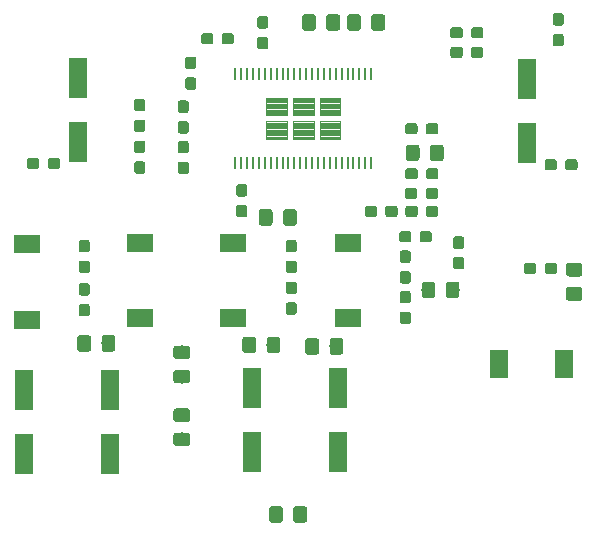
<source format=gbr>
G04 #@! TF.GenerationSoftware,KiCad,Pcbnew,(5.0.0-3-g5ebb6b6)*
G04 #@! TF.CreationDate,2019-05-19T23:28:32+02:00*
G04 #@! TF.ProjectId,Audio Board,417564696F20426F6172642E6B696361,rev?*
G04 #@! TF.SameCoordinates,Original*
G04 #@! TF.FileFunction,Paste,Top*
G04 #@! TF.FilePolarity,Positive*
%FSLAX46Y46*%
G04 Gerber Fmt 4.6, Leading zero omitted, Abs format (unit mm)*
G04 Created by KiCad (PCBNEW (5.0.0-3-g5ebb6b6)) date Sunday, 19 May 2019 at 23:28:32*
%MOMM*%
%LPD*%
G01*
G04 APERTURE LIST*
%ADD10C,0.100000*%
%ADD11C,0.950000*%
%ADD12R,1.500000X2.400000*%
%ADD13R,0.285000X1.000000*%
%ADD14C,1.150000*%
%ADD15R,1.600000X3.500000*%
%ADD16R,2.200000X1.500000*%
G04 APERTURE END LIST*
D10*
G04 #@! TO.C,U1*
X119242000Y-73756000D02*
X121042000Y-73756000D01*
X119242000Y-73856000D02*
X121042000Y-73856000D01*
X119242000Y-73956000D02*
X121042000Y-73956000D01*
X119242000Y-74056000D02*
X121042000Y-74056000D01*
X119242000Y-74156000D02*
X121042000Y-74156000D01*
X119242000Y-74256000D02*
X121042000Y-74256000D01*
X119242000Y-74356000D02*
X121042000Y-74356000D01*
X119242000Y-74456000D02*
X121042000Y-74456000D01*
X119242000Y-74556000D02*
X121042000Y-74556000D01*
X119242000Y-74656000D02*
X121042000Y-74656000D01*
X119242000Y-74756000D02*
X121042000Y-74756000D01*
X119242000Y-74856000D02*
X121042000Y-74856000D01*
X119242000Y-74956000D02*
X121042000Y-74956000D01*
X119242000Y-75056000D02*
X121042000Y-75056000D01*
X116992000Y-73756000D02*
X118742000Y-73756000D01*
X116992000Y-73856000D02*
X118742000Y-73856000D01*
X116992000Y-73956000D02*
X118742000Y-73956000D01*
X116992000Y-74056000D02*
X118742000Y-74056000D01*
X116992000Y-74156000D02*
X118742000Y-74156000D01*
X116992000Y-74256000D02*
X118742000Y-74256000D01*
X116992000Y-74356000D02*
X118742000Y-74356000D01*
X116992000Y-74456000D02*
X118742000Y-74456000D01*
X116992000Y-74556000D02*
X118692000Y-74556000D01*
X116992000Y-74656000D02*
X118742000Y-74656000D01*
X116992000Y-74756000D02*
X118742000Y-74756000D01*
X116992000Y-74856000D02*
X118742000Y-74856000D01*
X116992000Y-74956000D02*
X118742000Y-74956000D01*
X116992000Y-75056000D02*
X118742000Y-75056000D01*
X118742000Y-73656000D02*
X118742000Y-75156000D01*
X116992000Y-73656000D02*
X118742000Y-73656000D01*
X116992000Y-75156000D02*
X116992000Y-73656000D01*
X118742000Y-75156000D02*
X116992000Y-75156000D01*
X121042000Y-73656000D02*
X121042000Y-75156000D01*
X119242000Y-75156000D02*
X119242000Y-73656000D01*
X119242000Y-73656000D02*
X121042000Y-73656000D01*
X121042000Y-75156000D02*
X119242000Y-75156000D01*
X121542000Y-74956000D02*
X123292000Y-74956000D01*
X121542000Y-74556000D02*
X123242000Y-74556000D01*
X121542000Y-74456000D02*
X123292000Y-74456000D01*
X121542000Y-74356000D02*
X123292000Y-74356000D01*
X121542000Y-74256000D02*
X123292000Y-74256000D01*
X121542000Y-74156000D02*
X123292000Y-74156000D01*
X121542000Y-74056000D02*
X123292000Y-74056000D01*
X121542000Y-73956000D02*
X123292000Y-73956000D01*
X123292000Y-73656000D02*
X123292000Y-75156000D01*
X123292000Y-75156000D02*
X121542000Y-75156000D01*
X121542000Y-75056000D02*
X123292000Y-75056000D01*
X121542000Y-73856000D02*
X123292000Y-73856000D01*
X121542000Y-73756000D02*
X123292000Y-73756000D01*
X121542000Y-73656000D02*
X123292000Y-73656000D01*
X121542000Y-75156000D02*
X121542000Y-73656000D01*
X121542000Y-74856000D02*
X123292000Y-74856000D01*
X121542000Y-74756000D02*
X123292000Y-74756000D01*
X121542000Y-74656000D02*
X123292000Y-74656000D01*
X119242000Y-72956000D02*
X121042000Y-72956000D01*
X119242000Y-72556000D02*
X121042000Y-72556000D01*
X119242000Y-72456000D02*
X121042000Y-72456000D01*
X119242000Y-72356000D02*
X121042000Y-72356000D01*
X123292000Y-71656000D02*
X123292000Y-73156000D01*
X123292000Y-73156000D02*
X121542000Y-73156000D01*
X121542000Y-72956000D02*
X123292000Y-72956000D01*
X121542000Y-72856000D02*
X123292000Y-72856000D01*
X121542000Y-72156000D02*
X123292000Y-72156000D01*
X121542000Y-72056000D02*
X123292000Y-72056000D01*
X121542000Y-71756000D02*
X123292000Y-71756000D01*
X121542000Y-71856000D02*
X123292000Y-71856000D01*
X121542000Y-71956000D02*
X123292000Y-71956000D01*
X121542000Y-71656000D02*
X123292000Y-71656000D01*
X121542000Y-73156000D02*
X121542000Y-71656000D01*
X121542000Y-73056000D02*
X123292000Y-73056000D01*
X121542000Y-72756000D02*
X123292000Y-72756000D01*
X121542000Y-72256000D02*
X123292000Y-72256000D01*
X121542000Y-72456000D02*
X123292000Y-72456000D01*
X121542000Y-72556000D02*
X123242000Y-72556000D01*
X121542000Y-72356000D02*
X123292000Y-72356000D01*
X121542000Y-72656000D02*
X123292000Y-72656000D01*
X119242000Y-71656000D02*
X121042000Y-71656000D01*
X121042000Y-71656000D02*
X121042000Y-73156000D01*
X121042000Y-73156000D02*
X119242000Y-73156000D01*
X119242000Y-73056000D02*
X121042000Y-73056000D01*
X119242000Y-71856000D02*
X121042000Y-71856000D01*
X119242000Y-71756000D02*
X121042000Y-71756000D01*
X119242000Y-73156000D02*
X119242000Y-71656000D01*
X119242000Y-72856000D02*
X121042000Y-72856000D01*
X119242000Y-72756000D02*
X121042000Y-72756000D01*
X119242000Y-72656000D02*
X121042000Y-72656000D01*
X119242000Y-72256000D02*
X121042000Y-72256000D01*
X119242000Y-72156000D02*
X121042000Y-72156000D01*
X119242000Y-72056000D02*
X121042000Y-72056000D01*
X119242000Y-71956000D02*
X121042000Y-71956000D01*
X116992000Y-73156000D02*
X116992000Y-71656000D01*
X116992000Y-72956000D02*
X118742000Y-72956000D01*
X116992000Y-71756000D02*
X118742000Y-71756000D01*
X116992000Y-71656000D02*
X118742000Y-71656000D01*
X116992000Y-72156000D02*
X118742000Y-72156000D01*
X116992000Y-71856000D02*
X118742000Y-71856000D01*
X116992000Y-72056000D02*
X118742000Y-72056000D01*
X116992000Y-72256000D02*
X118742000Y-72256000D01*
X116992000Y-71956000D02*
X118742000Y-71956000D01*
X118742000Y-71656000D02*
X118742000Y-73156000D01*
X116992000Y-72856000D02*
X118742000Y-72856000D01*
X118742000Y-73156000D02*
X116992000Y-73156000D01*
X116992000Y-73056000D02*
X118742000Y-73056000D01*
X116992000Y-72756000D02*
X118742000Y-72756000D01*
X116992000Y-72356000D02*
X118742000Y-72356000D01*
X116992000Y-72456000D02*
X118742000Y-72456000D01*
X116992000Y-72656000D02*
X118742000Y-72656000D01*
X116992000Y-72556000D02*
X118692000Y-72556000D01*
G04 #@! TD*
G04 #@! TO.C,C27*
G36*
X141407779Y-76869144D02*
X141430834Y-76872563D01*
X141453443Y-76878227D01*
X141475387Y-76886079D01*
X141496457Y-76896044D01*
X141516448Y-76908026D01*
X141535168Y-76921910D01*
X141552438Y-76937562D01*
X141568090Y-76954832D01*
X141581974Y-76973552D01*
X141593956Y-76993543D01*
X141603921Y-77014613D01*
X141611773Y-77036557D01*
X141617437Y-77059166D01*
X141620856Y-77082221D01*
X141622000Y-77105500D01*
X141622000Y-77580500D01*
X141620856Y-77603779D01*
X141617437Y-77626834D01*
X141611773Y-77649443D01*
X141603921Y-77671387D01*
X141593956Y-77692457D01*
X141581974Y-77712448D01*
X141568090Y-77731168D01*
X141552438Y-77748438D01*
X141535168Y-77764090D01*
X141516448Y-77777974D01*
X141496457Y-77789956D01*
X141475387Y-77799921D01*
X141453443Y-77807773D01*
X141430834Y-77813437D01*
X141407779Y-77816856D01*
X141384500Y-77818000D01*
X140809500Y-77818000D01*
X140786221Y-77816856D01*
X140763166Y-77813437D01*
X140740557Y-77807773D01*
X140718613Y-77799921D01*
X140697543Y-77789956D01*
X140677552Y-77777974D01*
X140658832Y-77764090D01*
X140641562Y-77748438D01*
X140625910Y-77731168D01*
X140612026Y-77712448D01*
X140600044Y-77692457D01*
X140590079Y-77671387D01*
X140582227Y-77649443D01*
X140576563Y-77626834D01*
X140573144Y-77603779D01*
X140572000Y-77580500D01*
X140572000Y-77105500D01*
X140573144Y-77082221D01*
X140576563Y-77059166D01*
X140582227Y-77036557D01*
X140590079Y-77014613D01*
X140600044Y-76993543D01*
X140612026Y-76973552D01*
X140625910Y-76954832D01*
X140641562Y-76937562D01*
X140658832Y-76921910D01*
X140677552Y-76908026D01*
X140697543Y-76896044D01*
X140718613Y-76886079D01*
X140740557Y-76878227D01*
X140763166Y-76872563D01*
X140786221Y-76869144D01*
X140809500Y-76868000D01*
X141384500Y-76868000D01*
X141407779Y-76869144D01*
X141407779Y-76869144D01*
G37*
D11*
X141097000Y-77343000D03*
D10*
G36*
X143157779Y-76869144D02*
X143180834Y-76872563D01*
X143203443Y-76878227D01*
X143225387Y-76886079D01*
X143246457Y-76896044D01*
X143266448Y-76908026D01*
X143285168Y-76921910D01*
X143302438Y-76937562D01*
X143318090Y-76954832D01*
X143331974Y-76973552D01*
X143343956Y-76993543D01*
X143353921Y-77014613D01*
X143361773Y-77036557D01*
X143367437Y-77059166D01*
X143370856Y-77082221D01*
X143372000Y-77105500D01*
X143372000Y-77580500D01*
X143370856Y-77603779D01*
X143367437Y-77626834D01*
X143361773Y-77649443D01*
X143353921Y-77671387D01*
X143343956Y-77692457D01*
X143331974Y-77712448D01*
X143318090Y-77731168D01*
X143302438Y-77748438D01*
X143285168Y-77764090D01*
X143266448Y-77777974D01*
X143246457Y-77789956D01*
X143225387Y-77799921D01*
X143203443Y-77807773D01*
X143180834Y-77813437D01*
X143157779Y-77816856D01*
X143134500Y-77818000D01*
X142559500Y-77818000D01*
X142536221Y-77816856D01*
X142513166Y-77813437D01*
X142490557Y-77807773D01*
X142468613Y-77799921D01*
X142447543Y-77789956D01*
X142427552Y-77777974D01*
X142408832Y-77764090D01*
X142391562Y-77748438D01*
X142375910Y-77731168D01*
X142362026Y-77712448D01*
X142350044Y-77692457D01*
X142340079Y-77671387D01*
X142332227Y-77649443D01*
X142326563Y-77626834D01*
X142323144Y-77603779D01*
X142322000Y-77580500D01*
X142322000Y-77105500D01*
X142323144Y-77082221D01*
X142326563Y-77059166D01*
X142332227Y-77036557D01*
X142340079Y-77014613D01*
X142350044Y-76993543D01*
X142362026Y-76973552D01*
X142375910Y-76954832D01*
X142391562Y-76937562D01*
X142408832Y-76921910D01*
X142427552Y-76908026D01*
X142447543Y-76896044D01*
X142468613Y-76886079D01*
X142490557Y-76878227D01*
X142513166Y-76872563D01*
X142536221Y-76869144D01*
X142559500Y-76868000D01*
X143134500Y-76868000D01*
X143157779Y-76869144D01*
X143157779Y-76869144D01*
G37*
D11*
X142847000Y-77343000D03*
G04 #@! TD*
D12*
G04 #@! TO.C,L5*
X136740000Y-94234000D03*
X142240000Y-94234000D03*
G04 #@! TD*
D10*
G04 #@! TO.C,R1*
G36*
X141992779Y-64500144D02*
X142015834Y-64503563D01*
X142038443Y-64509227D01*
X142060387Y-64517079D01*
X142081457Y-64527044D01*
X142101448Y-64539026D01*
X142120168Y-64552910D01*
X142137438Y-64568562D01*
X142153090Y-64585832D01*
X142166974Y-64604552D01*
X142178956Y-64624543D01*
X142188921Y-64645613D01*
X142196773Y-64667557D01*
X142202437Y-64690166D01*
X142205856Y-64713221D01*
X142207000Y-64736500D01*
X142207000Y-65311500D01*
X142205856Y-65334779D01*
X142202437Y-65357834D01*
X142196773Y-65380443D01*
X142188921Y-65402387D01*
X142178956Y-65423457D01*
X142166974Y-65443448D01*
X142153090Y-65462168D01*
X142137438Y-65479438D01*
X142120168Y-65495090D01*
X142101448Y-65508974D01*
X142081457Y-65520956D01*
X142060387Y-65530921D01*
X142038443Y-65538773D01*
X142015834Y-65544437D01*
X141992779Y-65547856D01*
X141969500Y-65549000D01*
X141494500Y-65549000D01*
X141471221Y-65547856D01*
X141448166Y-65544437D01*
X141425557Y-65538773D01*
X141403613Y-65530921D01*
X141382543Y-65520956D01*
X141362552Y-65508974D01*
X141343832Y-65495090D01*
X141326562Y-65479438D01*
X141310910Y-65462168D01*
X141297026Y-65443448D01*
X141285044Y-65423457D01*
X141275079Y-65402387D01*
X141267227Y-65380443D01*
X141261563Y-65357834D01*
X141258144Y-65334779D01*
X141257000Y-65311500D01*
X141257000Y-64736500D01*
X141258144Y-64713221D01*
X141261563Y-64690166D01*
X141267227Y-64667557D01*
X141275079Y-64645613D01*
X141285044Y-64624543D01*
X141297026Y-64604552D01*
X141310910Y-64585832D01*
X141326562Y-64568562D01*
X141343832Y-64552910D01*
X141362552Y-64539026D01*
X141382543Y-64527044D01*
X141403613Y-64517079D01*
X141425557Y-64509227D01*
X141448166Y-64503563D01*
X141471221Y-64500144D01*
X141494500Y-64499000D01*
X141969500Y-64499000D01*
X141992779Y-64500144D01*
X141992779Y-64500144D01*
G37*
D11*
X141732000Y-65024000D03*
D10*
G36*
X141992779Y-66250144D02*
X142015834Y-66253563D01*
X142038443Y-66259227D01*
X142060387Y-66267079D01*
X142081457Y-66277044D01*
X142101448Y-66289026D01*
X142120168Y-66302910D01*
X142137438Y-66318562D01*
X142153090Y-66335832D01*
X142166974Y-66354552D01*
X142178956Y-66374543D01*
X142188921Y-66395613D01*
X142196773Y-66417557D01*
X142202437Y-66440166D01*
X142205856Y-66463221D01*
X142207000Y-66486500D01*
X142207000Y-67061500D01*
X142205856Y-67084779D01*
X142202437Y-67107834D01*
X142196773Y-67130443D01*
X142188921Y-67152387D01*
X142178956Y-67173457D01*
X142166974Y-67193448D01*
X142153090Y-67212168D01*
X142137438Y-67229438D01*
X142120168Y-67245090D01*
X142101448Y-67258974D01*
X142081457Y-67270956D01*
X142060387Y-67280921D01*
X142038443Y-67288773D01*
X142015834Y-67294437D01*
X141992779Y-67297856D01*
X141969500Y-67299000D01*
X141494500Y-67299000D01*
X141471221Y-67297856D01*
X141448166Y-67294437D01*
X141425557Y-67288773D01*
X141403613Y-67280921D01*
X141382543Y-67270956D01*
X141362552Y-67258974D01*
X141343832Y-67245090D01*
X141326562Y-67229438D01*
X141310910Y-67212168D01*
X141297026Y-67193448D01*
X141285044Y-67173457D01*
X141275079Y-67152387D01*
X141267227Y-67130443D01*
X141261563Y-67107834D01*
X141258144Y-67084779D01*
X141257000Y-67061500D01*
X141257000Y-66486500D01*
X141258144Y-66463221D01*
X141261563Y-66440166D01*
X141267227Y-66417557D01*
X141275079Y-66395613D01*
X141285044Y-66374543D01*
X141297026Y-66354552D01*
X141310910Y-66335832D01*
X141326562Y-66318562D01*
X141343832Y-66302910D01*
X141362552Y-66289026D01*
X141382543Y-66277044D01*
X141403613Y-66267079D01*
X141425557Y-66259227D01*
X141448166Y-66253563D01*
X141471221Y-66250144D01*
X141494500Y-66249000D01*
X141969500Y-66249000D01*
X141992779Y-66250144D01*
X141992779Y-66250144D01*
G37*
D11*
X141732000Y-66774000D03*
G04 #@! TD*
D10*
G04 #@! TO.C,R4*
G36*
X135184779Y-67344144D02*
X135207834Y-67347563D01*
X135230443Y-67353227D01*
X135252387Y-67361079D01*
X135273457Y-67371044D01*
X135293448Y-67383026D01*
X135312168Y-67396910D01*
X135329438Y-67412562D01*
X135345090Y-67429832D01*
X135358974Y-67448552D01*
X135370956Y-67468543D01*
X135380921Y-67489613D01*
X135388773Y-67511557D01*
X135394437Y-67534166D01*
X135397856Y-67557221D01*
X135399000Y-67580500D01*
X135399000Y-68055500D01*
X135397856Y-68078779D01*
X135394437Y-68101834D01*
X135388773Y-68124443D01*
X135380921Y-68146387D01*
X135370956Y-68167457D01*
X135358974Y-68187448D01*
X135345090Y-68206168D01*
X135329438Y-68223438D01*
X135312168Y-68239090D01*
X135293448Y-68252974D01*
X135273457Y-68264956D01*
X135252387Y-68274921D01*
X135230443Y-68282773D01*
X135207834Y-68288437D01*
X135184779Y-68291856D01*
X135161500Y-68293000D01*
X134586500Y-68293000D01*
X134563221Y-68291856D01*
X134540166Y-68288437D01*
X134517557Y-68282773D01*
X134495613Y-68274921D01*
X134474543Y-68264956D01*
X134454552Y-68252974D01*
X134435832Y-68239090D01*
X134418562Y-68223438D01*
X134402910Y-68206168D01*
X134389026Y-68187448D01*
X134377044Y-68167457D01*
X134367079Y-68146387D01*
X134359227Y-68124443D01*
X134353563Y-68101834D01*
X134350144Y-68078779D01*
X134349000Y-68055500D01*
X134349000Y-67580500D01*
X134350144Y-67557221D01*
X134353563Y-67534166D01*
X134359227Y-67511557D01*
X134367079Y-67489613D01*
X134377044Y-67468543D01*
X134389026Y-67448552D01*
X134402910Y-67429832D01*
X134418562Y-67412562D01*
X134435832Y-67396910D01*
X134454552Y-67383026D01*
X134474543Y-67371044D01*
X134495613Y-67361079D01*
X134517557Y-67353227D01*
X134540166Y-67347563D01*
X134563221Y-67344144D01*
X134586500Y-67343000D01*
X135161500Y-67343000D01*
X135184779Y-67344144D01*
X135184779Y-67344144D01*
G37*
D11*
X134874000Y-67818000D03*
D10*
G36*
X133434779Y-67344144D02*
X133457834Y-67347563D01*
X133480443Y-67353227D01*
X133502387Y-67361079D01*
X133523457Y-67371044D01*
X133543448Y-67383026D01*
X133562168Y-67396910D01*
X133579438Y-67412562D01*
X133595090Y-67429832D01*
X133608974Y-67448552D01*
X133620956Y-67468543D01*
X133630921Y-67489613D01*
X133638773Y-67511557D01*
X133644437Y-67534166D01*
X133647856Y-67557221D01*
X133649000Y-67580500D01*
X133649000Y-68055500D01*
X133647856Y-68078779D01*
X133644437Y-68101834D01*
X133638773Y-68124443D01*
X133630921Y-68146387D01*
X133620956Y-68167457D01*
X133608974Y-68187448D01*
X133595090Y-68206168D01*
X133579438Y-68223438D01*
X133562168Y-68239090D01*
X133543448Y-68252974D01*
X133523457Y-68264956D01*
X133502387Y-68274921D01*
X133480443Y-68282773D01*
X133457834Y-68288437D01*
X133434779Y-68291856D01*
X133411500Y-68293000D01*
X132836500Y-68293000D01*
X132813221Y-68291856D01*
X132790166Y-68288437D01*
X132767557Y-68282773D01*
X132745613Y-68274921D01*
X132724543Y-68264956D01*
X132704552Y-68252974D01*
X132685832Y-68239090D01*
X132668562Y-68223438D01*
X132652910Y-68206168D01*
X132639026Y-68187448D01*
X132627044Y-68167457D01*
X132617079Y-68146387D01*
X132609227Y-68124443D01*
X132603563Y-68101834D01*
X132600144Y-68078779D01*
X132599000Y-68055500D01*
X132599000Y-67580500D01*
X132600144Y-67557221D01*
X132603563Y-67534166D01*
X132609227Y-67511557D01*
X132617079Y-67489613D01*
X132627044Y-67468543D01*
X132639026Y-67448552D01*
X132652910Y-67429832D01*
X132668562Y-67412562D01*
X132685832Y-67396910D01*
X132704552Y-67383026D01*
X132724543Y-67371044D01*
X132745613Y-67361079D01*
X132767557Y-67353227D01*
X132790166Y-67347563D01*
X132813221Y-67344144D01*
X132836500Y-67343000D01*
X133411500Y-67343000D01*
X133434779Y-67344144D01*
X133434779Y-67344144D01*
G37*
D11*
X133124000Y-67818000D03*
G04 #@! TD*
D10*
G04 #@! TO.C,R5*
G36*
X133434779Y-65693144D02*
X133457834Y-65696563D01*
X133480443Y-65702227D01*
X133502387Y-65710079D01*
X133523457Y-65720044D01*
X133543448Y-65732026D01*
X133562168Y-65745910D01*
X133579438Y-65761562D01*
X133595090Y-65778832D01*
X133608974Y-65797552D01*
X133620956Y-65817543D01*
X133630921Y-65838613D01*
X133638773Y-65860557D01*
X133644437Y-65883166D01*
X133647856Y-65906221D01*
X133649000Y-65929500D01*
X133649000Y-66404500D01*
X133647856Y-66427779D01*
X133644437Y-66450834D01*
X133638773Y-66473443D01*
X133630921Y-66495387D01*
X133620956Y-66516457D01*
X133608974Y-66536448D01*
X133595090Y-66555168D01*
X133579438Y-66572438D01*
X133562168Y-66588090D01*
X133543448Y-66601974D01*
X133523457Y-66613956D01*
X133502387Y-66623921D01*
X133480443Y-66631773D01*
X133457834Y-66637437D01*
X133434779Y-66640856D01*
X133411500Y-66642000D01*
X132836500Y-66642000D01*
X132813221Y-66640856D01*
X132790166Y-66637437D01*
X132767557Y-66631773D01*
X132745613Y-66623921D01*
X132724543Y-66613956D01*
X132704552Y-66601974D01*
X132685832Y-66588090D01*
X132668562Y-66572438D01*
X132652910Y-66555168D01*
X132639026Y-66536448D01*
X132627044Y-66516457D01*
X132617079Y-66495387D01*
X132609227Y-66473443D01*
X132603563Y-66450834D01*
X132600144Y-66427779D01*
X132599000Y-66404500D01*
X132599000Y-65929500D01*
X132600144Y-65906221D01*
X132603563Y-65883166D01*
X132609227Y-65860557D01*
X132617079Y-65838613D01*
X132627044Y-65817543D01*
X132639026Y-65797552D01*
X132652910Y-65778832D01*
X132668562Y-65761562D01*
X132685832Y-65745910D01*
X132704552Y-65732026D01*
X132724543Y-65720044D01*
X132745613Y-65710079D01*
X132767557Y-65702227D01*
X132790166Y-65696563D01*
X132813221Y-65693144D01*
X132836500Y-65692000D01*
X133411500Y-65692000D01*
X133434779Y-65693144D01*
X133434779Y-65693144D01*
G37*
D11*
X133124000Y-66167000D03*
D10*
G36*
X135184779Y-65693144D02*
X135207834Y-65696563D01*
X135230443Y-65702227D01*
X135252387Y-65710079D01*
X135273457Y-65720044D01*
X135293448Y-65732026D01*
X135312168Y-65745910D01*
X135329438Y-65761562D01*
X135345090Y-65778832D01*
X135358974Y-65797552D01*
X135370956Y-65817543D01*
X135380921Y-65838613D01*
X135388773Y-65860557D01*
X135394437Y-65883166D01*
X135397856Y-65906221D01*
X135399000Y-65929500D01*
X135399000Y-66404500D01*
X135397856Y-66427779D01*
X135394437Y-66450834D01*
X135388773Y-66473443D01*
X135380921Y-66495387D01*
X135370956Y-66516457D01*
X135358974Y-66536448D01*
X135345090Y-66555168D01*
X135329438Y-66572438D01*
X135312168Y-66588090D01*
X135293448Y-66601974D01*
X135273457Y-66613956D01*
X135252387Y-66623921D01*
X135230443Y-66631773D01*
X135207834Y-66637437D01*
X135184779Y-66640856D01*
X135161500Y-66642000D01*
X134586500Y-66642000D01*
X134563221Y-66640856D01*
X134540166Y-66637437D01*
X134517557Y-66631773D01*
X134495613Y-66623921D01*
X134474543Y-66613956D01*
X134454552Y-66601974D01*
X134435832Y-66588090D01*
X134418562Y-66572438D01*
X134402910Y-66555168D01*
X134389026Y-66536448D01*
X134377044Y-66516457D01*
X134367079Y-66495387D01*
X134359227Y-66473443D01*
X134353563Y-66450834D01*
X134350144Y-66427779D01*
X134349000Y-66404500D01*
X134349000Y-65929500D01*
X134350144Y-65906221D01*
X134353563Y-65883166D01*
X134359227Y-65860557D01*
X134367079Y-65838613D01*
X134377044Y-65817543D01*
X134389026Y-65797552D01*
X134402910Y-65778832D01*
X134418562Y-65761562D01*
X134435832Y-65745910D01*
X134454552Y-65732026D01*
X134474543Y-65720044D01*
X134495613Y-65710079D01*
X134517557Y-65702227D01*
X134540166Y-65696563D01*
X134563221Y-65693144D01*
X134586500Y-65692000D01*
X135161500Y-65692000D01*
X135184779Y-65693144D01*
X135184779Y-65693144D01*
G37*
D11*
X134874000Y-66167000D03*
G04 #@! TD*
D13*
G04 #@! TO.C,U1*
X114392000Y-77156000D03*
X114892000Y-77156000D03*
X115392000Y-77156000D03*
X115892000Y-77156000D03*
X116392000Y-77156000D03*
X116892000Y-77156000D03*
X117392000Y-77156000D03*
X117892000Y-77156000D03*
X118392000Y-77156000D03*
X118892000Y-77156000D03*
X119392000Y-77156000D03*
X119892000Y-77156000D03*
X120392000Y-77156000D03*
X120892000Y-77156000D03*
X121392000Y-77156000D03*
X121892000Y-77156000D03*
X122392000Y-77156000D03*
X122892000Y-77156000D03*
X123392000Y-77156000D03*
X123892000Y-77156000D03*
X124392000Y-77156000D03*
X124892000Y-77156000D03*
X125392000Y-77156000D03*
X125892000Y-77156000D03*
X125892000Y-69656000D03*
X125392000Y-69656000D03*
X124892000Y-69656000D03*
X124392000Y-69656000D03*
X123892000Y-69656000D03*
X123392000Y-69656000D03*
X122892000Y-69656000D03*
X122392000Y-69656000D03*
X121892000Y-69656000D03*
X121392000Y-69656000D03*
X120892000Y-69656000D03*
X120392000Y-69656000D03*
X119892000Y-69656000D03*
X119392000Y-69656000D03*
X118892000Y-69656000D03*
X118392000Y-69656000D03*
X117892000Y-69656000D03*
X117392000Y-69656000D03*
X116892000Y-69656000D03*
X116392000Y-69656000D03*
X115892000Y-69656000D03*
X115392000Y-69656000D03*
X114892000Y-69656000D03*
X114392000Y-69656000D03*
G04 #@! TD*
D10*
G04 #@! TO.C,C1*
G36*
X99342779Y-76742144D02*
X99365834Y-76745563D01*
X99388443Y-76751227D01*
X99410387Y-76759079D01*
X99431457Y-76769044D01*
X99451448Y-76781026D01*
X99470168Y-76794910D01*
X99487438Y-76810562D01*
X99503090Y-76827832D01*
X99516974Y-76846552D01*
X99528956Y-76866543D01*
X99538921Y-76887613D01*
X99546773Y-76909557D01*
X99552437Y-76932166D01*
X99555856Y-76955221D01*
X99557000Y-76978500D01*
X99557000Y-77453500D01*
X99555856Y-77476779D01*
X99552437Y-77499834D01*
X99546773Y-77522443D01*
X99538921Y-77544387D01*
X99528956Y-77565457D01*
X99516974Y-77585448D01*
X99503090Y-77604168D01*
X99487438Y-77621438D01*
X99470168Y-77637090D01*
X99451448Y-77650974D01*
X99431457Y-77662956D01*
X99410387Y-77672921D01*
X99388443Y-77680773D01*
X99365834Y-77686437D01*
X99342779Y-77689856D01*
X99319500Y-77691000D01*
X98744500Y-77691000D01*
X98721221Y-77689856D01*
X98698166Y-77686437D01*
X98675557Y-77680773D01*
X98653613Y-77672921D01*
X98632543Y-77662956D01*
X98612552Y-77650974D01*
X98593832Y-77637090D01*
X98576562Y-77621438D01*
X98560910Y-77604168D01*
X98547026Y-77585448D01*
X98535044Y-77565457D01*
X98525079Y-77544387D01*
X98517227Y-77522443D01*
X98511563Y-77499834D01*
X98508144Y-77476779D01*
X98507000Y-77453500D01*
X98507000Y-76978500D01*
X98508144Y-76955221D01*
X98511563Y-76932166D01*
X98517227Y-76909557D01*
X98525079Y-76887613D01*
X98535044Y-76866543D01*
X98547026Y-76846552D01*
X98560910Y-76827832D01*
X98576562Y-76810562D01*
X98593832Y-76794910D01*
X98612552Y-76781026D01*
X98632543Y-76769044D01*
X98653613Y-76759079D01*
X98675557Y-76751227D01*
X98698166Y-76745563D01*
X98721221Y-76742144D01*
X98744500Y-76741000D01*
X99319500Y-76741000D01*
X99342779Y-76742144D01*
X99342779Y-76742144D01*
G37*
D11*
X99032000Y-77216000D03*
D10*
G36*
X97592779Y-76742144D02*
X97615834Y-76745563D01*
X97638443Y-76751227D01*
X97660387Y-76759079D01*
X97681457Y-76769044D01*
X97701448Y-76781026D01*
X97720168Y-76794910D01*
X97737438Y-76810562D01*
X97753090Y-76827832D01*
X97766974Y-76846552D01*
X97778956Y-76866543D01*
X97788921Y-76887613D01*
X97796773Y-76909557D01*
X97802437Y-76932166D01*
X97805856Y-76955221D01*
X97807000Y-76978500D01*
X97807000Y-77453500D01*
X97805856Y-77476779D01*
X97802437Y-77499834D01*
X97796773Y-77522443D01*
X97788921Y-77544387D01*
X97778956Y-77565457D01*
X97766974Y-77585448D01*
X97753090Y-77604168D01*
X97737438Y-77621438D01*
X97720168Y-77637090D01*
X97701448Y-77650974D01*
X97681457Y-77662956D01*
X97660387Y-77672921D01*
X97638443Y-77680773D01*
X97615834Y-77686437D01*
X97592779Y-77689856D01*
X97569500Y-77691000D01*
X96994500Y-77691000D01*
X96971221Y-77689856D01*
X96948166Y-77686437D01*
X96925557Y-77680773D01*
X96903613Y-77672921D01*
X96882543Y-77662956D01*
X96862552Y-77650974D01*
X96843832Y-77637090D01*
X96826562Y-77621438D01*
X96810910Y-77604168D01*
X96797026Y-77585448D01*
X96785044Y-77565457D01*
X96775079Y-77544387D01*
X96767227Y-77522443D01*
X96761563Y-77499834D01*
X96758144Y-77476779D01*
X96757000Y-77453500D01*
X96757000Y-76978500D01*
X96758144Y-76955221D01*
X96761563Y-76932166D01*
X96767227Y-76909557D01*
X96775079Y-76887613D01*
X96785044Y-76866543D01*
X96797026Y-76846552D01*
X96810910Y-76827832D01*
X96826562Y-76810562D01*
X96843832Y-76794910D01*
X96862552Y-76781026D01*
X96882543Y-76769044D01*
X96903613Y-76759079D01*
X96925557Y-76751227D01*
X96948166Y-76745563D01*
X96971221Y-76742144D01*
X96994500Y-76741000D01*
X97569500Y-76741000D01*
X97592779Y-76742144D01*
X97592779Y-76742144D01*
G37*
D11*
X97282000Y-77216000D03*
G04 #@! TD*
D10*
G04 #@! TO.C,C2*
G36*
X110329505Y-92644204D02*
X110353773Y-92647804D01*
X110377572Y-92653765D01*
X110400671Y-92662030D01*
X110422850Y-92672520D01*
X110443893Y-92685132D01*
X110463599Y-92699747D01*
X110481777Y-92716223D01*
X110498253Y-92734401D01*
X110512868Y-92754107D01*
X110525480Y-92775150D01*
X110535970Y-92797329D01*
X110544235Y-92820428D01*
X110550196Y-92844227D01*
X110553796Y-92868495D01*
X110555000Y-92892999D01*
X110555000Y-93543001D01*
X110553796Y-93567505D01*
X110550196Y-93591773D01*
X110544235Y-93615572D01*
X110535970Y-93638671D01*
X110525480Y-93660850D01*
X110512868Y-93681893D01*
X110498253Y-93701599D01*
X110481777Y-93719777D01*
X110463599Y-93736253D01*
X110443893Y-93750868D01*
X110422850Y-93763480D01*
X110400671Y-93773970D01*
X110377572Y-93782235D01*
X110353773Y-93788196D01*
X110329505Y-93791796D01*
X110305001Y-93793000D01*
X109404999Y-93793000D01*
X109380495Y-93791796D01*
X109356227Y-93788196D01*
X109332428Y-93782235D01*
X109309329Y-93773970D01*
X109287150Y-93763480D01*
X109266107Y-93750868D01*
X109246401Y-93736253D01*
X109228223Y-93719777D01*
X109211747Y-93701599D01*
X109197132Y-93681893D01*
X109184520Y-93660850D01*
X109174030Y-93638671D01*
X109165765Y-93615572D01*
X109159804Y-93591773D01*
X109156204Y-93567505D01*
X109155000Y-93543001D01*
X109155000Y-92892999D01*
X109156204Y-92868495D01*
X109159804Y-92844227D01*
X109165765Y-92820428D01*
X109174030Y-92797329D01*
X109184520Y-92775150D01*
X109197132Y-92754107D01*
X109211747Y-92734401D01*
X109228223Y-92716223D01*
X109246401Y-92699747D01*
X109266107Y-92685132D01*
X109287150Y-92672520D01*
X109309329Y-92662030D01*
X109332428Y-92653765D01*
X109356227Y-92647804D01*
X109380495Y-92644204D01*
X109404999Y-92643000D01*
X110305001Y-92643000D01*
X110329505Y-92644204D01*
X110329505Y-92644204D01*
G37*
D14*
X109855000Y-93218000D03*
D10*
G36*
X110329505Y-94694204D02*
X110353773Y-94697804D01*
X110377572Y-94703765D01*
X110400671Y-94712030D01*
X110422850Y-94722520D01*
X110443893Y-94735132D01*
X110463599Y-94749747D01*
X110481777Y-94766223D01*
X110498253Y-94784401D01*
X110512868Y-94804107D01*
X110525480Y-94825150D01*
X110535970Y-94847329D01*
X110544235Y-94870428D01*
X110550196Y-94894227D01*
X110553796Y-94918495D01*
X110555000Y-94942999D01*
X110555000Y-95593001D01*
X110553796Y-95617505D01*
X110550196Y-95641773D01*
X110544235Y-95665572D01*
X110535970Y-95688671D01*
X110525480Y-95710850D01*
X110512868Y-95731893D01*
X110498253Y-95751599D01*
X110481777Y-95769777D01*
X110463599Y-95786253D01*
X110443893Y-95800868D01*
X110422850Y-95813480D01*
X110400671Y-95823970D01*
X110377572Y-95832235D01*
X110353773Y-95838196D01*
X110329505Y-95841796D01*
X110305001Y-95843000D01*
X109404999Y-95843000D01*
X109380495Y-95841796D01*
X109356227Y-95838196D01*
X109332428Y-95832235D01*
X109309329Y-95823970D01*
X109287150Y-95813480D01*
X109266107Y-95800868D01*
X109246401Y-95786253D01*
X109228223Y-95769777D01*
X109211747Y-95751599D01*
X109197132Y-95731893D01*
X109184520Y-95710850D01*
X109174030Y-95688671D01*
X109165765Y-95665572D01*
X109159804Y-95641773D01*
X109156204Y-95617505D01*
X109155000Y-95593001D01*
X109155000Y-94942999D01*
X109156204Y-94918495D01*
X109159804Y-94894227D01*
X109165765Y-94870428D01*
X109174030Y-94847329D01*
X109184520Y-94825150D01*
X109197132Y-94804107D01*
X109211747Y-94784401D01*
X109228223Y-94766223D01*
X109246401Y-94749747D01*
X109266107Y-94735132D01*
X109287150Y-94722520D01*
X109309329Y-94712030D01*
X109332428Y-94703765D01*
X109356227Y-94697804D01*
X109380495Y-94694204D01*
X109404999Y-94693000D01*
X110305001Y-94693000D01*
X110329505Y-94694204D01*
X110329505Y-94694204D01*
G37*
D14*
X109855000Y-95268000D03*
G04 #@! TD*
D15*
G04 #@! TO.C,C3*
X101092000Y-75377000D03*
X101092000Y-69977000D03*
G04 #@! TD*
D10*
G04 #@! TO.C,R3*
G36*
X101860779Y-85455144D02*
X101883834Y-85458563D01*
X101906443Y-85464227D01*
X101928387Y-85472079D01*
X101949457Y-85482044D01*
X101969448Y-85494026D01*
X101988168Y-85507910D01*
X102005438Y-85523562D01*
X102021090Y-85540832D01*
X102034974Y-85559552D01*
X102046956Y-85579543D01*
X102056921Y-85600613D01*
X102064773Y-85622557D01*
X102070437Y-85645166D01*
X102073856Y-85668221D01*
X102075000Y-85691500D01*
X102075000Y-86266500D01*
X102073856Y-86289779D01*
X102070437Y-86312834D01*
X102064773Y-86335443D01*
X102056921Y-86357387D01*
X102046956Y-86378457D01*
X102034974Y-86398448D01*
X102021090Y-86417168D01*
X102005438Y-86434438D01*
X101988168Y-86450090D01*
X101969448Y-86463974D01*
X101949457Y-86475956D01*
X101928387Y-86485921D01*
X101906443Y-86493773D01*
X101883834Y-86499437D01*
X101860779Y-86502856D01*
X101837500Y-86504000D01*
X101362500Y-86504000D01*
X101339221Y-86502856D01*
X101316166Y-86499437D01*
X101293557Y-86493773D01*
X101271613Y-86485921D01*
X101250543Y-86475956D01*
X101230552Y-86463974D01*
X101211832Y-86450090D01*
X101194562Y-86434438D01*
X101178910Y-86417168D01*
X101165026Y-86398448D01*
X101153044Y-86378457D01*
X101143079Y-86357387D01*
X101135227Y-86335443D01*
X101129563Y-86312834D01*
X101126144Y-86289779D01*
X101125000Y-86266500D01*
X101125000Y-85691500D01*
X101126144Y-85668221D01*
X101129563Y-85645166D01*
X101135227Y-85622557D01*
X101143079Y-85600613D01*
X101153044Y-85579543D01*
X101165026Y-85559552D01*
X101178910Y-85540832D01*
X101194562Y-85523562D01*
X101211832Y-85507910D01*
X101230552Y-85494026D01*
X101250543Y-85482044D01*
X101271613Y-85472079D01*
X101293557Y-85464227D01*
X101316166Y-85458563D01*
X101339221Y-85455144D01*
X101362500Y-85454000D01*
X101837500Y-85454000D01*
X101860779Y-85455144D01*
X101860779Y-85455144D01*
G37*
D11*
X101600000Y-85979000D03*
D10*
G36*
X101860779Y-83705144D02*
X101883834Y-83708563D01*
X101906443Y-83714227D01*
X101928387Y-83722079D01*
X101949457Y-83732044D01*
X101969448Y-83744026D01*
X101988168Y-83757910D01*
X102005438Y-83773562D01*
X102021090Y-83790832D01*
X102034974Y-83809552D01*
X102046956Y-83829543D01*
X102056921Y-83850613D01*
X102064773Y-83872557D01*
X102070437Y-83895166D01*
X102073856Y-83918221D01*
X102075000Y-83941500D01*
X102075000Y-84516500D01*
X102073856Y-84539779D01*
X102070437Y-84562834D01*
X102064773Y-84585443D01*
X102056921Y-84607387D01*
X102046956Y-84628457D01*
X102034974Y-84648448D01*
X102021090Y-84667168D01*
X102005438Y-84684438D01*
X101988168Y-84700090D01*
X101969448Y-84713974D01*
X101949457Y-84725956D01*
X101928387Y-84735921D01*
X101906443Y-84743773D01*
X101883834Y-84749437D01*
X101860779Y-84752856D01*
X101837500Y-84754000D01*
X101362500Y-84754000D01*
X101339221Y-84752856D01*
X101316166Y-84749437D01*
X101293557Y-84743773D01*
X101271613Y-84735921D01*
X101250543Y-84725956D01*
X101230552Y-84713974D01*
X101211832Y-84700090D01*
X101194562Y-84684438D01*
X101178910Y-84667168D01*
X101165026Y-84648448D01*
X101153044Y-84628457D01*
X101143079Y-84607387D01*
X101135227Y-84585443D01*
X101129563Y-84562834D01*
X101126144Y-84539779D01*
X101125000Y-84516500D01*
X101125000Y-83941500D01*
X101126144Y-83918221D01*
X101129563Y-83895166D01*
X101135227Y-83872557D01*
X101143079Y-83850613D01*
X101153044Y-83829543D01*
X101165026Y-83809552D01*
X101178910Y-83790832D01*
X101194562Y-83773562D01*
X101211832Y-83757910D01*
X101230552Y-83744026D01*
X101250543Y-83732044D01*
X101271613Y-83722079D01*
X101293557Y-83714227D01*
X101316166Y-83708563D01*
X101339221Y-83705144D01*
X101362500Y-83704000D01*
X101837500Y-83704000D01*
X101860779Y-83705144D01*
X101860779Y-83705144D01*
G37*
D11*
X101600000Y-84229000D03*
G04 #@! TD*
D10*
G04 #@! TO.C,R6*
G36*
X119386779Y-83705144D02*
X119409834Y-83708563D01*
X119432443Y-83714227D01*
X119454387Y-83722079D01*
X119475457Y-83732044D01*
X119495448Y-83744026D01*
X119514168Y-83757910D01*
X119531438Y-83773562D01*
X119547090Y-83790832D01*
X119560974Y-83809552D01*
X119572956Y-83829543D01*
X119582921Y-83850613D01*
X119590773Y-83872557D01*
X119596437Y-83895166D01*
X119599856Y-83918221D01*
X119601000Y-83941500D01*
X119601000Y-84516500D01*
X119599856Y-84539779D01*
X119596437Y-84562834D01*
X119590773Y-84585443D01*
X119582921Y-84607387D01*
X119572956Y-84628457D01*
X119560974Y-84648448D01*
X119547090Y-84667168D01*
X119531438Y-84684438D01*
X119514168Y-84700090D01*
X119495448Y-84713974D01*
X119475457Y-84725956D01*
X119454387Y-84735921D01*
X119432443Y-84743773D01*
X119409834Y-84749437D01*
X119386779Y-84752856D01*
X119363500Y-84754000D01*
X118888500Y-84754000D01*
X118865221Y-84752856D01*
X118842166Y-84749437D01*
X118819557Y-84743773D01*
X118797613Y-84735921D01*
X118776543Y-84725956D01*
X118756552Y-84713974D01*
X118737832Y-84700090D01*
X118720562Y-84684438D01*
X118704910Y-84667168D01*
X118691026Y-84648448D01*
X118679044Y-84628457D01*
X118669079Y-84607387D01*
X118661227Y-84585443D01*
X118655563Y-84562834D01*
X118652144Y-84539779D01*
X118651000Y-84516500D01*
X118651000Y-83941500D01*
X118652144Y-83918221D01*
X118655563Y-83895166D01*
X118661227Y-83872557D01*
X118669079Y-83850613D01*
X118679044Y-83829543D01*
X118691026Y-83809552D01*
X118704910Y-83790832D01*
X118720562Y-83773562D01*
X118737832Y-83757910D01*
X118756552Y-83744026D01*
X118776543Y-83732044D01*
X118797613Y-83722079D01*
X118819557Y-83714227D01*
X118842166Y-83708563D01*
X118865221Y-83705144D01*
X118888500Y-83704000D01*
X119363500Y-83704000D01*
X119386779Y-83705144D01*
X119386779Y-83705144D01*
G37*
D11*
X119126000Y-84229000D03*
D10*
G36*
X119386779Y-85455144D02*
X119409834Y-85458563D01*
X119432443Y-85464227D01*
X119454387Y-85472079D01*
X119475457Y-85482044D01*
X119495448Y-85494026D01*
X119514168Y-85507910D01*
X119531438Y-85523562D01*
X119547090Y-85540832D01*
X119560974Y-85559552D01*
X119572956Y-85579543D01*
X119582921Y-85600613D01*
X119590773Y-85622557D01*
X119596437Y-85645166D01*
X119599856Y-85668221D01*
X119601000Y-85691500D01*
X119601000Y-86266500D01*
X119599856Y-86289779D01*
X119596437Y-86312834D01*
X119590773Y-86335443D01*
X119582921Y-86357387D01*
X119572956Y-86378457D01*
X119560974Y-86398448D01*
X119547090Y-86417168D01*
X119531438Y-86434438D01*
X119514168Y-86450090D01*
X119495448Y-86463974D01*
X119475457Y-86475956D01*
X119454387Y-86485921D01*
X119432443Y-86493773D01*
X119409834Y-86499437D01*
X119386779Y-86502856D01*
X119363500Y-86504000D01*
X118888500Y-86504000D01*
X118865221Y-86502856D01*
X118842166Y-86499437D01*
X118819557Y-86493773D01*
X118797613Y-86485921D01*
X118776543Y-86475956D01*
X118756552Y-86463974D01*
X118737832Y-86450090D01*
X118720562Y-86434438D01*
X118704910Y-86417168D01*
X118691026Y-86398448D01*
X118679044Y-86378457D01*
X118669079Y-86357387D01*
X118661227Y-86335443D01*
X118655563Y-86312834D01*
X118652144Y-86289779D01*
X118651000Y-86266500D01*
X118651000Y-85691500D01*
X118652144Y-85668221D01*
X118655563Y-85645166D01*
X118661227Y-85622557D01*
X118669079Y-85600613D01*
X118679044Y-85579543D01*
X118691026Y-85559552D01*
X118704910Y-85540832D01*
X118720562Y-85523562D01*
X118737832Y-85507910D01*
X118756552Y-85494026D01*
X118776543Y-85482044D01*
X118797613Y-85472079D01*
X118819557Y-85464227D01*
X118842166Y-85458563D01*
X118865221Y-85455144D01*
X118888500Y-85454000D01*
X119363500Y-85454000D01*
X119386779Y-85455144D01*
X119386779Y-85455144D01*
G37*
D11*
X119126000Y-85979000D03*
G04 #@! TD*
D10*
G04 #@! TO.C,R7*
G36*
X110242779Y-75323144D02*
X110265834Y-75326563D01*
X110288443Y-75332227D01*
X110310387Y-75340079D01*
X110331457Y-75350044D01*
X110351448Y-75362026D01*
X110370168Y-75375910D01*
X110387438Y-75391562D01*
X110403090Y-75408832D01*
X110416974Y-75427552D01*
X110428956Y-75447543D01*
X110438921Y-75468613D01*
X110446773Y-75490557D01*
X110452437Y-75513166D01*
X110455856Y-75536221D01*
X110457000Y-75559500D01*
X110457000Y-76134500D01*
X110455856Y-76157779D01*
X110452437Y-76180834D01*
X110446773Y-76203443D01*
X110438921Y-76225387D01*
X110428956Y-76246457D01*
X110416974Y-76266448D01*
X110403090Y-76285168D01*
X110387438Y-76302438D01*
X110370168Y-76318090D01*
X110351448Y-76331974D01*
X110331457Y-76343956D01*
X110310387Y-76353921D01*
X110288443Y-76361773D01*
X110265834Y-76367437D01*
X110242779Y-76370856D01*
X110219500Y-76372000D01*
X109744500Y-76372000D01*
X109721221Y-76370856D01*
X109698166Y-76367437D01*
X109675557Y-76361773D01*
X109653613Y-76353921D01*
X109632543Y-76343956D01*
X109612552Y-76331974D01*
X109593832Y-76318090D01*
X109576562Y-76302438D01*
X109560910Y-76285168D01*
X109547026Y-76266448D01*
X109535044Y-76246457D01*
X109525079Y-76225387D01*
X109517227Y-76203443D01*
X109511563Y-76180834D01*
X109508144Y-76157779D01*
X109507000Y-76134500D01*
X109507000Y-75559500D01*
X109508144Y-75536221D01*
X109511563Y-75513166D01*
X109517227Y-75490557D01*
X109525079Y-75468613D01*
X109535044Y-75447543D01*
X109547026Y-75427552D01*
X109560910Y-75408832D01*
X109576562Y-75391562D01*
X109593832Y-75375910D01*
X109612552Y-75362026D01*
X109632543Y-75350044D01*
X109653613Y-75340079D01*
X109675557Y-75332227D01*
X109698166Y-75326563D01*
X109721221Y-75323144D01*
X109744500Y-75322000D01*
X110219500Y-75322000D01*
X110242779Y-75323144D01*
X110242779Y-75323144D01*
G37*
D11*
X109982000Y-75847000D03*
D10*
G36*
X110242779Y-77073144D02*
X110265834Y-77076563D01*
X110288443Y-77082227D01*
X110310387Y-77090079D01*
X110331457Y-77100044D01*
X110351448Y-77112026D01*
X110370168Y-77125910D01*
X110387438Y-77141562D01*
X110403090Y-77158832D01*
X110416974Y-77177552D01*
X110428956Y-77197543D01*
X110438921Y-77218613D01*
X110446773Y-77240557D01*
X110452437Y-77263166D01*
X110455856Y-77286221D01*
X110457000Y-77309500D01*
X110457000Y-77884500D01*
X110455856Y-77907779D01*
X110452437Y-77930834D01*
X110446773Y-77953443D01*
X110438921Y-77975387D01*
X110428956Y-77996457D01*
X110416974Y-78016448D01*
X110403090Y-78035168D01*
X110387438Y-78052438D01*
X110370168Y-78068090D01*
X110351448Y-78081974D01*
X110331457Y-78093956D01*
X110310387Y-78103921D01*
X110288443Y-78111773D01*
X110265834Y-78117437D01*
X110242779Y-78120856D01*
X110219500Y-78122000D01*
X109744500Y-78122000D01*
X109721221Y-78120856D01*
X109698166Y-78117437D01*
X109675557Y-78111773D01*
X109653613Y-78103921D01*
X109632543Y-78093956D01*
X109612552Y-78081974D01*
X109593832Y-78068090D01*
X109576562Y-78052438D01*
X109560910Y-78035168D01*
X109547026Y-78016448D01*
X109535044Y-77996457D01*
X109525079Y-77975387D01*
X109517227Y-77953443D01*
X109511563Y-77930834D01*
X109508144Y-77907779D01*
X109507000Y-77884500D01*
X109507000Y-77309500D01*
X109508144Y-77286221D01*
X109511563Y-77263166D01*
X109517227Y-77240557D01*
X109525079Y-77218613D01*
X109535044Y-77197543D01*
X109547026Y-77177552D01*
X109560910Y-77158832D01*
X109576562Y-77141562D01*
X109593832Y-77125910D01*
X109612552Y-77112026D01*
X109632543Y-77100044D01*
X109653613Y-77090079D01*
X109675557Y-77082227D01*
X109698166Y-77076563D01*
X109721221Y-77073144D01*
X109744500Y-77072000D01*
X110219500Y-77072000D01*
X110242779Y-77073144D01*
X110242779Y-77073144D01*
G37*
D11*
X109982000Y-77597000D03*
G04 #@! TD*
D10*
G04 #@! TO.C,R8*
G36*
X106559779Y-77045144D02*
X106582834Y-77048563D01*
X106605443Y-77054227D01*
X106627387Y-77062079D01*
X106648457Y-77072044D01*
X106668448Y-77084026D01*
X106687168Y-77097910D01*
X106704438Y-77113562D01*
X106720090Y-77130832D01*
X106733974Y-77149552D01*
X106745956Y-77169543D01*
X106755921Y-77190613D01*
X106763773Y-77212557D01*
X106769437Y-77235166D01*
X106772856Y-77258221D01*
X106774000Y-77281500D01*
X106774000Y-77856500D01*
X106772856Y-77879779D01*
X106769437Y-77902834D01*
X106763773Y-77925443D01*
X106755921Y-77947387D01*
X106745956Y-77968457D01*
X106733974Y-77988448D01*
X106720090Y-78007168D01*
X106704438Y-78024438D01*
X106687168Y-78040090D01*
X106668448Y-78053974D01*
X106648457Y-78065956D01*
X106627387Y-78075921D01*
X106605443Y-78083773D01*
X106582834Y-78089437D01*
X106559779Y-78092856D01*
X106536500Y-78094000D01*
X106061500Y-78094000D01*
X106038221Y-78092856D01*
X106015166Y-78089437D01*
X105992557Y-78083773D01*
X105970613Y-78075921D01*
X105949543Y-78065956D01*
X105929552Y-78053974D01*
X105910832Y-78040090D01*
X105893562Y-78024438D01*
X105877910Y-78007168D01*
X105864026Y-77988448D01*
X105852044Y-77968457D01*
X105842079Y-77947387D01*
X105834227Y-77925443D01*
X105828563Y-77902834D01*
X105825144Y-77879779D01*
X105824000Y-77856500D01*
X105824000Y-77281500D01*
X105825144Y-77258221D01*
X105828563Y-77235166D01*
X105834227Y-77212557D01*
X105842079Y-77190613D01*
X105852044Y-77169543D01*
X105864026Y-77149552D01*
X105877910Y-77130832D01*
X105893562Y-77113562D01*
X105910832Y-77097910D01*
X105929552Y-77084026D01*
X105949543Y-77072044D01*
X105970613Y-77062079D01*
X105992557Y-77054227D01*
X106015166Y-77048563D01*
X106038221Y-77045144D01*
X106061500Y-77044000D01*
X106536500Y-77044000D01*
X106559779Y-77045144D01*
X106559779Y-77045144D01*
G37*
D11*
X106299000Y-77569000D03*
D10*
G36*
X106559779Y-75295144D02*
X106582834Y-75298563D01*
X106605443Y-75304227D01*
X106627387Y-75312079D01*
X106648457Y-75322044D01*
X106668448Y-75334026D01*
X106687168Y-75347910D01*
X106704438Y-75363562D01*
X106720090Y-75380832D01*
X106733974Y-75399552D01*
X106745956Y-75419543D01*
X106755921Y-75440613D01*
X106763773Y-75462557D01*
X106769437Y-75485166D01*
X106772856Y-75508221D01*
X106774000Y-75531500D01*
X106774000Y-76106500D01*
X106772856Y-76129779D01*
X106769437Y-76152834D01*
X106763773Y-76175443D01*
X106755921Y-76197387D01*
X106745956Y-76218457D01*
X106733974Y-76238448D01*
X106720090Y-76257168D01*
X106704438Y-76274438D01*
X106687168Y-76290090D01*
X106668448Y-76303974D01*
X106648457Y-76315956D01*
X106627387Y-76325921D01*
X106605443Y-76333773D01*
X106582834Y-76339437D01*
X106559779Y-76342856D01*
X106536500Y-76344000D01*
X106061500Y-76344000D01*
X106038221Y-76342856D01*
X106015166Y-76339437D01*
X105992557Y-76333773D01*
X105970613Y-76325921D01*
X105949543Y-76315956D01*
X105929552Y-76303974D01*
X105910832Y-76290090D01*
X105893562Y-76274438D01*
X105877910Y-76257168D01*
X105864026Y-76238448D01*
X105852044Y-76218457D01*
X105842079Y-76197387D01*
X105834227Y-76175443D01*
X105828563Y-76152834D01*
X105825144Y-76129779D01*
X105824000Y-76106500D01*
X105824000Y-75531500D01*
X105825144Y-75508221D01*
X105828563Y-75485166D01*
X105834227Y-75462557D01*
X105842079Y-75440613D01*
X105852044Y-75419543D01*
X105864026Y-75399552D01*
X105877910Y-75380832D01*
X105893562Y-75363562D01*
X105910832Y-75347910D01*
X105929552Y-75334026D01*
X105949543Y-75322044D01*
X105970613Y-75312079D01*
X105992557Y-75304227D01*
X106015166Y-75298563D01*
X106038221Y-75295144D01*
X106061500Y-75294000D01*
X106536500Y-75294000D01*
X106559779Y-75295144D01*
X106559779Y-75295144D01*
G37*
D11*
X106299000Y-75819000D03*
G04 #@! TD*
D10*
G04 #@! TO.C,R11*
G36*
X129038779Y-88023144D02*
X129061834Y-88026563D01*
X129084443Y-88032227D01*
X129106387Y-88040079D01*
X129127457Y-88050044D01*
X129147448Y-88062026D01*
X129166168Y-88075910D01*
X129183438Y-88091562D01*
X129199090Y-88108832D01*
X129212974Y-88127552D01*
X129224956Y-88147543D01*
X129234921Y-88168613D01*
X129242773Y-88190557D01*
X129248437Y-88213166D01*
X129251856Y-88236221D01*
X129253000Y-88259500D01*
X129253000Y-88834500D01*
X129251856Y-88857779D01*
X129248437Y-88880834D01*
X129242773Y-88903443D01*
X129234921Y-88925387D01*
X129224956Y-88946457D01*
X129212974Y-88966448D01*
X129199090Y-88985168D01*
X129183438Y-89002438D01*
X129166168Y-89018090D01*
X129147448Y-89031974D01*
X129127457Y-89043956D01*
X129106387Y-89053921D01*
X129084443Y-89061773D01*
X129061834Y-89067437D01*
X129038779Y-89070856D01*
X129015500Y-89072000D01*
X128540500Y-89072000D01*
X128517221Y-89070856D01*
X128494166Y-89067437D01*
X128471557Y-89061773D01*
X128449613Y-89053921D01*
X128428543Y-89043956D01*
X128408552Y-89031974D01*
X128389832Y-89018090D01*
X128372562Y-89002438D01*
X128356910Y-88985168D01*
X128343026Y-88966448D01*
X128331044Y-88946457D01*
X128321079Y-88925387D01*
X128313227Y-88903443D01*
X128307563Y-88880834D01*
X128304144Y-88857779D01*
X128303000Y-88834500D01*
X128303000Y-88259500D01*
X128304144Y-88236221D01*
X128307563Y-88213166D01*
X128313227Y-88190557D01*
X128321079Y-88168613D01*
X128331044Y-88147543D01*
X128343026Y-88127552D01*
X128356910Y-88108832D01*
X128372562Y-88091562D01*
X128389832Y-88075910D01*
X128408552Y-88062026D01*
X128428543Y-88050044D01*
X128449613Y-88040079D01*
X128471557Y-88032227D01*
X128494166Y-88026563D01*
X128517221Y-88023144D01*
X128540500Y-88022000D01*
X129015500Y-88022000D01*
X129038779Y-88023144D01*
X129038779Y-88023144D01*
G37*
D11*
X128778000Y-88547000D03*
D10*
G36*
X129038779Y-89773144D02*
X129061834Y-89776563D01*
X129084443Y-89782227D01*
X129106387Y-89790079D01*
X129127457Y-89800044D01*
X129147448Y-89812026D01*
X129166168Y-89825910D01*
X129183438Y-89841562D01*
X129199090Y-89858832D01*
X129212974Y-89877552D01*
X129224956Y-89897543D01*
X129234921Y-89918613D01*
X129242773Y-89940557D01*
X129248437Y-89963166D01*
X129251856Y-89986221D01*
X129253000Y-90009500D01*
X129253000Y-90584500D01*
X129251856Y-90607779D01*
X129248437Y-90630834D01*
X129242773Y-90653443D01*
X129234921Y-90675387D01*
X129224956Y-90696457D01*
X129212974Y-90716448D01*
X129199090Y-90735168D01*
X129183438Y-90752438D01*
X129166168Y-90768090D01*
X129147448Y-90781974D01*
X129127457Y-90793956D01*
X129106387Y-90803921D01*
X129084443Y-90811773D01*
X129061834Y-90817437D01*
X129038779Y-90820856D01*
X129015500Y-90822000D01*
X128540500Y-90822000D01*
X128517221Y-90820856D01*
X128494166Y-90817437D01*
X128471557Y-90811773D01*
X128449613Y-90803921D01*
X128428543Y-90793956D01*
X128408552Y-90781974D01*
X128389832Y-90768090D01*
X128372562Y-90752438D01*
X128356910Y-90735168D01*
X128343026Y-90716448D01*
X128331044Y-90696457D01*
X128321079Y-90675387D01*
X128313227Y-90653443D01*
X128307563Y-90630834D01*
X128304144Y-90607779D01*
X128303000Y-90584500D01*
X128303000Y-90009500D01*
X128304144Y-89986221D01*
X128307563Y-89963166D01*
X128313227Y-89940557D01*
X128321079Y-89918613D01*
X128331044Y-89897543D01*
X128343026Y-89877552D01*
X128356910Y-89858832D01*
X128372562Y-89841562D01*
X128389832Y-89825910D01*
X128408552Y-89812026D01*
X128428543Y-89800044D01*
X128449613Y-89790079D01*
X128471557Y-89782227D01*
X128494166Y-89776563D01*
X128517221Y-89773144D01*
X128540500Y-89772000D01*
X129015500Y-89772000D01*
X129038779Y-89773144D01*
X129038779Y-89773144D01*
G37*
D11*
X128778000Y-90297000D03*
G04 #@! TD*
D10*
G04 #@! TO.C,R12*
G36*
X127917779Y-80806144D02*
X127940834Y-80809563D01*
X127963443Y-80815227D01*
X127985387Y-80823079D01*
X128006457Y-80833044D01*
X128026448Y-80845026D01*
X128045168Y-80858910D01*
X128062438Y-80874562D01*
X128078090Y-80891832D01*
X128091974Y-80910552D01*
X128103956Y-80930543D01*
X128113921Y-80951613D01*
X128121773Y-80973557D01*
X128127437Y-80996166D01*
X128130856Y-81019221D01*
X128132000Y-81042500D01*
X128132000Y-81517500D01*
X128130856Y-81540779D01*
X128127437Y-81563834D01*
X128121773Y-81586443D01*
X128113921Y-81608387D01*
X128103956Y-81629457D01*
X128091974Y-81649448D01*
X128078090Y-81668168D01*
X128062438Y-81685438D01*
X128045168Y-81701090D01*
X128026448Y-81714974D01*
X128006457Y-81726956D01*
X127985387Y-81736921D01*
X127963443Y-81744773D01*
X127940834Y-81750437D01*
X127917779Y-81753856D01*
X127894500Y-81755000D01*
X127319500Y-81755000D01*
X127296221Y-81753856D01*
X127273166Y-81750437D01*
X127250557Y-81744773D01*
X127228613Y-81736921D01*
X127207543Y-81726956D01*
X127187552Y-81714974D01*
X127168832Y-81701090D01*
X127151562Y-81685438D01*
X127135910Y-81668168D01*
X127122026Y-81649448D01*
X127110044Y-81629457D01*
X127100079Y-81608387D01*
X127092227Y-81586443D01*
X127086563Y-81563834D01*
X127083144Y-81540779D01*
X127082000Y-81517500D01*
X127082000Y-81042500D01*
X127083144Y-81019221D01*
X127086563Y-80996166D01*
X127092227Y-80973557D01*
X127100079Y-80951613D01*
X127110044Y-80930543D01*
X127122026Y-80910552D01*
X127135910Y-80891832D01*
X127151562Y-80874562D01*
X127168832Y-80858910D01*
X127187552Y-80845026D01*
X127207543Y-80833044D01*
X127228613Y-80823079D01*
X127250557Y-80815227D01*
X127273166Y-80809563D01*
X127296221Y-80806144D01*
X127319500Y-80805000D01*
X127894500Y-80805000D01*
X127917779Y-80806144D01*
X127917779Y-80806144D01*
G37*
D11*
X127607000Y-81280000D03*
D10*
G36*
X126167779Y-80806144D02*
X126190834Y-80809563D01*
X126213443Y-80815227D01*
X126235387Y-80823079D01*
X126256457Y-80833044D01*
X126276448Y-80845026D01*
X126295168Y-80858910D01*
X126312438Y-80874562D01*
X126328090Y-80891832D01*
X126341974Y-80910552D01*
X126353956Y-80930543D01*
X126363921Y-80951613D01*
X126371773Y-80973557D01*
X126377437Y-80996166D01*
X126380856Y-81019221D01*
X126382000Y-81042500D01*
X126382000Y-81517500D01*
X126380856Y-81540779D01*
X126377437Y-81563834D01*
X126371773Y-81586443D01*
X126363921Y-81608387D01*
X126353956Y-81629457D01*
X126341974Y-81649448D01*
X126328090Y-81668168D01*
X126312438Y-81685438D01*
X126295168Y-81701090D01*
X126276448Y-81714974D01*
X126256457Y-81726956D01*
X126235387Y-81736921D01*
X126213443Y-81744773D01*
X126190834Y-81750437D01*
X126167779Y-81753856D01*
X126144500Y-81755000D01*
X125569500Y-81755000D01*
X125546221Y-81753856D01*
X125523166Y-81750437D01*
X125500557Y-81744773D01*
X125478613Y-81736921D01*
X125457543Y-81726956D01*
X125437552Y-81714974D01*
X125418832Y-81701090D01*
X125401562Y-81685438D01*
X125385910Y-81668168D01*
X125372026Y-81649448D01*
X125360044Y-81629457D01*
X125350079Y-81608387D01*
X125342227Y-81586443D01*
X125336563Y-81563834D01*
X125333144Y-81540779D01*
X125332000Y-81517500D01*
X125332000Y-81042500D01*
X125333144Y-81019221D01*
X125336563Y-80996166D01*
X125342227Y-80973557D01*
X125350079Y-80951613D01*
X125360044Y-80930543D01*
X125372026Y-80910552D01*
X125385910Y-80891832D01*
X125401562Y-80874562D01*
X125418832Y-80858910D01*
X125437552Y-80845026D01*
X125457543Y-80833044D01*
X125478613Y-80823079D01*
X125500557Y-80815227D01*
X125523166Y-80809563D01*
X125546221Y-80806144D01*
X125569500Y-80805000D01*
X126144500Y-80805000D01*
X126167779Y-80806144D01*
X126167779Y-80806144D01*
G37*
D11*
X125857000Y-81280000D03*
G04 #@! TD*
D10*
G04 #@! TO.C,R13*
G36*
X129624779Y-77631144D02*
X129647834Y-77634563D01*
X129670443Y-77640227D01*
X129692387Y-77648079D01*
X129713457Y-77658044D01*
X129733448Y-77670026D01*
X129752168Y-77683910D01*
X129769438Y-77699562D01*
X129785090Y-77716832D01*
X129798974Y-77735552D01*
X129810956Y-77755543D01*
X129820921Y-77776613D01*
X129828773Y-77798557D01*
X129834437Y-77821166D01*
X129837856Y-77844221D01*
X129839000Y-77867500D01*
X129839000Y-78342500D01*
X129837856Y-78365779D01*
X129834437Y-78388834D01*
X129828773Y-78411443D01*
X129820921Y-78433387D01*
X129810956Y-78454457D01*
X129798974Y-78474448D01*
X129785090Y-78493168D01*
X129769438Y-78510438D01*
X129752168Y-78526090D01*
X129733448Y-78539974D01*
X129713457Y-78551956D01*
X129692387Y-78561921D01*
X129670443Y-78569773D01*
X129647834Y-78575437D01*
X129624779Y-78578856D01*
X129601500Y-78580000D01*
X129026500Y-78580000D01*
X129003221Y-78578856D01*
X128980166Y-78575437D01*
X128957557Y-78569773D01*
X128935613Y-78561921D01*
X128914543Y-78551956D01*
X128894552Y-78539974D01*
X128875832Y-78526090D01*
X128858562Y-78510438D01*
X128842910Y-78493168D01*
X128829026Y-78474448D01*
X128817044Y-78454457D01*
X128807079Y-78433387D01*
X128799227Y-78411443D01*
X128793563Y-78388834D01*
X128790144Y-78365779D01*
X128789000Y-78342500D01*
X128789000Y-77867500D01*
X128790144Y-77844221D01*
X128793563Y-77821166D01*
X128799227Y-77798557D01*
X128807079Y-77776613D01*
X128817044Y-77755543D01*
X128829026Y-77735552D01*
X128842910Y-77716832D01*
X128858562Y-77699562D01*
X128875832Y-77683910D01*
X128894552Y-77670026D01*
X128914543Y-77658044D01*
X128935613Y-77648079D01*
X128957557Y-77640227D01*
X128980166Y-77634563D01*
X129003221Y-77631144D01*
X129026500Y-77630000D01*
X129601500Y-77630000D01*
X129624779Y-77631144D01*
X129624779Y-77631144D01*
G37*
D11*
X129314000Y-78105000D03*
D10*
G36*
X131374779Y-77631144D02*
X131397834Y-77634563D01*
X131420443Y-77640227D01*
X131442387Y-77648079D01*
X131463457Y-77658044D01*
X131483448Y-77670026D01*
X131502168Y-77683910D01*
X131519438Y-77699562D01*
X131535090Y-77716832D01*
X131548974Y-77735552D01*
X131560956Y-77755543D01*
X131570921Y-77776613D01*
X131578773Y-77798557D01*
X131584437Y-77821166D01*
X131587856Y-77844221D01*
X131589000Y-77867500D01*
X131589000Y-78342500D01*
X131587856Y-78365779D01*
X131584437Y-78388834D01*
X131578773Y-78411443D01*
X131570921Y-78433387D01*
X131560956Y-78454457D01*
X131548974Y-78474448D01*
X131535090Y-78493168D01*
X131519438Y-78510438D01*
X131502168Y-78526090D01*
X131483448Y-78539974D01*
X131463457Y-78551956D01*
X131442387Y-78561921D01*
X131420443Y-78569773D01*
X131397834Y-78575437D01*
X131374779Y-78578856D01*
X131351500Y-78580000D01*
X130776500Y-78580000D01*
X130753221Y-78578856D01*
X130730166Y-78575437D01*
X130707557Y-78569773D01*
X130685613Y-78561921D01*
X130664543Y-78551956D01*
X130644552Y-78539974D01*
X130625832Y-78526090D01*
X130608562Y-78510438D01*
X130592910Y-78493168D01*
X130579026Y-78474448D01*
X130567044Y-78454457D01*
X130557079Y-78433387D01*
X130549227Y-78411443D01*
X130543563Y-78388834D01*
X130540144Y-78365779D01*
X130539000Y-78342500D01*
X130539000Y-77867500D01*
X130540144Y-77844221D01*
X130543563Y-77821166D01*
X130549227Y-77798557D01*
X130557079Y-77776613D01*
X130567044Y-77755543D01*
X130579026Y-77735552D01*
X130592910Y-77716832D01*
X130608562Y-77699562D01*
X130625832Y-77683910D01*
X130644552Y-77670026D01*
X130664543Y-77658044D01*
X130685613Y-77648079D01*
X130707557Y-77640227D01*
X130730166Y-77634563D01*
X130753221Y-77631144D01*
X130776500Y-77630000D01*
X131351500Y-77630000D01*
X131374779Y-77631144D01*
X131374779Y-77631144D01*
G37*
D11*
X131064000Y-78105000D03*
G04 #@! TD*
D10*
G04 #@! TO.C,R14*
G36*
X131360779Y-73821144D02*
X131383834Y-73824563D01*
X131406443Y-73830227D01*
X131428387Y-73838079D01*
X131449457Y-73848044D01*
X131469448Y-73860026D01*
X131488168Y-73873910D01*
X131505438Y-73889562D01*
X131521090Y-73906832D01*
X131534974Y-73925552D01*
X131546956Y-73945543D01*
X131556921Y-73966613D01*
X131564773Y-73988557D01*
X131570437Y-74011166D01*
X131573856Y-74034221D01*
X131575000Y-74057500D01*
X131575000Y-74532500D01*
X131573856Y-74555779D01*
X131570437Y-74578834D01*
X131564773Y-74601443D01*
X131556921Y-74623387D01*
X131546956Y-74644457D01*
X131534974Y-74664448D01*
X131521090Y-74683168D01*
X131505438Y-74700438D01*
X131488168Y-74716090D01*
X131469448Y-74729974D01*
X131449457Y-74741956D01*
X131428387Y-74751921D01*
X131406443Y-74759773D01*
X131383834Y-74765437D01*
X131360779Y-74768856D01*
X131337500Y-74770000D01*
X130762500Y-74770000D01*
X130739221Y-74768856D01*
X130716166Y-74765437D01*
X130693557Y-74759773D01*
X130671613Y-74751921D01*
X130650543Y-74741956D01*
X130630552Y-74729974D01*
X130611832Y-74716090D01*
X130594562Y-74700438D01*
X130578910Y-74683168D01*
X130565026Y-74664448D01*
X130553044Y-74644457D01*
X130543079Y-74623387D01*
X130535227Y-74601443D01*
X130529563Y-74578834D01*
X130526144Y-74555779D01*
X130525000Y-74532500D01*
X130525000Y-74057500D01*
X130526144Y-74034221D01*
X130529563Y-74011166D01*
X130535227Y-73988557D01*
X130543079Y-73966613D01*
X130553044Y-73945543D01*
X130565026Y-73925552D01*
X130578910Y-73906832D01*
X130594562Y-73889562D01*
X130611832Y-73873910D01*
X130630552Y-73860026D01*
X130650543Y-73848044D01*
X130671613Y-73838079D01*
X130693557Y-73830227D01*
X130716166Y-73824563D01*
X130739221Y-73821144D01*
X130762500Y-73820000D01*
X131337500Y-73820000D01*
X131360779Y-73821144D01*
X131360779Y-73821144D01*
G37*
D11*
X131050000Y-74295000D03*
D10*
G36*
X129610779Y-73821144D02*
X129633834Y-73824563D01*
X129656443Y-73830227D01*
X129678387Y-73838079D01*
X129699457Y-73848044D01*
X129719448Y-73860026D01*
X129738168Y-73873910D01*
X129755438Y-73889562D01*
X129771090Y-73906832D01*
X129784974Y-73925552D01*
X129796956Y-73945543D01*
X129806921Y-73966613D01*
X129814773Y-73988557D01*
X129820437Y-74011166D01*
X129823856Y-74034221D01*
X129825000Y-74057500D01*
X129825000Y-74532500D01*
X129823856Y-74555779D01*
X129820437Y-74578834D01*
X129814773Y-74601443D01*
X129806921Y-74623387D01*
X129796956Y-74644457D01*
X129784974Y-74664448D01*
X129771090Y-74683168D01*
X129755438Y-74700438D01*
X129738168Y-74716090D01*
X129719448Y-74729974D01*
X129699457Y-74741956D01*
X129678387Y-74751921D01*
X129656443Y-74759773D01*
X129633834Y-74765437D01*
X129610779Y-74768856D01*
X129587500Y-74770000D01*
X129012500Y-74770000D01*
X128989221Y-74768856D01*
X128966166Y-74765437D01*
X128943557Y-74759773D01*
X128921613Y-74751921D01*
X128900543Y-74741956D01*
X128880552Y-74729974D01*
X128861832Y-74716090D01*
X128844562Y-74700438D01*
X128828910Y-74683168D01*
X128815026Y-74664448D01*
X128803044Y-74644457D01*
X128793079Y-74623387D01*
X128785227Y-74601443D01*
X128779563Y-74578834D01*
X128776144Y-74555779D01*
X128775000Y-74532500D01*
X128775000Y-74057500D01*
X128776144Y-74034221D01*
X128779563Y-74011166D01*
X128785227Y-73988557D01*
X128793079Y-73966613D01*
X128803044Y-73945543D01*
X128815026Y-73925552D01*
X128828910Y-73906832D01*
X128844562Y-73889562D01*
X128861832Y-73873910D01*
X128880552Y-73860026D01*
X128900543Y-73848044D01*
X128921613Y-73838079D01*
X128943557Y-73830227D01*
X128966166Y-73824563D01*
X128989221Y-73821144D01*
X129012500Y-73820000D01*
X129587500Y-73820000D01*
X129610779Y-73821144D01*
X129610779Y-73821144D01*
G37*
D11*
X129300000Y-74295000D03*
G04 #@! TD*
D15*
G04 #@! TO.C,C33*
X103759000Y-101793000D03*
X103759000Y-96393000D03*
G04 #@! TD*
G04 #@! TO.C,C34*
X96520000Y-96393000D03*
X96520000Y-101793000D03*
G04 #@! TD*
G04 #@! TO.C,C35*
X123063000Y-101666000D03*
X123063000Y-96266000D03*
G04 #@! TD*
G04 #@! TO.C,C36*
X115824000Y-96266000D03*
X115824000Y-101666000D03*
G04 #@! TD*
D16*
G04 #@! TO.C,L1*
X123952000Y-90322000D03*
X123952000Y-83922000D03*
G04 #@! TD*
G04 #@! TO.C,L2*
X114173000Y-83947000D03*
X114173000Y-90347000D03*
G04 #@! TD*
G04 #@! TO.C,L3*
X96774000Y-84074000D03*
X96774000Y-90474000D03*
G04 #@! TD*
G04 #@! TO.C,L4*
X106299000Y-90322000D03*
X106299000Y-83922000D03*
G04 #@! TD*
D15*
G04 #@! TO.C,C28*
X139065000Y-75504000D03*
X139065000Y-70104000D03*
G04 #@! TD*
D10*
G04 #@! TO.C,C5*
G36*
X119386779Y-87233144D02*
X119409834Y-87236563D01*
X119432443Y-87242227D01*
X119454387Y-87250079D01*
X119475457Y-87260044D01*
X119495448Y-87272026D01*
X119514168Y-87285910D01*
X119531438Y-87301562D01*
X119547090Y-87318832D01*
X119560974Y-87337552D01*
X119572956Y-87357543D01*
X119582921Y-87378613D01*
X119590773Y-87400557D01*
X119596437Y-87423166D01*
X119599856Y-87446221D01*
X119601000Y-87469500D01*
X119601000Y-88044500D01*
X119599856Y-88067779D01*
X119596437Y-88090834D01*
X119590773Y-88113443D01*
X119582921Y-88135387D01*
X119572956Y-88156457D01*
X119560974Y-88176448D01*
X119547090Y-88195168D01*
X119531438Y-88212438D01*
X119514168Y-88228090D01*
X119495448Y-88241974D01*
X119475457Y-88253956D01*
X119454387Y-88263921D01*
X119432443Y-88271773D01*
X119409834Y-88277437D01*
X119386779Y-88280856D01*
X119363500Y-88282000D01*
X118888500Y-88282000D01*
X118865221Y-88280856D01*
X118842166Y-88277437D01*
X118819557Y-88271773D01*
X118797613Y-88263921D01*
X118776543Y-88253956D01*
X118756552Y-88241974D01*
X118737832Y-88228090D01*
X118720562Y-88212438D01*
X118704910Y-88195168D01*
X118691026Y-88176448D01*
X118679044Y-88156457D01*
X118669079Y-88135387D01*
X118661227Y-88113443D01*
X118655563Y-88090834D01*
X118652144Y-88067779D01*
X118651000Y-88044500D01*
X118651000Y-87469500D01*
X118652144Y-87446221D01*
X118655563Y-87423166D01*
X118661227Y-87400557D01*
X118669079Y-87378613D01*
X118679044Y-87357543D01*
X118691026Y-87337552D01*
X118704910Y-87318832D01*
X118720562Y-87301562D01*
X118737832Y-87285910D01*
X118756552Y-87272026D01*
X118776543Y-87260044D01*
X118797613Y-87250079D01*
X118819557Y-87242227D01*
X118842166Y-87236563D01*
X118865221Y-87233144D01*
X118888500Y-87232000D01*
X119363500Y-87232000D01*
X119386779Y-87233144D01*
X119386779Y-87233144D01*
G37*
D11*
X119126000Y-87757000D03*
D10*
G36*
X119386779Y-88983144D02*
X119409834Y-88986563D01*
X119432443Y-88992227D01*
X119454387Y-89000079D01*
X119475457Y-89010044D01*
X119495448Y-89022026D01*
X119514168Y-89035910D01*
X119531438Y-89051562D01*
X119547090Y-89068832D01*
X119560974Y-89087552D01*
X119572956Y-89107543D01*
X119582921Y-89128613D01*
X119590773Y-89150557D01*
X119596437Y-89173166D01*
X119599856Y-89196221D01*
X119601000Y-89219500D01*
X119601000Y-89794500D01*
X119599856Y-89817779D01*
X119596437Y-89840834D01*
X119590773Y-89863443D01*
X119582921Y-89885387D01*
X119572956Y-89906457D01*
X119560974Y-89926448D01*
X119547090Y-89945168D01*
X119531438Y-89962438D01*
X119514168Y-89978090D01*
X119495448Y-89991974D01*
X119475457Y-90003956D01*
X119454387Y-90013921D01*
X119432443Y-90021773D01*
X119409834Y-90027437D01*
X119386779Y-90030856D01*
X119363500Y-90032000D01*
X118888500Y-90032000D01*
X118865221Y-90030856D01*
X118842166Y-90027437D01*
X118819557Y-90021773D01*
X118797613Y-90013921D01*
X118776543Y-90003956D01*
X118756552Y-89991974D01*
X118737832Y-89978090D01*
X118720562Y-89962438D01*
X118704910Y-89945168D01*
X118691026Y-89926448D01*
X118679044Y-89906457D01*
X118669079Y-89885387D01*
X118661227Y-89863443D01*
X118655563Y-89840834D01*
X118652144Y-89817779D01*
X118651000Y-89794500D01*
X118651000Y-89219500D01*
X118652144Y-89196221D01*
X118655563Y-89173166D01*
X118661227Y-89150557D01*
X118669079Y-89128613D01*
X118679044Y-89107543D01*
X118691026Y-89087552D01*
X118704910Y-89068832D01*
X118720562Y-89051562D01*
X118737832Y-89035910D01*
X118756552Y-89022026D01*
X118776543Y-89010044D01*
X118797613Y-89000079D01*
X118819557Y-88992227D01*
X118842166Y-88986563D01*
X118865221Y-88983144D01*
X118888500Y-88982000D01*
X119363500Y-88982000D01*
X119386779Y-88983144D01*
X119386779Y-88983144D01*
G37*
D11*
X119126000Y-89507000D03*
G04 #@! TD*
D10*
G04 #@! TO.C,C7*
G36*
X110242779Y-71894144D02*
X110265834Y-71897563D01*
X110288443Y-71903227D01*
X110310387Y-71911079D01*
X110331457Y-71921044D01*
X110351448Y-71933026D01*
X110370168Y-71946910D01*
X110387438Y-71962562D01*
X110403090Y-71979832D01*
X110416974Y-71998552D01*
X110428956Y-72018543D01*
X110438921Y-72039613D01*
X110446773Y-72061557D01*
X110452437Y-72084166D01*
X110455856Y-72107221D01*
X110457000Y-72130500D01*
X110457000Y-72705500D01*
X110455856Y-72728779D01*
X110452437Y-72751834D01*
X110446773Y-72774443D01*
X110438921Y-72796387D01*
X110428956Y-72817457D01*
X110416974Y-72837448D01*
X110403090Y-72856168D01*
X110387438Y-72873438D01*
X110370168Y-72889090D01*
X110351448Y-72902974D01*
X110331457Y-72914956D01*
X110310387Y-72924921D01*
X110288443Y-72932773D01*
X110265834Y-72938437D01*
X110242779Y-72941856D01*
X110219500Y-72943000D01*
X109744500Y-72943000D01*
X109721221Y-72941856D01*
X109698166Y-72938437D01*
X109675557Y-72932773D01*
X109653613Y-72924921D01*
X109632543Y-72914956D01*
X109612552Y-72902974D01*
X109593832Y-72889090D01*
X109576562Y-72873438D01*
X109560910Y-72856168D01*
X109547026Y-72837448D01*
X109535044Y-72817457D01*
X109525079Y-72796387D01*
X109517227Y-72774443D01*
X109511563Y-72751834D01*
X109508144Y-72728779D01*
X109507000Y-72705500D01*
X109507000Y-72130500D01*
X109508144Y-72107221D01*
X109511563Y-72084166D01*
X109517227Y-72061557D01*
X109525079Y-72039613D01*
X109535044Y-72018543D01*
X109547026Y-71998552D01*
X109560910Y-71979832D01*
X109576562Y-71962562D01*
X109593832Y-71946910D01*
X109612552Y-71933026D01*
X109632543Y-71921044D01*
X109653613Y-71911079D01*
X109675557Y-71903227D01*
X109698166Y-71897563D01*
X109721221Y-71894144D01*
X109744500Y-71893000D01*
X110219500Y-71893000D01*
X110242779Y-71894144D01*
X110242779Y-71894144D01*
G37*
D11*
X109982000Y-72418000D03*
D10*
G36*
X110242779Y-73644144D02*
X110265834Y-73647563D01*
X110288443Y-73653227D01*
X110310387Y-73661079D01*
X110331457Y-73671044D01*
X110351448Y-73683026D01*
X110370168Y-73696910D01*
X110387438Y-73712562D01*
X110403090Y-73729832D01*
X110416974Y-73748552D01*
X110428956Y-73768543D01*
X110438921Y-73789613D01*
X110446773Y-73811557D01*
X110452437Y-73834166D01*
X110455856Y-73857221D01*
X110457000Y-73880500D01*
X110457000Y-74455500D01*
X110455856Y-74478779D01*
X110452437Y-74501834D01*
X110446773Y-74524443D01*
X110438921Y-74546387D01*
X110428956Y-74567457D01*
X110416974Y-74587448D01*
X110403090Y-74606168D01*
X110387438Y-74623438D01*
X110370168Y-74639090D01*
X110351448Y-74652974D01*
X110331457Y-74664956D01*
X110310387Y-74674921D01*
X110288443Y-74682773D01*
X110265834Y-74688437D01*
X110242779Y-74691856D01*
X110219500Y-74693000D01*
X109744500Y-74693000D01*
X109721221Y-74691856D01*
X109698166Y-74688437D01*
X109675557Y-74682773D01*
X109653613Y-74674921D01*
X109632543Y-74664956D01*
X109612552Y-74652974D01*
X109593832Y-74639090D01*
X109576562Y-74623438D01*
X109560910Y-74606168D01*
X109547026Y-74587448D01*
X109535044Y-74567457D01*
X109525079Y-74546387D01*
X109517227Y-74524443D01*
X109511563Y-74501834D01*
X109508144Y-74478779D01*
X109507000Y-74455500D01*
X109507000Y-73880500D01*
X109508144Y-73857221D01*
X109511563Y-73834166D01*
X109517227Y-73811557D01*
X109525079Y-73789613D01*
X109535044Y-73768543D01*
X109547026Y-73748552D01*
X109560910Y-73729832D01*
X109576562Y-73712562D01*
X109593832Y-73696910D01*
X109612552Y-73683026D01*
X109632543Y-73671044D01*
X109653613Y-73661079D01*
X109675557Y-73653227D01*
X109698166Y-73647563D01*
X109721221Y-73644144D01*
X109744500Y-73643000D01*
X110219500Y-73643000D01*
X110242779Y-73644144D01*
X110242779Y-73644144D01*
G37*
D11*
X109982000Y-74168000D03*
G04 #@! TD*
D10*
G04 #@! TO.C,C9*
G36*
X106559779Y-73517144D02*
X106582834Y-73520563D01*
X106605443Y-73526227D01*
X106627387Y-73534079D01*
X106648457Y-73544044D01*
X106668448Y-73556026D01*
X106687168Y-73569910D01*
X106704438Y-73585562D01*
X106720090Y-73602832D01*
X106733974Y-73621552D01*
X106745956Y-73641543D01*
X106755921Y-73662613D01*
X106763773Y-73684557D01*
X106769437Y-73707166D01*
X106772856Y-73730221D01*
X106774000Y-73753500D01*
X106774000Y-74328500D01*
X106772856Y-74351779D01*
X106769437Y-74374834D01*
X106763773Y-74397443D01*
X106755921Y-74419387D01*
X106745956Y-74440457D01*
X106733974Y-74460448D01*
X106720090Y-74479168D01*
X106704438Y-74496438D01*
X106687168Y-74512090D01*
X106668448Y-74525974D01*
X106648457Y-74537956D01*
X106627387Y-74547921D01*
X106605443Y-74555773D01*
X106582834Y-74561437D01*
X106559779Y-74564856D01*
X106536500Y-74566000D01*
X106061500Y-74566000D01*
X106038221Y-74564856D01*
X106015166Y-74561437D01*
X105992557Y-74555773D01*
X105970613Y-74547921D01*
X105949543Y-74537956D01*
X105929552Y-74525974D01*
X105910832Y-74512090D01*
X105893562Y-74496438D01*
X105877910Y-74479168D01*
X105864026Y-74460448D01*
X105852044Y-74440457D01*
X105842079Y-74419387D01*
X105834227Y-74397443D01*
X105828563Y-74374834D01*
X105825144Y-74351779D01*
X105824000Y-74328500D01*
X105824000Y-73753500D01*
X105825144Y-73730221D01*
X105828563Y-73707166D01*
X105834227Y-73684557D01*
X105842079Y-73662613D01*
X105852044Y-73641543D01*
X105864026Y-73621552D01*
X105877910Y-73602832D01*
X105893562Y-73585562D01*
X105910832Y-73569910D01*
X105929552Y-73556026D01*
X105949543Y-73544044D01*
X105970613Y-73534079D01*
X105992557Y-73526227D01*
X106015166Y-73520563D01*
X106038221Y-73517144D01*
X106061500Y-73516000D01*
X106536500Y-73516000D01*
X106559779Y-73517144D01*
X106559779Y-73517144D01*
G37*
D11*
X106299000Y-74041000D03*
D10*
G36*
X106559779Y-71767144D02*
X106582834Y-71770563D01*
X106605443Y-71776227D01*
X106627387Y-71784079D01*
X106648457Y-71794044D01*
X106668448Y-71806026D01*
X106687168Y-71819910D01*
X106704438Y-71835562D01*
X106720090Y-71852832D01*
X106733974Y-71871552D01*
X106745956Y-71891543D01*
X106755921Y-71912613D01*
X106763773Y-71934557D01*
X106769437Y-71957166D01*
X106772856Y-71980221D01*
X106774000Y-72003500D01*
X106774000Y-72578500D01*
X106772856Y-72601779D01*
X106769437Y-72624834D01*
X106763773Y-72647443D01*
X106755921Y-72669387D01*
X106745956Y-72690457D01*
X106733974Y-72710448D01*
X106720090Y-72729168D01*
X106704438Y-72746438D01*
X106687168Y-72762090D01*
X106668448Y-72775974D01*
X106648457Y-72787956D01*
X106627387Y-72797921D01*
X106605443Y-72805773D01*
X106582834Y-72811437D01*
X106559779Y-72814856D01*
X106536500Y-72816000D01*
X106061500Y-72816000D01*
X106038221Y-72814856D01*
X106015166Y-72811437D01*
X105992557Y-72805773D01*
X105970613Y-72797921D01*
X105949543Y-72787956D01*
X105929552Y-72775974D01*
X105910832Y-72762090D01*
X105893562Y-72746438D01*
X105877910Y-72729168D01*
X105864026Y-72710448D01*
X105852044Y-72690457D01*
X105842079Y-72669387D01*
X105834227Y-72647443D01*
X105828563Y-72624834D01*
X105825144Y-72601779D01*
X105824000Y-72578500D01*
X105824000Y-72003500D01*
X105825144Y-71980221D01*
X105828563Y-71957166D01*
X105834227Y-71934557D01*
X105842079Y-71912613D01*
X105852044Y-71891543D01*
X105864026Y-71871552D01*
X105877910Y-71852832D01*
X105893562Y-71835562D01*
X105910832Y-71819910D01*
X105929552Y-71806026D01*
X105949543Y-71794044D01*
X105970613Y-71784079D01*
X105992557Y-71776227D01*
X106015166Y-71770563D01*
X106038221Y-71767144D01*
X106061500Y-71766000D01*
X106536500Y-71766000D01*
X106559779Y-71767144D01*
X106559779Y-71767144D01*
G37*
D11*
X106299000Y-72291000D03*
G04 #@! TD*
D10*
G04 #@! TO.C,C12*
G36*
X129038779Y-84594144D02*
X129061834Y-84597563D01*
X129084443Y-84603227D01*
X129106387Y-84611079D01*
X129127457Y-84621044D01*
X129147448Y-84633026D01*
X129166168Y-84646910D01*
X129183438Y-84662562D01*
X129199090Y-84679832D01*
X129212974Y-84698552D01*
X129224956Y-84718543D01*
X129234921Y-84739613D01*
X129242773Y-84761557D01*
X129248437Y-84784166D01*
X129251856Y-84807221D01*
X129253000Y-84830500D01*
X129253000Y-85405500D01*
X129251856Y-85428779D01*
X129248437Y-85451834D01*
X129242773Y-85474443D01*
X129234921Y-85496387D01*
X129224956Y-85517457D01*
X129212974Y-85537448D01*
X129199090Y-85556168D01*
X129183438Y-85573438D01*
X129166168Y-85589090D01*
X129147448Y-85602974D01*
X129127457Y-85614956D01*
X129106387Y-85624921D01*
X129084443Y-85632773D01*
X129061834Y-85638437D01*
X129038779Y-85641856D01*
X129015500Y-85643000D01*
X128540500Y-85643000D01*
X128517221Y-85641856D01*
X128494166Y-85638437D01*
X128471557Y-85632773D01*
X128449613Y-85624921D01*
X128428543Y-85614956D01*
X128408552Y-85602974D01*
X128389832Y-85589090D01*
X128372562Y-85573438D01*
X128356910Y-85556168D01*
X128343026Y-85537448D01*
X128331044Y-85517457D01*
X128321079Y-85496387D01*
X128313227Y-85474443D01*
X128307563Y-85451834D01*
X128304144Y-85428779D01*
X128303000Y-85405500D01*
X128303000Y-84830500D01*
X128304144Y-84807221D01*
X128307563Y-84784166D01*
X128313227Y-84761557D01*
X128321079Y-84739613D01*
X128331044Y-84718543D01*
X128343026Y-84698552D01*
X128356910Y-84679832D01*
X128372562Y-84662562D01*
X128389832Y-84646910D01*
X128408552Y-84633026D01*
X128428543Y-84621044D01*
X128449613Y-84611079D01*
X128471557Y-84603227D01*
X128494166Y-84597563D01*
X128517221Y-84594144D01*
X128540500Y-84593000D01*
X129015500Y-84593000D01*
X129038779Y-84594144D01*
X129038779Y-84594144D01*
G37*
D11*
X128778000Y-85118000D03*
D10*
G36*
X129038779Y-86344144D02*
X129061834Y-86347563D01*
X129084443Y-86353227D01*
X129106387Y-86361079D01*
X129127457Y-86371044D01*
X129147448Y-86383026D01*
X129166168Y-86396910D01*
X129183438Y-86412562D01*
X129199090Y-86429832D01*
X129212974Y-86448552D01*
X129224956Y-86468543D01*
X129234921Y-86489613D01*
X129242773Y-86511557D01*
X129248437Y-86534166D01*
X129251856Y-86557221D01*
X129253000Y-86580500D01*
X129253000Y-87155500D01*
X129251856Y-87178779D01*
X129248437Y-87201834D01*
X129242773Y-87224443D01*
X129234921Y-87246387D01*
X129224956Y-87267457D01*
X129212974Y-87287448D01*
X129199090Y-87306168D01*
X129183438Y-87323438D01*
X129166168Y-87339090D01*
X129147448Y-87352974D01*
X129127457Y-87364956D01*
X129106387Y-87374921D01*
X129084443Y-87382773D01*
X129061834Y-87388437D01*
X129038779Y-87391856D01*
X129015500Y-87393000D01*
X128540500Y-87393000D01*
X128517221Y-87391856D01*
X128494166Y-87388437D01*
X128471557Y-87382773D01*
X128449613Y-87374921D01*
X128428543Y-87364956D01*
X128408552Y-87352974D01*
X128389832Y-87339090D01*
X128372562Y-87323438D01*
X128356910Y-87306168D01*
X128343026Y-87287448D01*
X128331044Y-87267457D01*
X128321079Y-87246387D01*
X128313227Y-87224443D01*
X128307563Y-87201834D01*
X128304144Y-87178779D01*
X128303000Y-87155500D01*
X128303000Y-86580500D01*
X128304144Y-86557221D01*
X128307563Y-86534166D01*
X128313227Y-86511557D01*
X128321079Y-86489613D01*
X128331044Y-86468543D01*
X128343026Y-86448552D01*
X128356910Y-86429832D01*
X128372562Y-86412562D01*
X128389832Y-86396910D01*
X128408552Y-86383026D01*
X128428543Y-86371044D01*
X128449613Y-86361079D01*
X128471557Y-86353227D01*
X128494166Y-86347563D01*
X128517221Y-86344144D01*
X128540500Y-86343000D01*
X129015500Y-86343000D01*
X129038779Y-86344144D01*
X129038779Y-86344144D01*
G37*
D11*
X128778000Y-86868000D03*
G04 #@! TD*
D10*
G04 #@! TO.C,C13*
G36*
X129088779Y-82965144D02*
X129111834Y-82968563D01*
X129134443Y-82974227D01*
X129156387Y-82982079D01*
X129177457Y-82992044D01*
X129197448Y-83004026D01*
X129216168Y-83017910D01*
X129233438Y-83033562D01*
X129249090Y-83050832D01*
X129262974Y-83069552D01*
X129274956Y-83089543D01*
X129284921Y-83110613D01*
X129292773Y-83132557D01*
X129298437Y-83155166D01*
X129301856Y-83178221D01*
X129303000Y-83201500D01*
X129303000Y-83676500D01*
X129301856Y-83699779D01*
X129298437Y-83722834D01*
X129292773Y-83745443D01*
X129284921Y-83767387D01*
X129274956Y-83788457D01*
X129262974Y-83808448D01*
X129249090Y-83827168D01*
X129233438Y-83844438D01*
X129216168Y-83860090D01*
X129197448Y-83873974D01*
X129177457Y-83885956D01*
X129156387Y-83895921D01*
X129134443Y-83903773D01*
X129111834Y-83909437D01*
X129088779Y-83912856D01*
X129065500Y-83914000D01*
X128490500Y-83914000D01*
X128467221Y-83912856D01*
X128444166Y-83909437D01*
X128421557Y-83903773D01*
X128399613Y-83895921D01*
X128378543Y-83885956D01*
X128358552Y-83873974D01*
X128339832Y-83860090D01*
X128322562Y-83844438D01*
X128306910Y-83827168D01*
X128293026Y-83808448D01*
X128281044Y-83788457D01*
X128271079Y-83767387D01*
X128263227Y-83745443D01*
X128257563Y-83722834D01*
X128254144Y-83699779D01*
X128253000Y-83676500D01*
X128253000Y-83201500D01*
X128254144Y-83178221D01*
X128257563Y-83155166D01*
X128263227Y-83132557D01*
X128271079Y-83110613D01*
X128281044Y-83089543D01*
X128293026Y-83069552D01*
X128306910Y-83050832D01*
X128322562Y-83033562D01*
X128339832Y-83017910D01*
X128358552Y-83004026D01*
X128378543Y-82992044D01*
X128399613Y-82982079D01*
X128421557Y-82974227D01*
X128444166Y-82968563D01*
X128467221Y-82965144D01*
X128490500Y-82964000D01*
X129065500Y-82964000D01*
X129088779Y-82965144D01*
X129088779Y-82965144D01*
G37*
D11*
X128778000Y-83439000D03*
D10*
G36*
X130838779Y-82965144D02*
X130861834Y-82968563D01*
X130884443Y-82974227D01*
X130906387Y-82982079D01*
X130927457Y-82992044D01*
X130947448Y-83004026D01*
X130966168Y-83017910D01*
X130983438Y-83033562D01*
X130999090Y-83050832D01*
X131012974Y-83069552D01*
X131024956Y-83089543D01*
X131034921Y-83110613D01*
X131042773Y-83132557D01*
X131048437Y-83155166D01*
X131051856Y-83178221D01*
X131053000Y-83201500D01*
X131053000Y-83676500D01*
X131051856Y-83699779D01*
X131048437Y-83722834D01*
X131042773Y-83745443D01*
X131034921Y-83767387D01*
X131024956Y-83788457D01*
X131012974Y-83808448D01*
X130999090Y-83827168D01*
X130983438Y-83844438D01*
X130966168Y-83860090D01*
X130947448Y-83873974D01*
X130927457Y-83885956D01*
X130906387Y-83895921D01*
X130884443Y-83903773D01*
X130861834Y-83909437D01*
X130838779Y-83912856D01*
X130815500Y-83914000D01*
X130240500Y-83914000D01*
X130217221Y-83912856D01*
X130194166Y-83909437D01*
X130171557Y-83903773D01*
X130149613Y-83895921D01*
X130128543Y-83885956D01*
X130108552Y-83873974D01*
X130089832Y-83860090D01*
X130072562Y-83844438D01*
X130056910Y-83827168D01*
X130043026Y-83808448D01*
X130031044Y-83788457D01*
X130021079Y-83767387D01*
X130013227Y-83745443D01*
X130007563Y-83722834D01*
X130004144Y-83699779D01*
X130003000Y-83676500D01*
X130003000Y-83201500D01*
X130004144Y-83178221D01*
X130007563Y-83155166D01*
X130013227Y-83132557D01*
X130021079Y-83110613D01*
X130031044Y-83089543D01*
X130043026Y-83069552D01*
X130056910Y-83050832D01*
X130072562Y-83033562D01*
X130089832Y-83017910D01*
X130108552Y-83004026D01*
X130128543Y-82992044D01*
X130149613Y-82982079D01*
X130171557Y-82974227D01*
X130194166Y-82968563D01*
X130217221Y-82965144D01*
X130240500Y-82964000D01*
X130815500Y-82964000D01*
X130838779Y-82965144D01*
X130838779Y-82965144D01*
G37*
D11*
X130528000Y-83439000D03*
G04 #@! TD*
D10*
G04 #@! TO.C,C14*
G36*
X131346779Y-79282144D02*
X131369834Y-79285563D01*
X131392443Y-79291227D01*
X131414387Y-79299079D01*
X131435457Y-79309044D01*
X131455448Y-79321026D01*
X131474168Y-79334910D01*
X131491438Y-79350562D01*
X131507090Y-79367832D01*
X131520974Y-79386552D01*
X131532956Y-79406543D01*
X131542921Y-79427613D01*
X131550773Y-79449557D01*
X131556437Y-79472166D01*
X131559856Y-79495221D01*
X131561000Y-79518500D01*
X131561000Y-79993500D01*
X131559856Y-80016779D01*
X131556437Y-80039834D01*
X131550773Y-80062443D01*
X131542921Y-80084387D01*
X131532956Y-80105457D01*
X131520974Y-80125448D01*
X131507090Y-80144168D01*
X131491438Y-80161438D01*
X131474168Y-80177090D01*
X131455448Y-80190974D01*
X131435457Y-80202956D01*
X131414387Y-80212921D01*
X131392443Y-80220773D01*
X131369834Y-80226437D01*
X131346779Y-80229856D01*
X131323500Y-80231000D01*
X130748500Y-80231000D01*
X130725221Y-80229856D01*
X130702166Y-80226437D01*
X130679557Y-80220773D01*
X130657613Y-80212921D01*
X130636543Y-80202956D01*
X130616552Y-80190974D01*
X130597832Y-80177090D01*
X130580562Y-80161438D01*
X130564910Y-80144168D01*
X130551026Y-80125448D01*
X130539044Y-80105457D01*
X130529079Y-80084387D01*
X130521227Y-80062443D01*
X130515563Y-80039834D01*
X130512144Y-80016779D01*
X130511000Y-79993500D01*
X130511000Y-79518500D01*
X130512144Y-79495221D01*
X130515563Y-79472166D01*
X130521227Y-79449557D01*
X130529079Y-79427613D01*
X130539044Y-79406543D01*
X130551026Y-79386552D01*
X130564910Y-79367832D01*
X130580562Y-79350562D01*
X130597832Y-79334910D01*
X130616552Y-79321026D01*
X130636543Y-79309044D01*
X130657613Y-79299079D01*
X130679557Y-79291227D01*
X130702166Y-79285563D01*
X130725221Y-79282144D01*
X130748500Y-79281000D01*
X131323500Y-79281000D01*
X131346779Y-79282144D01*
X131346779Y-79282144D01*
G37*
D11*
X131036000Y-79756000D03*
D10*
G36*
X129596779Y-79282144D02*
X129619834Y-79285563D01*
X129642443Y-79291227D01*
X129664387Y-79299079D01*
X129685457Y-79309044D01*
X129705448Y-79321026D01*
X129724168Y-79334910D01*
X129741438Y-79350562D01*
X129757090Y-79367832D01*
X129770974Y-79386552D01*
X129782956Y-79406543D01*
X129792921Y-79427613D01*
X129800773Y-79449557D01*
X129806437Y-79472166D01*
X129809856Y-79495221D01*
X129811000Y-79518500D01*
X129811000Y-79993500D01*
X129809856Y-80016779D01*
X129806437Y-80039834D01*
X129800773Y-80062443D01*
X129792921Y-80084387D01*
X129782956Y-80105457D01*
X129770974Y-80125448D01*
X129757090Y-80144168D01*
X129741438Y-80161438D01*
X129724168Y-80177090D01*
X129705448Y-80190974D01*
X129685457Y-80202956D01*
X129664387Y-80212921D01*
X129642443Y-80220773D01*
X129619834Y-80226437D01*
X129596779Y-80229856D01*
X129573500Y-80231000D01*
X128998500Y-80231000D01*
X128975221Y-80229856D01*
X128952166Y-80226437D01*
X128929557Y-80220773D01*
X128907613Y-80212921D01*
X128886543Y-80202956D01*
X128866552Y-80190974D01*
X128847832Y-80177090D01*
X128830562Y-80161438D01*
X128814910Y-80144168D01*
X128801026Y-80125448D01*
X128789044Y-80105457D01*
X128779079Y-80084387D01*
X128771227Y-80062443D01*
X128765563Y-80039834D01*
X128762144Y-80016779D01*
X128761000Y-79993500D01*
X128761000Y-79518500D01*
X128762144Y-79495221D01*
X128765563Y-79472166D01*
X128771227Y-79449557D01*
X128779079Y-79427613D01*
X128789044Y-79406543D01*
X128801026Y-79386552D01*
X128814910Y-79367832D01*
X128830562Y-79350562D01*
X128847832Y-79334910D01*
X128866552Y-79321026D01*
X128886543Y-79309044D01*
X128907613Y-79299079D01*
X128929557Y-79291227D01*
X128952166Y-79285563D01*
X128975221Y-79282144D01*
X128998500Y-79281000D01*
X129573500Y-79281000D01*
X129596779Y-79282144D01*
X129596779Y-79282144D01*
G37*
D11*
X129286000Y-79756000D03*
G04 #@! TD*
D10*
G04 #@! TO.C,C15*
G36*
X120981505Y-64579204D02*
X121005773Y-64582804D01*
X121029572Y-64588765D01*
X121052671Y-64597030D01*
X121074850Y-64607520D01*
X121095893Y-64620132D01*
X121115599Y-64634747D01*
X121133777Y-64651223D01*
X121150253Y-64669401D01*
X121164868Y-64689107D01*
X121177480Y-64710150D01*
X121187970Y-64732329D01*
X121196235Y-64755428D01*
X121202196Y-64779227D01*
X121205796Y-64803495D01*
X121207000Y-64827999D01*
X121207000Y-65728001D01*
X121205796Y-65752505D01*
X121202196Y-65776773D01*
X121196235Y-65800572D01*
X121187970Y-65823671D01*
X121177480Y-65845850D01*
X121164868Y-65866893D01*
X121150253Y-65886599D01*
X121133777Y-65904777D01*
X121115599Y-65921253D01*
X121095893Y-65935868D01*
X121074850Y-65948480D01*
X121052671Y-65958970D01*
X121029572Y-65967235D01*
X121005773Y-65973196D01*
X120981505Y-65976796D01*
X120957001Y-65978000D01*
X120306999Y-65978000D01*
X120282495Y-65976796D01*
X120258227Y-65973196D01*
X120234428Y-65967235D01*
X120211329Y-65958970D01*
X120189150Y-65948480D01*
X120168107Y-65935868D01*
X120148401Y-65921253D01*
X120130223Y-65904777D01*
X120113747Y-65886599D01*
X120099132Y-65866893D01*
X120086520Y-65845850D01*
X120076030Y-65823671D01*
X120067765Y-65800572D01*
X120061804Y-65776773D01*
X120058204Y-65752505D01*
X120057000Y-65728001D01*
X120057000Y-64827999D01*
X120058204Y-64803495D01*
X120061804Y-64779227D01*
X120067765Y-64755428D01*
X120076030Y-64732329D01*
X120086520Y-64710150D01*
X120099132Y-64689107D01*
X120113747Y-64669401D01*
X120130223Y-64651223D01*
X120148401Y-64634747D01*
X120168107Y-64620132D01*
X120189150Y-64607520D01*
X120211329Y-64597030D01*
X120234428Y-64588765D01*
X120258227Y-64582804D01*
X120282495Y-64579204D01*
X120306999Y-64578000D01*
X120957001Y-64578000D01*
X120981505Y-64579204D01*
X120981505Y-64579204D01*
G37*
D14*
X120632000Y-65278000D03*
D10*
G36*
X123031505Y-64579204D02*
X123055773Y-64582804D01*
X123079572Y-64588765D01*
X123102671Y-64597030D01*
X123124850Y-64607520D01*
X123145893Y-64620132D01*
X123165599Y-64634747D01*
X123183777Y-64651223D01*
X123200253Y-64669401D01*
X123214868Y-64689107D01*
X123227480Y-64710150D01*
X123237970Y-64732329D01*
X123246235Y-64755428D01*
X123252196Y-64779227D01*
X123255796Y-64803495D01*
X123257000Y-64827999D01*
X123257000Y-65728001D01*
X123255796Y-65752505D01*
X123252196Y-65776773D01*
X123246235Y-65800572D01*
X123237970Y-65823671D01*
X123227480Y-65845850D01*
X123214868Y-65866893D01*
X123200253Y-65886599D01*
X123183777Y-65904777D01*
X123165599Y-65921253D01*
X123145893Y-65935868D01*
X123124850Y-65948480D01*
X123102671Y-65958970D01*
X123079572Y-65967235D01*
X123055773Y-65973196D01*
X123031505Y-65976796D01*
X123007001Y-65978000D01*
X122356999Y-65978000D01*
X122332495Y-65976796D01*
X122308227Y-65973196D01*
X122284428Y-65967235D01*
X122261329Y-65958970D01*
X122239150Y-65948480D01*
X122218107Y-65935868D01*
X122198401Y-65921253D01*
X122180223Y-65904777D01*
X122163747Y-65886599D01*
X122149132Y-65866893D01*
X122136520Y-65845850D01*
X122126030Y-65823671D01*
X122117765Y-65800572D01*
X122111804Y-65776773D01*
X122108204Y-65752505D01*
X122107000Y-65728001D01*
X122107000Y-64827999D01*
X122108204Y-64803495D01*
X122111804Y-64779227D01*
X122117765Y-64755428D01*
X122126030Y-64732329D01*
X122136520Y-64710150D01*
X122149132Y-64689107D01*
X122163747Y-64669401D01*
X122180223Y-64651223D01*
X122198401Y-64634747D01*
X122218107Y-64620132D01*
X122239150Y-64607520D01*
X122261329Y-64597030D01*
X122284428Y-64588765D01*
X122308227Y-64582804D01*
X122332495Y-64579204D01*
X122356999Y-64578000D01*
X123007001Y-64578000D01*
X123031505Y-64579204D01*
X123031505Y-64579204D01*
G37*
D14*
X122682000Y-65278000D03*
G04 #@! TD*
D10*
G04 #@! TO.C,C17*
G36*
X129624779Y-80806144D02*
X129647834Y-80809563D01*
X129670443Y-80815227D01*
X129692387Y-80823079D01*
X129713457Y-80833044D01*
X129733448Y-80845026D01*
X129752168Y-80858910D01*
X129769438Y-80874562D01*
X129785090Y-80891832D01*
X129798974Y-80910552D01*
X129810956Y-80930543D01*
X129820921Y-80951613D01*
X129828773Y-80973557D01*
X129834437Y-80996166D01*
X129837856Y-81019221D01*
X129839000Y-81042500D01*
X129839000Y-81517500D01*
X129837856Y-81540779D01*
X129834437Y-81563834D01*
X129828773Y-81586443D01*
X129820921Y-81608387D01*
X129810956Y-81629457D01*
X129798974Y-81649448D01*
X129785090Y-81668168D01*
X129769438Y-81685438D01*
X129752168Y-81701090D01*
X129733448Y-81714974D01*
X129713457Y-81726956D01*
X129692387Y-81736921D01*
X129670443Y-81744773D01*
X129647834Y-81750437D01*
X129624779Y-81753856D01*
X129601500Y-81755000D01*
X129026500Y-81755000D01*
X129003221Y-81753856D01*
X128980166Y-81750437D01*
X128957557Y-81744773D01*
X128935613Y-81736921D01*
X128914543Y-81726956D01*
X128894552Y-81714974D01*
X128875832Y-81701090D01*
X128858562Y-81685438D01*
X128842910Y-81668168D01*
X128829026Y-81649448D01*
X128817044Y-81629457D01*
X128807079Y-81608387D01*
X128799227Y-81586443D01*
X128793563Y-81563834D01*
X128790144Y-81540779D01*
X128789000Y-81517500D01*
X128789000Y-81042500D01*
X128790144Y-81019221D01*
X128793563Y-80996166D01*
X128799227Y-80973557D01*
X128807079Y-80951613D01*
X128817044Y-80930543D01*
X128829026Y-80910552D01*
X128842910Y-80891832D01*
X128858562Y-80874562D01*
X128875832Y-80858910D01*
X128894552Y-80845026D01*
X128914543Y-80833044D01*
X128935613Y-80823079D01*
X128957557Y-80815227D01*
X128980166Y-80809563D01*
X129003221Y-80806144D01*
X129026500Y-80805000D01*
X129601500Y-80805000D01*
X129624779Y-80806144D01*
X129624779Y-80806144D01*
G37*
D11*
X129314000Y-81280000D03*
D10*
G36*
X131374779Y-80806144D02*
X131397834Y-80809563D01*
X131420443Y-80815227D01*
X131442387Y-80823079D01*
X131463457Y-80833044D01*
X131483448Y-80845026D01*
X131502168Y-80858910D01*
X131519438Y-80874562D01*
X131535090Y-80891832D01*
X131548974Y-80910552D01*
X131560956Y-80930543D01*
X131570921Y-80951613D01*
X131578773Y-80973557D01*
X131584437Y-80996166D01*
X131587856Y-81019221D01*
X131589000Y-81042500D01*
X131589000Y-81517500D01*
X131587856Y-81540779D01*
X131584437Y-81563834D01*
X131578773Y-81586443D01*
X131570921Y-81608387D01*
X131560956Y-81629457D01*
X131548974Y-81649448D01*
X131535090Y-81668168D01*
X131519438Y-81685438D01*
X131502168Y-81701090D01*
X131483448Y-81714974D01*
X131463457Y-81726956D01*
X131442387Y-81736921D01*
X131420443Y-81744773D01*
X131397834Y-81750437D01*
X131374779Y-81753856D01*
X131351500Y-81755000D01*
X130776500Y-81755000D01*
X130753221Y-81753856D01*
X130730166Y-81750437D01*
X130707557Y-81744773D01*
X130685613Y-81736921D01*
X130664543Y-81726956D01*
X130644552Y-81714974D01*
X130625832Y-81701090D01*
X130608562Y-81685438D01*
X130592910Y-81668168D01*
X130579026Y-81649448D01*
X130567044Y-81629457D01*
X130557079Y-81608387D01*
X130549227Y-81586443D01*
X130543563Y-81563834D01*
X130540144Y-81540779D01*
X130539000Y-81517500D01*
X130539000Y-81042500D01*
X130540144Y-81019221D01*
X130543563Y-80996166D01*
X130549227Y-80973557D01*
X130557079Y-80951613D01*
X130567044Y-80930543D01*
X130579026Y-80910552D01*
X130592910Y-80891832D01*
X130608562Y-80874562D01*
X130625832Y-80858910D01*
X130644552Y-80845026D01*
X130664543Y-80833044D01*
X130685613Y-80823079D01*
X130707557Y-80815227D01*
X130730166Y-80809563D01*
X130753221Y-80806144D01*
X130776500Y-80805000D01*
X131351500Y-80805000D01*
X131374779Y-80806144D01*
X131374779Y-80806144D01*
G37*
D11*
X131064000Y-81280000D03*
G04 #@! TD*
D10*
G04 #@! TO.C,C18*
G36*
X119366505Y-81089204D02*
X119390773Y-81092804D01*
X119414572Y-81098765D01*
X119437671Y-81107030D01*
X119459850Y-81117520D01*
X119480893Y-81130132D01*
X119500599Y-81144747D01*
X119518777Y-81161223D01*
X119535253Y-81179401D01*
X119549868Y-81199107D01*
X119562480Y-81220150D01*
X119572970Y-81242329D01*
X119581235Y-81265428D01*
X119587196Y-81289227D01*
X119590796Y-81313495D01*
X119592000Y-81337999D01*
X119592000Y-82238001D01*
X119590796Y-82262505D01*
X119587196Y-82286773D01*
X119581235Y-82310572D01*
X119572970Y-82333671D01*
X119562480Y-82355850D01*
X119549868Y-82376893D01*
X119535253Y-82396599D01*
X119518777Y-82414777D01*
X119500599Y-82431253D01*
X119480893Y-82445868D01*
X119459850Y-82458480D01*
X119437671Y-82468970D01*
X119414572Y-82477235D01*
X119390773Y-82483196D01*
X119366505Y-82486796D01*
X119342001Y-82488000D01*
X118691999Y-82488000D01*
X118667495Y-82486796D01*
X118643227Y-82483196D01*
X118619428Y-82477235D01*
X118596329Y-82468970D01*
X118574150Y-82458480D01*
X118553107Y-82445868D01*
X118533401Y-82431253D01*
X118515223Y-82414777D01*
X118498747Y-82396599D01*
X118484132Y-82376893D01*
X118471520Y-82355850D01*
X118461030Y-82333671D01*
X118452765Y-82310572D01*
X118446804Y-82286773D01*
X118443204Y-82262505D01*
X118442000Y-82238001D01*
X118442000Y-81337999D01*
X118443204Y-81313495D01*
X118446804Y-81289227D01*
X118452765Y-81265428D01*
X118461030Y-81242329D01*
X118471520Y-81220150D01*
X118484132Y-81199107D01*
X118498747Y-81179401D01*
X118515223Y-81161223D01*
X118533401Y-81144747D01*
X118553107Y-81130132D01*
X118574150Y-81117520D01*
X118596329Y-81107030D01*
X118619428Y-81098765D01*
X118643227Y-81092804D01*
X118667495Y-81089204D01*
X118691999Y-81088000D01*
X119342001Y-81088000D01*
X119366505Y-81089204D01*
X119366505Y-81089204D01*
G37*
D14*
X119017000Y-81788000D03*
D10*
G36*
X117316505Y-81089204D02*
X117340773Y-81092804D01*
X117364572Y-81098765D01*
X117387671Y-81107030D01*
X117409850Y-81117520D01*
X117430893Y-81130132D01*
X117450599Y-81144747D01*
X117468777Y-81161223D01*
X117485253Y-81179401D01*
X117499868Y-81199107D01*
X117512480Y-81220150D01*
X117522970Y-81242329D01*
X117531235Y-81265428D01*
X117537196Y-81289227D01*
X117540796Y-81313495D01*
X117542000Y-81337999D01*
X117542000Y-82238001D01*
X117540796Y-82262505D01*
X117537196Y-82286773D01*
X117531235Y-82310572D01*
X117522970Y-82333671D01*
X117512480Y-82355850D01*
X117499868Y-82376893D01*
X117485253Y-82396599D01*
X117468777Y-82414777D01*
X117450599Y-82431253D01*
X117430893Y-82445868D01*
X117409850Y-82458480D01*
X117387671Y-82468970D01*
X117364572Y-82477235D01*
X117340773Y-82483196D01*
X117316505Y-82486796D01*
X117292001Y-82488000D01*
X116641999Y-82488000D01*
X116617495Y-82486796D01*
X116593227Y-82483196D01*
X116569428Y-82477235D01*
X116546329Y-82468970D01*
X116524150Y-82458480D01*
X116503107Y-82445868D01*
X116483401Y-82431253D01*
X116465223Y-82414777D01*
X116448747Y-82396599D01*
X116434132Y-82376893D01*
X116421520Y-82355850D01*
X116411030Y-82333671D01*
X116402765Y-82310572D01*
X116396804Y-82286773D01*
X116393204Y-82262505D01*
X116392000Y-82238001D01*
X116392000Y-81337999D01*
X116393204Y-81313495D01*
X116396804Y-81289227D01*
X116402765Y-81265428D01*
X116411030Y-81242329D01*
X116421520Y-81220150D01*
X116434132Y-81199107D01*
X116448747Y-81179401D01*
X116465223Y-81161223D01*
X116483401Y-81144747D01*
X116503107Y-81130132D01*
X116524150Y-81117520D01*
X116546329Y-81107030D01*
X116569428Y-81098765D01*
X116593227Y-81092804D01*
X116617495Y-81089204D01*
X116641999Y-81088000D01*
X117292001Y-81088000D01*
X117316505Y-81089204D01*
X117316505Y-81089204D01*
G37*
D14*
X116967000Y-81788000D03*
G04 #@! TD*
D10*
G04 #@! TO.C,C20*
G36*
X115195779Y-78978144D02*
X115218834Y-78981563D01*
X115241443Y-78987227D01*
X115263387Y-78995079D01*
X115284457Y-79005044D01*
X115304448Y-79017026D01*
X115323168Y-79030910D01*
X115340438Y-79046562D01*
X115356090Y-79063832D01*
X115369974Y-79082552D01*
X115381956Y-79102543D01*
X115391921Y-79123613D01*
X115399773Y-79145557D01*
X115405437Y-79168166D01*
X115408856Y-79191221D01*
X115410000Y-79214500D01*
X115410000Y-79789500D01*
X115408856Y-79812779D01*
X115405437Y-79835834D01*
X115399773Y-79858443D01*
X115391921Y-79880387D01*
X115381956Y-79901457D01*
X115369974Y-79921448D01*
X115356090Y-79940168D01*
X115340438Y-79957438D01*
X115323168Y-79973090D01*
X115304448Y-79986974D01*
X115284457Y-79998956D01*
X115263387Y-80008921D01*
X115241443Y-80016773D01*
X115218834Y-80022437D01*
X115195779Y-80025856D01*
X115172500Y-80027000D01*
X114697500Y-80027000D01*
X114674221Y-80025856D01*
X114651166Y-80022437D01*
X114628557Y-80016773D01*
X114606613Y-80008921D01*
X114585543Y-79998956D01*
X114565552Y-79986974D01*
X114546832Y-79973090D01*
X114529562Y-79957438D01*
X114513910Y-79940168D01*
X114500026Y-79921448D01*
X114488044Y-79901457D01*
X114478079Y-79880387D01*
X114470227Y-79858443D01*
X114464563Y-79835834D01*
X114461144Y-79812779D01*
X114460000Y-79789500D01*
X114460000Y-79214500D01*
X114461144Y-79191221D01*
X114464563Y-79168166D01*
X114470227Y-79145557D01*
X114478079Y-79123613D01*
X114488044Y-79102543D01*
X114500026Y-79082552D01*
X114513910Y-79063832D01*
X114529562Y-79046562D01*
X114546832Y-79030910D01*
X114565552Y-79017026D01*
X114585543Y-79005044D01*
X114606613Y-78995079D01*
X114628557Y-78987227D01*
X114651166Y-78981563D01*
X114674221Y-78978144D01*
X114697500Y-78977000D01*
X115172500Y-78977000D01*
X115195779Y-78978144D01*
X115195779Y-78978144D01*
G37*
D11*
X114935000Y-79502000D03*
D10*
G36*
X115195779Y-80728144D02*
X115218834Y-80731563D01*
X115241443Y-80737227D01*
X115263387Y-80745079D01*
X115284457Y-80755044D01*
X115304448Y-80767026D01*
X115323168Y-80780910D01*
X115340438Y-80796562D01*
X115356090Y-80813832D01*
X115369974Y-80832552D01*
X115381956Y-80852543D01*
X115391921Y-80873613D01*
X115399773Y-80895557D01*
X115405437Y-80918166D01*
X115408856Y-80941221D01*
X115410000Y-80964500D01*
X115410000Y-81539500D01*
X115408856Y-81562779D01*
X115405437Y-81585834D01*
X115399773Y-81608443D01*
X115391921Y-81630387D01*
X115381956Y-81651457D01*
X115369974Y-81671448D01*
X115356090Y-81690168D01*
X115340438Y-81707438D01*
X115323168Y-81723090D01*
X115304448Y-81736974D01*
X115284457Y-81748956D01*
X115263387Y-81758921D01*
X115241443Y-81766773D01*
X115218834Y-81772437D01*
X115195779Y-81775856D01*
X115172500Y-81777000D01*
X114697500Y-81777000D01*
X114674221Y-81775856D01*
X114651166Y-81772437D01*
X114628557Y-81766773D01*
X114606613Y-81758921D01*
X114585543Y-81748956D01*
X114565552Y-81736974D01*
X114546832Y-81723090D01*
X114529562Y-81707438D01*
X114513910Y-81690168D01*
X114500026Y-81671448D01*
X114488044Y-81651457D01*
X114478079Y-81630387D01*
X114470227Y-81608443D01*
X114464563Y-81585834D01*
X114461144Y-81562779D01*
X114460000Y-81539500D01*
X114460000Y-80964500D01*
X114461144Y-80941221D01*
X114464563Y-80918166D01*
X114470227Y-80895557D01*
X114478079Y-80873613D01*
X114488044Y-80852543D01*
X114500026Y-80832552D01*
X114513910Y-80813832D01*
X114529562Y-80796562D01*
X114546832Y-80780910D01*
X114565552Y-80767026D01*
X114585543Y-80755044D01*
X114606613Y-80745079D01*
X114628557Y-80737227D01*
X114651166Y-80731563D01*
X114674221Y-80728144D01*
X114697500Y-80727000D01*
X115172500Y-80727000D01*
X115195779Y-80728144D01*
X115195779Y-80728144D01*
G37*
D11*
X114935000Y-81252000D03*
G04 #@! TD*
D10*
G04 #@! TO.C,C30*
G36*
X110877779Y-68183144D02*
X110900834Y-68186563D01*
X110923443Y-68192227D01*
X110945387Y-68200079D01*
X110966457Y-68210044D01*
X110986448Y-68222026D01*
X111005168Y-68235910D01*
X111022438Y-68251562D01*
X111038090Y-68268832D01*
X111051974Y-68287552D01*
X111063956Y-68307543D01*
X111073921Y-68328613D01*
X111081773Y-68350557D01*
X111087437Y-68373166D01*
X111090856Y-68396221D01*
X111092000Y-68419500D01*
X111092000Y-68994500D01*
X111090856Y-69017779D01*
X111087437Y-69040834D01*
X111081773Y-69063443D01*
X111073921Y-69085387D01*
X111063956Y-69106457D01*
X111051974Y-69126448D01*
X111038090Y-69145168D01*
X111022438Y-69162438D01*
X111005168Y-69178090D01*
X110986448Y-69191974D01*
X110966457Y-69203956D01*
X110945387Y-69213921D01*
X110923443Y-69221773D01*
X110900834Y-69227437D01*
X110877779Y-69230856D01*
X110854500Y-69232000D01*
X110379500Y-69232000D01*
X110356221Y-69230856D01*
X110333166Y-69227437D01*
X110310557Y-69221773D01*
X110288613Y-69213921D01*
X110267543Y-69203956D01*
X110247552Y-69191974D01*
X110228832Y-69178090D01*
X110211562Y-69162438D01*
X110195910Y-69145168D01*
X110182026Y-69126448D01*
X110170044Y-69106457D01*
X110160079Y-69085387D01*
X110152227Y-69063443D01*
X110146563Y-69040834D01*
X110143144Y-69017779D01*
X110142000Y-68994500D01*
X110142000Y-68419500D01*
X110143144Y-68396221D01*
X110146563Y-68373166D01*
X110152227Y-68350557D01*
X110160079Y-68328613D01*
X110170044Y-68307543D01*
X110182026Y-68287552D01*
X110195910Y-68268832D01*
X110211562Y-68251562D01*
X110228832Y-68235910D01*
X110247552Y-68222026D01*
X110267543Y-68210044D01*
X110288613Y-68200079D01*
X110310557Y-68192227D01*
X110333166Y-68186563D01*
X110356221Y-68183144D01*
X110379500Y-68182000D01*
X110854500Y-68182000D01*
X110877779Y-68183144D01*
X110877779Y-68183144D01*
G37*
D11*
X110617000Y-68707000D03*
D10*
G36*
X110877779Y-69933144D02*
X110900834Y-69936563D01*
X110923443Y-69942227D01*
X110945387Y-69950079D01*
X110966457Y-69960044D01*
X110986448Y-69972026D01*
X111005168Y-69985910D01*
X111022438Y-70001562D01*
X111038090Y-70018832D01*
X111051974Y-70037552D01*
X111063956Y-70057543D01*
X111073921Y-70078613D01*
X111081773Y-70100557D01*
X111087437Y-70123166D01*
X111090856Y-70146221D01*
X111092000Y-70169500D01*
X111092000Y-70744500D01*
X111090856Y-70767779D01*
X111087437Y-70790834D01*
X111081773Y-70813443D01*
X111073921Y-70835387D01*
X111063956Y-70856457D01*
X111051974Y-70876448D01*
X111038090Y-70895168D01*
X111022438Y-70912438D01*
X111005168Y-70928090D01*
X110986448Y-70941974D01*
X110966457Y-70953956D01*
X110945387Y-70963921D01*
X110923443Y-70971773D01*
X110900834Y-70977437D01*
X110877779Y-70980856D01*
X110854500Y-70982000D01*
X110379500Y-70982000D01*
X110356221Y-70980856D01*
X110333166Y-70977437D01*
X110310557Y-70971773D01*
X110288613Y-70963921D01*
X110267543Y-70953956D01*
X110247552Y-70941974D01*
X110228832Y-70928090D01*
X110211562Y-70912438D01*
X110195910Y-70895168D01*
X110182026Y-70876448D01*
X110170044Y-70856457D01*
X110160079Y-70835387D01*
X110152227Y-70813443D01*
X110146563Y-70790834D01*
X110143144Y-70767779D01*
X110142000Y-70744500D01*
X110142000Y-70169500D01*
X110143144Y-70146221D01*
X110146563Y-70123166D01*
X110152227Y-70100557D01*
X110160079Y-70078613D01*
X110170044Y-70057543D01*
X110182026Y-70037552D01*
X110195910Y-70018832D01*
X110211562Y-70001562D01*
X110228832Y-69985910D01*
X110247552Y-69972026D01*
X110267543Y-69960044D01*
X110288613Y-69950079D01*
X110310557Y-69942227D01*
X110333166Y-69936563D01*
X110356221Y-69933144D01*
X110379500Y-69932000D01*
X110854500Y-69932000D01*
X110877779Y-69933144D01*
X110877779Y-69933144D01*
G37*
D11*
X110617000Y-70457000D03*
G04 #@! TD*
D10*
G04 #@! TO.C,C31*
G36*
X114074779Y-66201144D02*
X114097834Y-66204563D01*
X114120443Y-66210227D01*
X114142387Y-66218079D01*
X114163457Y-66228044D01*
X114183448Y-66240026D01*
X114202168Y-66253910D01*
X114219438Y-66269562D01*
X114235090Y-66286832D01*
X114248974Y-66305552D01*
X114260956Y-66325543D01*
X114270921Y-66346613D01*
X114278773Y-66368557D01*
X114284437Y-66391166D01*
X114287856Y-66414221D01*
X114289000Y-66437500D01*
X114289000Y-66912500D01*
X114287856Y-66935779D01*
X114284437Y-66958834D01*
X114278773Y-66981443D01*
X114270921Y-67003387D01*
X114260956Y-67024457D01*
X114248974Y-67044448D01*
X114235090Y-67063168D01*
X114219438Y-67080438D01*
X114202168Y-67096090D01*
X114183448Y-67109974D01*
X114163457Y-67121956D01*
X114142387Y-67131921D01*
X114120443Y-67139773D01*
X114097834Y-67145437D01*
X114074779Y-67148856D01*
X114051500Y-67150000D01*
X113476500Y-67150000D01*
X113453221Y-67148856D01*
X113430166Y-67145437D01*
X113407557Y-67139773D01*
X113385613Y-67131921D01*
X113364543Y-67121956D01*
X113344552Y-67109974D01*
X113325832Y-67096090D01*
X113308562Y-67080438D01*
X113292910Y-67063168D01*
X113279026Y-67044448D01*
X113267044Y-67024457D01*
X113257079Y-67003387D01*
X113249227Y-66981443D01*
X113243563Y-66958834D01*
X113240144Y-66935779D01*
X113239000Y-66912500D01*
X113239000Y-66437500D01*
X113240144Y-66414221D01*
X113243563Y-66391166D01*
X113249227Y-66368557D01*
X113257079Y-66346613D01*
X113267044Y-66325543D01*
X113279026Y-66305552D01*
X113292910Y-66286832D01*
X113308562Y-66269562D01*
X113325832Y-66253910D01*
X113344552Y-66240026D01*
X113364543Y-66228044D01*
X113385613Y-66218079D01*
X113407557Y-66210227D01*
X113430166Y-66204563D01*
X113453221Y-66201144D01*
X113476500Y-66200000D01*
X114051500Y-66200000D01*
X114074779Y-66201144D01*
X114074779Y-66201144D01*
G37*
D11*
X113764000Y-66675000D03*
D10*
G36*
X112324779Y-66201144D02*
X112347834Y-66204563D01*
X112370443Y-66210227D01*
X112392387Y-66218079D01*
X112413457Y-66228044D01*
X112433448Y-66240026D01*
X112452168Y-66253910D01*
X112469438Y-66269562D01*
X112485090Y-66286832D01*
X112498974Y-66305552D01*
X112510956Y-66325543D01*
X112520921Y-66346613D01*
X112528773Y-66368557D01*
X112534437Y-66391166D01*
X112537856Y-66414221D01*
X112539000Y-66437500D01*
X112539000Y-66912500D01*
X112537856Y-66935779D01*
X112534437Y-66958834D01*
X112528773Y-66981443D01*
X112520921Y-67003387D01*
X112510956Y-67024457D01*
X112498974Y-67044448D01*
X112485090Y-67063168D01*
X112469438Y-67080438D01*
X112452168Y-67096090D01*
X112433448Y-67109974D01*
X112413457Y-67121956D01*
X112392387Y-67131921D01*
X112370443Y-67139773D01*
X112347834Y-67145437D01*
X112324779Y-67148856D01*
X112301500Y-67150000D01*
X111726500Y-67150000D01*
X111703221Y-67148856D01*
X111680166Y-67145437D01*
X111657557Y-67139773D01*
X111635613Y-67131921D01*
X111614543Y-67121956D01*
X111594552Y-67109974D01*
X111575832Y-67096090D01*
X111558562Y-67080438D01*
X111542910Y-67063168D01*
X111529026Y-67044448D01*
X111517044Y-67024457D01*
X111507079Y-67003387D01*
X111499227Y-66981443D01*
X111493563Y-66958834D01*
X111490144Y-66935779D01*
X111489000Y-66912500D01*
X111489000Y-66437500D01*
X111490144Y-66414221D01*
X111493563Y-66391166D01*
X111499227Y-66368557D01*
X111507079Y-66346613D01*
X111517044Y-66325543D01*
X111529026Y-66305552D01*
X111542910Y-66286832D01*
X111558562Y-66269562D01*
X111575832Y-66253910D01*
X111594552Y-66240026D01*
X111614543Y-66228044D01*
X111635613Y-66218079D01*
X111657557Y-66210227D01*
X111680166Y-66204563D01*
X111703221Y-66201144D01*
X111726500Y-66200000D01*
X112301500Y-66200000D01*
X112324779Y-66201144D01*
X112324779Y-66201144D01*
G37*
D11*
X112014000Y-66675000D03*
G04 #@! TD*
D10*
G04 #@! TO.C,C32*
G36*
X116973779Y-64754144D02*
X116996834Y-64757563D01*
X117019443Y-64763227D01*
X117041387Y-64771079D01*
X117062457Y-64781044D01*
X117082448Y-64793026D01*
X117101168Y-64806910D01*
X117118438Y-64822562D01*
X117134090Y-64839832D01*
X117147974Y-64858552D01*
X117159956Y-64878543D01*
X117169921Y-64899613D01*
X117177773Y-64921557D01*
X117183437Y-64944166D01*
X117186856Y-64967221D01*
X117188000Y-64990500D01*
X117188000Y-65565500D01*
X117186856Y-65588779D01*
X117183437Y-65611834D01*
X117177773Y-65634443D01*
X117169921Y-65656387D01*
X117159956Y-65677457D01*
X117147974Y-65697448D01*
X117134090Y-65716168D01*
X117118438Y-65733438D01*
X117101168Y-65749090D01*
X117082448Y-65762974D01*
X117062457Y-65774956D01*
X117041387Y-65784921D01*
X117019443Y-65792773D01*
X116996834Y-65798437D01*
X116973779Y-65801856D01*
X116950500Y-65803000D01*
X116475500Y-65803000D01*
X116452221Y-65801856D01*
X116429166Y-65798437D01*
X116406557Y-65792773D01*
X116384613Y-65784921D01*
X116363543Y-65774956D01*
X116343552Y-65762974D01*
X116324832Y-65749090D01*
X116307562Y-65733438D01*
X116291910Y-65716168D01*
X116278026Y-65697448D01*
X116266044Y-65677457D01*
X116256079Y-65656387D01*
X116248227Y-65634443D01*
X116242563Y-65611834D01*
X116239144Y-65588779D01*
X116238000Y-65565500D01*
X116238000Y-64990500D01*
X116239144Y-64967221D01*
X116242563Y-64944166D01*
X116248227Y-64921557D01*
X116256079Y-64899613D01*
X116266044Y-64878543D01*
X116278026Y-64858552D01*
X116291910Y-64839832D01*
X116307562Y-64822562D01*
X116324832Y-64806910D01*
X116343552Y-64793026D01*
X116363543Y-64781044D01*
X116384613Y-64771079D01*
X116406557Y-64763227D01*
X116429166Y-64757563D01*
X116452221Y-64754144D01*
X116475500Y-64753000D01*
X116950500Y-64753000D01*
X116973779Y-64754144D01*
X116973779Y-64754144D01*
G37*
D11*
X116713000Y-65278000D03*
D10*
G36*
X116973779Y-66504144D02*
X116996834Y-66507563D01*
X117019443Y-66513227D01*
X117041387Y-66521079D01*
X117062457Y-66531044D01*
X117082448Y-66543026D01*
X117101168Y-66556910D01*
X117118438Y-66572562D01*
X117134090Y-66589832D01*
X117147974Y-66608552D01*
X117159956Y-66628543D01*
X117169921Y-66649613D01*
X117177773Y-66671557D01*
X117183437Y-66694166D01*
X117186856Y-66717221D01*
X117188000Y-66740500D01*
X117188000Y-67315500D01*
X117186856Y-67338779D01*
X117183437Y-67361834D01*
X117177773Y-67384443D01*
X117169921Y-67406387D01*
X117159956Y-67427457D01*
X117147974Y-67447448D01*
X117134090Y-67466168D01*
X117118438Y-67483438D01*
X117101168Y-67499090D01*
X117082448Y-67512974D01*
X117062457Y-67524956D01*
X117041387Y-67534921D01*
X117019443Y-67542773D01*
X116996834Y-67548437D01*
X116973779Y-67551856D01*
X116950500Y-67553000D01*
X116475500Y-67553000D01*
X116452221Y-67551856D01*
X116429166Y-67548437D01*
X116406557Y-67542773D01*
X116384613Y-67534921D01*
X116363543Y-67524956D01*
X116343552Y-67512974D01*
X116324832Y-67499090D01*
X116307562Y-67483438D01*
X116291910Y-67466168D01*
X116278026Y-67447448D01*
X116266044Y-67427457D01*
X116256079Y-67406387D01*
X116248227Y-67384443D01*
X116242563Y-67361834D01*
X116239144Y-67338779D01*
X116238000Y-67315500D01*
X116238000Y-66740500D01*
X116239144Y-66717221D01*
X116242563Y-66694166D01*
X116248227Y-66671557D01*
X116256079Y-66649613D01*
X116266044Y-66628543D01*
X116278026Y-66608552D01*
X116291910Y-66589832D01*
X116307562Y-66572562D01*
X116324832Y-66556910D01*
X116343552Y-66543026D01*
X116363543Y-66531044D01*
X116384613Y-66521079D01*
X116406557Y-66513227D01*
X116429166Y-66507563D01*
X116452221Y-66504144D01*
X116475500Y-66503000D01*
X116950500Y-66503000D01*
X116973779Y-66504144D01*
X116973779Y-66504144D01*
G37*
D11*
X116713000Y-67028000D03*
G04 #@! TD*
D10*
G04 #@! TO.C,C4*
G36*
X121253505Y-92011204D02*
X121277773Y-92014804D01*
X121301572Y-92020765D01*
X121324671Y-92029030D01*
X121346850Y-92039520D01*
X121367893Y-92052132D01*
X121387599Y-92066747D01*
X121405777Y-92083223D01*
X121422253Y-92101401D01*
X121436868Y-92121107D01*
X121449480Y-92142150D01*
X121459970Y-92164329D01*
X121468235Y-92187428D01*
X121474196Y-92211227D01*
X121477796Y-92235495D01*
X121479000Y-92259999D01*
X121479000Y-93160001D01*
X121477796Y-93184505D01*
X121474196Y-93208773D01*
X121468235Y-93232572D01*
X121459970Y-93255671D01*
X121449480Y-93277850D01*
X121436868Y-93298893D01*
X121422253Y-93318599D01*
X121405777Y-93336777D01*
X121387599Y-93353253D01*
X121367893Y-93367868D01*
X121346850Y-93380480D01*
X121324671Y-93390970D01*
X121301572Y-93399235D01*
X121277773Y-93405196D01*
X121253505Y-93408796D01*
X121229001Y-93410000D01*
X120578999Y-93410000D01*
X120554495Y-93408796D01*
X120530227Y-93405196D01*
X120506428Y-93399235D01*
X120483329Y-93390970D01*
X120461150Y-93380480D01*
X120440107Y-93367868D01*
X120420401Y-93353253D01*
X120402223Y-93336777D01*
X120385747Y-93318599D01*
X120371132Y-93298893D01*
X120358520Y-93277850D01*
X120348030Y-93255671D01*
X120339765Y-93232572D01*
X120333804Y-93208773D01*
X120330204Y-93184505D01*
X120329000Y-93160001D01*
X120329000Y-92259999D01*
X120330204Y-92235495D01*
X120333804Y-92211227D01*
X120339765Y-92187428D01*
X120348030Y-92164329D01*
X120358520Y-92142150D01*
X120371132Y-92121107D01*
X120385747Y-92101401D01*
X120402223Y-92083223D01*
X120420401Y-92066747D01*
X120440107Y-92052132D01*
X120461150Y-92039520D01*
X120483329Y-92029030D01*
X120506428Y-92020765D01*
X120530227Y-92014804D01*
X120554495Y-92011204D01*
X120578999Y-92010000D01*
X121229001Y-92010000D01*
X121253505Y-92011204D01*
X121253505Y-92011204D01*
G37*
D14*
X120904000Y-92710000D03*
D10*
G36*
X123303505Y-92011204D02*
X123327773Y-92014804D01*
X123351572Y-92020765D01*
X123374671Y-92029030D01*
X123396850Y-92039520D01*
X123417893Y-92052132D01*
X123437599Y-92066747D01*
X123455777Y-92083223D01*
X123472253Y-92101401D01*
X123486868Y-92121107D01*
X123499480Y-92142150D01*
X123509970Y-92164329D01*
X123518235Y-92187428D01*
X123524196Y-92211227D01*
X123527796Y-92235495D01*
X123529000Y-92259999D01*
X123529000Y-93160001D01*
X123527796Y-93184505D01*
X123524196Y-93208773D01*
X123518235Y-93232572D01*
X123509970Y-93255671D01*
X123499480Y-93277850D01*
X123486868Y-93298893D01*
X123472253Y-93318599D01*
X123455777Y-93336777D01*
X123437599Y-93353253D01*
X123417893Y-93367868D01*
X123396850Y-93380480D01*
X123374671Y-93390970D01*
X123351572Y-93399235D01*
X123327773Y-93405196D01*
X123303505Y-93408796D01*
X123279001Y-93410000D01*
X122628999Y-93410000D01*
X122604495Y-93408796D01*
X122580227Y-93405196D01*
X122556428Y-93399235D01*
X122533329Y-93390970D01*
X122511150Y-93380480D01*
X122490107Y-93367868D01*
X122470401Y-93353253D01*
X122452223Y-93336777D01*
X122435747Y-93318599D01*
X122421132Y-93298893D01*
X122408520Y-93277850D01*
X122398030Y-93255671D01*
X122389765Y-93232572D01*
X122383804Y-93208773D01*
X122380204Y-93184505D01*
X122379000Y-93160001D01*
X122379000Y-92259999D01*
X122380204Y-92235495D01*
X122383804Y-92211227D01*
X122389765Y-92187428D01*
X122398030Y-92164329D01*
X122408520Y-92142150D01*
X122421132Y-92121107D01*
X122435747Y-92101401D01*
X122452223Y-92083223D01*
X122470401Y-92066747D01*
X122490107Y-92052132D01*
X122511150Y-92039520D01*
X122533329Y-92029030D01*
X122556428Y-92020765D01*
X122580227Y-92014804D01*
X122604495Y-92011204D01*
X122628999Y-92010000D01*
X123279001Y-92010000D01*
X123303505Y-92011204D01*
X123303505Y-92011204D01*
G37*
D14*
X122954000Y-92710000D03*
G04 #@! TD*
D10*
G04 #@! TO.C,C6*
G36*
X120237505Y-106235204D02*
X120261773Y-106238804D01*
X120285572Y-106244765D01*
X120308671Y-106253030D01*
X120330850Y-106263520D01*
X120351893Y-106276132D01*
X120371599Y-106290747D01*
X120389777Y-106307223D01*
X120406253Y-106325401D01*
X120420868Y-106345107D01*
X120433480Y-106366150D01*
X120443970Y-106388329D01*
X120452235Y-106411428D01*
X120458196Y-106435227D01*
X120461796Y-106459495D01*
X120463000Y-106483999D01*
X120463000Y-107384001D01*
X120461796Y-107408505D01*
X120458196Y-107432773D01*
X120452235Y-107456572D01*
X120443970Y-107479671D01*
X120433480Y-107501850D01*
X120420868Y-107522893D01*
X120406253Y-107542599D01*
X120389777Y-107560777D01*
X120371599Y-107577253D01*
X120351893Y-107591868D01*
X120330850Y-107604480D01*
X120308671Y-107614970D01*
X120285572Y-107623235D01*
X120261773Y-107629196D01*
X120237505Y-107632796D01*
X120213001Y-107634000D01*
X119562999Y-107634000D01*
X119538495Y-107632796D01*
X119514227Y-107629196D01*
X119490428Y-107623235D01*
X119467329Y-107614970D01*
X119445150Y-107604480D01*
X119424107Y-107591868D01*
X119404401Y-107577253D01*
X119386223Y-107560777D01*
X119369747Y-107542599D01*
X119355132Y-107522893D01*
X119342520Y-107501850D01*
X119332030Y-107479671D01*
X119323765Y-107456572D01*
X119317804Y-107432773D01*
X119314204Y-107408505D01*
X119313000Y-107384001D01*
X119313000Y-106483999D01*
X119314204Y-106459495D01*
X119317804Y-106435227D01*
X119323765Y-106411428D01*
X119332030Y-106388329D01*
X119342520Y-106366150D01*
X119355132Y-106345107D01*
X119369747Y-106325401D01*
X119386223Y-106307223D01*
X119404401Y-106290747D01*
X119424107Y-106276132D01*
X119445150Y-106263520D01*
X119467329Y-106253030D01*
X119490428Y-106244765D01*
X119514227Y-106238804D01*
X119538495Y-106235204D01*
X119562999Y-106234000D01*
X120213001Y-106234000D01*
X120237505Y-106235204D01*
X120237505Y-106235204D01*
G37*
D14*
X119888000Y-106934000D03*
D10*
G36*
X118187505Y-106235204D02*
X118211773Y-106238804D01*
X118235572Y-106244765D01*
X118258671Y-106253030D01*
X118280850Y-106263520D01*
X118301893Y-106276132D01*
X118321599Y-106290747D01*
X118339777Y-106307223D01*
X118356253Y-106325401D01*
X118370868Y-106345107D01*
X118383480Y-106366150D01*
X118393970Y-106388329D01*
X118402235Y-106411428D01*
X118408196Y-106435227D01*
X118411796Y-106459495D01*
X118413000Y-106483999D01*
X118413000Y-107384001D01*
X118411796Y-107408505D01*
X118408196Y-107432773D01*
X118402235Y-107456572D01*
X118393970Y-107479671D01*
X118383480Y-107501850D01*
X118370868Y-107522893D01*
X118356253Y-107542599D01*
X118339777Y-107560777D01*
X118321599Y-107577253D01*
X118301893Y-107591868D01*
X118280850Y-107604480D01*
X118258671Y-107614970D01*
X118235572Y-107623235D01*
X118211773Y-107629196D01*
X118187505Y-107632796D01*
X118163001Y-107634000D01*
X117512999Y-107634000D01*
X117488495Y-107632796D01*
X117464227Y-107629196D01*
X117440428Y-107623235D01*
X117417329Y-107614970D01*
X117395150Y-107604480D01*
X117374107Y-107591868D01*
X117354401Y-107577253D01*
X117336223Y-107560777D01*
X117319747Y-107542599D01*
X117305132Y-107522893D01*
X117292520Y-107501850D01*
X117282030Y-107479671D01*
X117273765Y-107456572D01*
X117267804Y-107432773D01*
X117264204Y-107408505D01*
X117263000Y-107384001D01*
X117263000Y-106483999D01*
X117264204Y-106459495D01*
X117267804Y-106435227D01*
X117273765Y-106411428D01*
X117282030Y-106388329D01*
X117292520Y-106366150D01*
X117305132Y-106345107D01*
X117319747Y-106325401D01*
X117336223Y-106307223D01*
X117354401Y-106290747D01*
X117374107Y-106276132D01*
X117395150Y-106263520D01*
X117417329Y-106253030D01*
X117440428Y-106244765D01*
X117464227Y-106238804D01*
X117488495Y-106235204D01*
X117512999Y-106234000D01*
X118163001Y-106234000D01*
X118187505Y-106235204D01*
X118187505Y-106235204D01*
G37*
D14*
X117838000Y-106934000D03*
G04 #@! TD*
D10*
G04 #@! TO.C,C8*
G36*
X115919505Y-91884204D02*
X115943773Y-91887804D01*
X115967572Y-91893765D01*
X115990671Y-91902030D01*
X116012850Y-91912520D01*
X116033893Y-91925132D01*
X116053599Y-91939747D01*
X116071777Y-91956223D01*
X116088253Y-91974401D01*
X116102868Y-91994107D01*
X116115480Y-92015150D01*
X116125970Y-92037329D01*
X116134235Y-92060428D01*
X116140196Y-92084227D01*
X116143796Y-92108495D01*
X116145000Y-92132999D01*
X116145000Y-93033001D01*
X116143796Y-93057505D01*
X116140196Y-93081773D01*
X116134235Y-93105572D01*
X116125970Y-93128671D01*
X116115480Y-93150850D01*
X116102868Y-93171893D01*
X116088253Y-93191599D01*
X116071777Y-93209777D01*
X116053599Y-93226253D01*
X116033893Y-93240868D01*
X116012850Y-93253480D01*
X115990671Y-93263970D01*
X115967572Y-93272235D01*
X115943773Y-93278196D01*
X115919505Y-93281796D01*
X115895001Y-93283000D01*
X115244999Y-93283000D01*
X115220495Y-93281796D01*
X115196227Y-93278196D01*
X115172428Y-93272235D01*
X115149329Y-93263970D01*
X115127150Y-93253480D01*
X115106107Y-93240868D01*
X115086401Y-93226253D01*
X115068223Y-93209777D01*
X115051747Y-93191599D01*
X115037132Y-93171893D01*
X115024520Y-93150850D01*
X115014030Y-93128671D01*
X115005765Y-93105572D01*
X114999804Y-93081773D01*
X114996204Y-93057505D01*
X114995000Y-93033001D01*
X114995000Y-92132999D01*
X114996204Y-92108495D01*
X114999804Y-92084227D01*
X115005765Y-92060428D01*
X115014030Y-92037329D01*
X115024520Y-92015150D01*
X115037132Y-91994107D01*
X115051747Y-91974401D01*
X115068223Y-91956223D01*
X115086401Y-91939747D01*
X115106107Y-91925132D01*
X115127150Y-91912520D01*
X115149329Y-91902030D01*
X115172428Y-91893765D01*
X115196227Y-91887804D01*
X115220495Y-91884204D01*
X115244999Y-91883000D01*
X115895001Y-91883000D01*
X115919505Y-91884204D01*
X115919505Y-91884204D01*
G37*
D14*
X115570000Y-92583000D03*
D10*
G36*
X117969505Y-91884204D02*
X117993773Y-91887804D01*
X118017572Y-91893765D01*
X118040671Y-91902030D01*
X118062850Y-91912520D01*
X118083893Y-91925132D01*
X118103599Y-91939747D01*
X118121777Y-91956223D01*
X118138253Y-91974401D01*
X118152868Y-91994107D01*
X118165480Y-92015150D01*
X118175970Y-92037329D01*
X118184235Y-92060428D01*
X118190196Y-92084227D01*
X118193796Y-92108495D01*
X118195000Y-92132999D01*
X118195000Y-93033001D01*
X118193796Y-93057505D01*
X118190196Y-93081773D01*
X118184235Y-93105572D01*
X118175970Y-93128671D01*
X118165480Y-93150850D01*
X118152868Y-93171893D01*
X118138253Y-93191599D01*
X118121777Y-93209777D01*
X118103599Y-93226253D01*
X118083893Y-93240868D01*
X118062850Y-93253480D01*
X118040671Y-93263970D01*
X118017572Y-93272235D01*
X117993773Y-93278196D01*
X117969505Y-93281796D01*
X117945001Y-93283000D01*
X117294999Y-93283000D01*
X117270495Y-93281796D01*
X117246227Y-93278196D01*
X117222428Y-93272235D01*
X117199329Y-93263970D01*
X117177150Y-93253480D01*
X117156107Y-93240868D01*
X117136401Y-93226253D01*
X117118223Y-93209777D01*
X117101747Y-93191599D01*
X117087132Y-93171893D01*
X117074520Y-93150850D01*
X117064030Y-93128671D01*
X117055765Y-93105572D01*
X117049804Y-93081773D01*
X117046204Y-93057505D01*
X117045000Y-93033001D01*
X117045000Y-92132999D01*
X117046204Y-92108495D01*
X117049804Y-92084227D01*
X117055765Y-92060428D01*
X117064030Y-92037329D01*
X117074520Y-92015150D01*
X117087132Y-91994107D01*
X117101747Y-91974401D01*
X117118223Y-91956223D01*
X117136401Y-91939747D01*
X117156107Y-91925132D01*
X117177150Y-91912520D01*
X117199329Y-91902030D01*
X117222428Y-91893765D01*
X117246227Y-91887804D01*
X117270495Y-91884204D01*
X117294999Y-91883000D01*
X117945001Y-91883000D01*
X117969505Y-91884204D01*
X117969505Y-91884204D01*
G37*
D14*
X117620000Y-92583000D03*
G04 #@! TD*
D10*
G04 #@! TO.C,C10*
G36*
X110329505Y-100010204D02*
X110353773Y-100013804D01*
X110377572Y-100019765D01*
X110400671Y-100028030D01*
X110422850Y-100038520D01*
X110443893Y-100051132D01*
X110463599Y-100065747D01*
X110481777Y-100082223D01*
X110498253Y-100100401D01*
X110512868Y-100120107D01*
X110525480Y-100141150D01*
X110535970Y-100163329D01*
X110544235Y-100186428D01*
X110550196Y-100210227D01*
X110553796Y-100234495D01*
X110555000Y-100258999D01*
X110555000Y-100909001D01*
X110553796Y-100933505D01*
X110550196Y-100957773D01*
X110544235Y-100981572D01*
X110535970Y-101004671D01*
X110525480Y-101026850D01*
X110512868Y-101047893D01*
X110498253Y-101067599D01*
X110481777Y-101085777D01*
X110463599Y-101102253D01*
X110443893Y-101116868D01*
X110422850Y-101129480D01*
X110400671Y-101139970D01*
X110377572Y-101148235D01*
X110353773Y-101154196D01*
X110329505Y-101157796D01*
X110305001Y-101159000D01*
X109404999Y-101159000D01*
X109380495Y-101157796D01*
X109356227Y-101154196D01*
X109332428Y-101148235D01*
X109309329Y-101139970D01*
X109287150Y-101129480D01*
X109266107Y-101116868D01*
X109246401Y-101102253D01*
X109228223Y-101085777D01*
X109211747Y-101067599D01*
X109197132Y-101047893D01*
X109184520Y-101026850D01*
X109174030Y-101004671D01*
X109165765Y-100981572D01*
X109159804Y-100957773D01*
X109156204Y-100933505D01*
X109155000Y-100909001D01*
X109155000Y-100258999D01*
X109156204Y-100234495D01*
X109159804Y-100210227D01*
X109165765Y-100186428D01*
X109174030Y-100163329D01*
X109184520Y-100141150D01*
X109197132Y-100120107D01*
X109211747Y-100100401D01*
X109228223Y-100082223D01*
X109246401Y-100065747D01*
X109266107Y-100051132D01*
X109287150Y-100038520D01*
X109309329Y-100028030D01*
X109332428Y-100019765D01*
X109356227Y-100013804D01*
X109380495Y-100010204D01*
X109404999Y-100009000D01*
X110305001Y-100009000D01*
X110329505Y-100010204D01*
X110329505Y-100010204D01*
G37*
D14*
X109855000Y-100584000D03*
D10*
G36*
X110329505Y-97960204D02*
X110353773Y-97963804D01*
X110377572Y-97969765D01*
X110400671Y-97978030D01*
X110422850Y-97988520D01*
X110443893Y-98001132D01*
X110463599Y-98015747D01*
X110481777Y-98032223D01*
X110498253Y-98050401D01*
X110512868Y-98070107D01*
X110525480Y-98091150D01*
X110535970Y-98113329D01*
X110544235Y-98136428D01*
X110550196Y-98160227D01*
X110553796Y-98184495D01*
X110555000Y-98208999D01*
X110555000Y-98859001D01*
X110553796Y-98883505D01*
X110550196Y-98907773D01*
X110544235Y-98931572D01*
X110535970Y-98954671D01*
X110525480Y-98976850D01*
X110512868Y-98997893D01*
X110498253Y-99017599D01*
X110481777Y-99035777D01*
X110463599Y-99052253D01*
X110443893Y-99066868D01*
X110422850Y-99079480D01*
X110400671Y-99089970D01*
X110377572Y-99098235D01*
X110353773Y-99104196D01*
X110329505Y-99107796D01*
X110305001Y-99109000D01*
X109404999Y-99109000D01*
X109380495Y-99107796D01*
X109356227Y-99104196D01*
X109332428Y-99098235D01*
X109309329Y-99089970D01*
X109287150Y-99079480D01*
X109266107Y-99066868D01*
X109246401Y-99052253D01*
X109228223Y-99035777D01*
X109211747Y-99017599D01*
X109197132Y-98997893D01*
X109184520Y-98976850D01*
X109174030Y-98954671D01*
X109165765Y-98931572D01*
X109159804Y-98907773D01*
X109156204Y-98883505D01*
X109155000Y-98859001D01*
X109155000Y-98208999D01*
X109156204Y-98184495D01*
X109159804Y-98160227D01*
X109165765Y-98136428D01*
X109174030Y-98113329D01*
X109184520Y-98091150D01*
X109197132Y-98070107D01*
X109211747Y-98050401D01*
X109228223Y-98032223D01*
X109246401Y-98015747D01*
X109266107Y-98001132D01*
X109287150Y-97988520D01*
X109309329Y-97978030D01*
X109332428Y-97969765D01*
X109356227Y-97963804D01*
X109380495Y-97960204D01*
X109404999Y-97959000D01*
X110305001Y-97959000D01*
X110329505Y-97960204D01*
X110329505Y-97960204D01*
G37*
D14*
X109855000Y-98534000D03*
G04 #@! TD*
D10*
G04 #@! TO.C,C11*
G36*
X103999505Y-91757204D02*
X104023773Y-91760804D01*
X104047572Y-91766765D01*
X104070671Y-91775030D01*
X104092850Y-91785520D01*
X104113893Y-91798132D01*
X104133599Y-91812747D01*
X104151777Y-91829223D01*
X104168253Y-91847401D01*
X104182868Y-91867107D01*
X104195480Y-91888150D01*
X104205970Y-91910329D01*
X104214235Y-91933428D01*
X104220196Y-91957227D01*
X104223796Y-91981495D01*
X104225000Y-92005999D01*
X104225000Y-92906001D01*
X104223796Y-92930505D01*
X104220196Y-92954773D01*
X104214235Y-92978572D01*
X104205970Y-93001671D01*
X104195480Y-93023850D01*
X104182868Y-93044893D01*
X104168253Y-93064599D01*
X104151777Y-93082777D01*
X104133599Y-93099253D01*
X104113893Y-93113868D01*
X104092850Y-93126480D01*
X104070671Y-93136970D01*
X104047572Y-93145235D01*
X104023773Y-93151196D01*
X103999505Y-93154796D01*
X103975001Y-93156000D01*
X103324999Y-93156000D01*
X103300495Y-93154796D01*
X103276227Y-93151196D01*
X103252428Y-93145235D01*
X103229329Y-93136970D01*
X103207150Y-93126480D01*
X103186107Y-93113868D01*
X103166401Y-93099253D01*
X103148223Y-93082777D01*
X103131747Y-93064599D01*
X103117132Y-93044893D01*
X103104520Y-93023850D01*
X103094030Y-93001671D01*
X103085765Y-92978572D01*
X103079804Y-92954773D01*
X103076204Y-92930505D01*
X103075000Y-92906001D01*
X103075000Y-92005999D01*
X103076204Y-91981495D01*
X103079804Y-91957227D01*
X103085765Y-91933428D01*
X103094030Y-91910329D01*
X103104520Y-91888150D01*
X103117132Y-91867107D01*
X103131747Y-91847401D01*
X103148223Y-91829223D01*
X103166401Y-91812747D01*
X103186107Y-91798132D01*
X103207150Y-91785520D01*
X103229329Y-91775030D01*
X103252428Y-91766765D01*
X103276227Y-91760804D01*
X103300495Y-91757204D01*
X103324999Y-91756000D01*
X103975001Y-91756000D01*
X103999505Y-91757204D01*
X103999505Y-91757204D01*
G37*
D14*
X103650000Y-92456000D03*
D10*
G36*
X101949505Y-91757204D02*
X101973773Y-91760804D01*
X101997572Y-91766765D01*
X102020671Y-91775030D01*
X102042850Y-91785520D01*
X102063893Y-91798132D01*
X102083599Y-91812747D01*
X102101777Y-91829223D01*
X102118253Y-91847401D01*
X102132868Y-91867107D01*
X102145480Y-91888150D01*
X102155970Y-91910329D01*
X102164235Y-91933428D01*
X102170196Y-91957227D01*
X102173796Y-91981495D01*
X102175000Y-92005999D01*
X102175000Y-92906001D01*
X102173796Y-92930505D01*
X102170196Y-92954773D01*
X102164235Y-92978572D01*
X102155970Y-93001671D01*
X102145480Y-93023850D01*
X102132868Y-93044893D01*
X102118253Y-93064599D01*
X102101777Y-93082777D01*
X102083599Y-93099253D01*
X102063893Y-93113868D01*
X102042850Y-93126480D01*
X102020671Y-93136970D01*
X101997572Y-93145235D01*
X101973773Y-93151196D01*
X101949505Y-93154796D01*
X101925001Y-93156000D01*
X101274999Y-93156000D01*
X101250495Y-93154796D01*
X101226227Y-93151196D01*
X101202428Y-93145235D01*
X101179329Y-93136970D01*
X101157150Y-93126480D01*
X101136107Y-93113868D01*
X101116401Y-93099253D01*
X101098223Y-93082777D01*
X101081747Y-93064599D01*
X101067132Y-93044893D01*
X101054520Y-93023850D01*
X101044030Y-93001671D01*
X101035765Y-92978572D01*
X101029804Y-92954773D01*
X101026204Y-92930505D01*
X101025000Y-92906001D01*
X101025000Y-92005999D01*
X101026204Y-91981495D01*
X101029804Y-91957227D01*
X101035765Y-91933428D01*
X101044030Y-91910329D01*
X101054520Y-91888150D01*
X101067132Y-91867107D01*
X101081747Y-91847401D01*
X101098223Y-91829223D01*
X101116401Y-91812747D01*
X101136107Y-91798132D01*
X101157150Y-91785520D01*
X101179329Y-91775030D01*
X101202428Y-91766765D01*
X101226227Y-91760804D01*
X101250495Y-91757204D01*
X101274999Y-91756000D01*
X101925001Y-91756000D01*
X101949505Y-91757204D01*
X101949505Y-91757204D01*
G37*
D14*
X101600000Y-92456000D03*
G04 #@! TD*
D10*
G04 #@! TO.C,C16*
G36*
X126841505Y-64579204D02*
X126865773Y-64582804D01*
X126889572Y-64588765D01*
X126912671Y-64597030D01*
X126934850Y-64607520D01*
X126955893Y-64620132D01*
X126975599Y-64634747D01*
X126993777Y-64651223D01*
X127010253Y-64669401D01*
X127024868Y-64689107D01*
X127037480Y-64710150D01*
X127047970Y-64732329D01*
X127056235Y-64755428D01*
X127062196Y-64779227D01*
X127065796Y-64803495D01*
X127067000Y-64827999D01*
X127067000Y-65728001D01*
X127065796Y-65752505D01*
X127062196Y-65776773D01*
X127056235Y-65800572D01*
X127047970Y-65823671D01*
X127037480Y-65845850D01*
X127024868Y-65866893D01*
X127010253Y-65886599D01*
X126993777Y-65904777D01*
X126975599Y-65921253D01*
X126955893Y-65935868D01*
X126934850Y-65948480D01*
X126912671Y-65958970D01*
X126889572Y-65967235D01*
X126865773Y-65973196D01*
X126841505Y-65976796D01*
X126817001Y-65978000D01*
X126166999Y-65978000D01*
X126142495Y-65976796D01*
X126118227Y-65973196D01*
X126094428Y-65967235D01*
X126071329Y-65958970D01*
X126049150Y-65948480D01*
X126028107Y-65935868D01*
X126008401Y-65921253D01*
X125990223Y-65904777D01*
X125973747Y-65886599D01*
X125959132Y-65866893D01*
X125946520Y-65845850D01*
X125936030Y-65823671D01*
X125927765Y-65800572D01*
X125921804Y-65776773D01*
X125918204Y-65752505D01*
X125917000Y-65728001D01*
X125917000Y-64827999D01*
X125918204Y-64803495D01*
X125921804Y-64779227D01*
X125927765Y-64755428D01*
X125936030Y-64732329D01*
X125946520Y-64710150D01*
X125959132Y-64689107D01*
X125973747Y-64669401D01*
X125990223Y-64651223D01*
X126008401Y-64634747D01*
X126028107Y-64620132D01*
X126049150Y-64607520D01*
X126071329Y-64597030D01*
X126094428Y-64588765D01*
X126118227Y-64582804D01*
X126142495Y-64579204D01*
X126166999Y-64578000D01*
X126817001Y-64578000D01*
X126841505Y-64579204D01*
X126841505Y-64579204D01*
G37*
D14*
X126492000Y-65278000D03*
D10*
G36*
X124791505Y-64579204D02*
X124815773Y-64582804D01*
X124839572Y-64588765D01*
X124862671Y-64597030D01*
X124884850Y-64607520D01*
X124905893Y-64620132D01*
X124925599Y-64634747D01*
X124943777Y-64651223D01*
X124960253Y-64669401D01*
X124974868Y-64689107D01*
X124987480Y-64710150D01*
X124997970Y-64732329D01*
X125006235Y-64755428D01*
X125012196Y-64779227D01*
X125015796Y-64803495D01*
X125017000Y-64827999D01*
X125017000Y-65728001D01*
X125015796Y-65752505D01*
X125012196Y-65776773D01*
X125006235Y-65800572D01*
X124997970Y-65823671D01*
X124987480Y-65845850D01*
X124974868Y-65866893D01*
X124960253Y-65886599D01*
X124943777Y-65904777D01*
X124925599Y-65921253D01*
X124905893Y-65935868D01*
X124884850Y-65948480D01*
X124862671Y-65958970D01*
X124839572Y-65967235D01*
X124815773Y-65973196D01*
X124791505Y-65976796D01*
X124767001Y-65978000D01*
X124116999Y-65978000D01*
X124092495Y-65976796D01*
X124068227Y-65973196D01*
X124044428Y-65967235D01*
X124021329Y-65958970D01*
X123999150Y-65948480D01*
X123978107Y-65935868D01*
X123958401Y-65921253D01*
X123940223Y-65904777D01*
X123923747Y-65886599D01*
X123909132Y-65866893D01*
X123896520Y-65845850D01*
X123886030Y-65823671D01*
X123877765Y-65800572D01*
X123871804Y-65776773D01*
X123868204Y-65752505D01*
X123867000Y-65728001D01*
X123867000Y-64827999D01*
X123868204Y-64803495D01*
X123871804Y-64779227D01*
X123877765Y-64755428D01*
X123886030Y-64732329D01*
X123896520Y-64710150D01*
X123909132Y-64689107D01*
X123923747Y-64669401D01*
X123940223Y-64651223D01*
X123958401Y-64634747D01*
X123978107Y-64620132D01*
X123999150Y-64607520D01*
X124021329Y-64597030D01*
X124044428Y-64588765D01*
X124068227Y-64582804D01*
X124092495Y-64579204D01*
X124116999Y-64578000D01*
X124767001Y-64578000D01*
X124791505Y-64579204D01*
X124791505Y-64579204D01*
G37*
D14*
X124442000Y-65278000D03*
G04 #@! TD*
D10*
G04 #@! TO.C,C21*
G36*
X131812505Y-75628204D02*
X131836773Y-75631804D01*
X131860572Y-75637765D01*
X131883671Y-75646030D01*
X131905850Y-75656520D01*
X131926893Y-75669132D01*
X131946599Y-75683747D01*
X131964777Y-75700223D01*
X131981253Y-75718401D01*
X131995868Y-75738107D01*
X132008480Y-75759150D01*
X132018970Y-75781329D01*
X132027235Y-75804428D01*
X132033196Y-75828227D01*
X132036796Y-75852495D01*
X132038000Y-75876999D01*
X132038000Y-76777001D01*
X132036796Y-76801505D01*
X132033196Y-76825773D01*
X132027235Y-76849572D01*
X132018970Y-76872671D01*
X132008480Y-76894850D01*
X131995868Y-76915893D01*
X131981253Y-76935599D01*
X131964777Y-76953777D01*
X131946599Y-76970253D01*
X131926893Y-76984868D01*
X131905850Y-76997480D01*
X131883671Y-77007970D01*
X131860572Y-77016235D01*
X131836773Y-77022196D01*
X131812505Y-77025796D01*
X131788001Y-77027000D01*
X131137999Y-77027000D01*
X131113495Y-77025796D01*
X131089227Y-77022196D01*
X131065428Y-77016235D01*
X131042329Y-77007970D01*
X131020150Y-76997480D01*
X130999107Y-76984868D01*
X130979401Y-76970253D01*
X130961223Y-76953777D01*
X130944747Y-76935599D01*
X130930132Y-76915893D01*
X130917520Y-76894850D01*
X130907030Y-76872671D01*
X130898765Y-76849572D01*
X130892804Y-76825773D01*
X130889204Y-76801505D01*
X130888000Y-76777001D01*
X130888000Y-75876999D01*
X130889204Y-75852495D01*
X130892804Y-75828227D01*
X130898765Y-75804428D01*
X130907030Y-75781329D01*
X130917520Y-75759150D01*
X130930132Y-75738107D01*
X130944747Y-75718401D01*
X130961223Y-75700223D01*
X130979401Y-75683747D01*
X130999107Y-75669132D01*
X131020150Y-75656520D01*
X131042329Y-75646030D01*
X131065428Y-75637765D01*
X131089227Y-75631804D01*
X131113495Y-75628204D01*
X131137999Y-75627000D01*
X131788001Y-75627000D01*
X131812505Y-75628204D01*
X131812505Y-75628204D01*
G37*
D14*
X131463000Y-76327000D03*
D10*
G36*
X129762505Y-75628204D02*
X129786773Y-75631804D01*
X129810572Y-75637765D01*
X129833671Y-75646030D01*
X129855850Y-75656520D01*
X129876893Y-75669132D01*
X129896599Y-75683747D01*
X129914777Y-75700223D01*
X129931253Y-75718401D01*
X129945868Y-75738107D01*
X129958480Y-75759150D01*
X129968970Y-75781329D01*
X129977235Y-75804428D01*
X129983196Y-75828227D01*
X129986796Y-75852495D01*
X129988000Y-75876999D01*
X129988000Y-76777001D01*
X129986796Y-76801505D01*
X129983196Y-76825773D01*
X129977235Y-76849572D01*
X129968970Y-76872671D01*
X129958480Y-76894850D01*
X129945868Y-76915893D01*
X129931253Y-76935599D01*
X129914777Y-76953777D01*
X129896599Y-76970253D01*
X129876893Y-76984868D01*
X129855850Y-76997480D01*
X129833671Y-77007970D01*
X129810572Y-77016235D01*
X129786773Y-77022196D01*
X129762505Y-77025796D01*
X129738001Y-77027000D01*
X129087999Y-77027000D01*
X129063495Y-77025796D01*
X129039227Y-77022196D01*
X129015428Y-77016235D01*
X128992329Y-77007970D01*
X128970150Y-76997480D01*
X128949107Y-76984868D01*
X128929401Y-76970253D01*
X128911223Y-76953777D01*
X128894747Y-76935599D01*
X128880132Y-76915893D01*
X128867520Y-76894850D01*
X128857030Y-76872671D01*
X128848765Y-76849572D01*
X128842804Y-76825773D01*
X128839204Y-76801505D01*
X128838000Y-76777001D01*
X128838000Y-75876999D01*
X128839204Y-75852495D01*
X128842804Y-75828227D01*
X128848765Y-75804428D01*
X128857030Y-75781329D01*
X128867520Y-75759150D01*
X128880132Y-75738107D01*
X128894747Y-75718401D01*
X128911223Y-75700223D01*
X128929401Y-75683747D01*
X128949107Y-75669132D01*
X128970150Y-75656520D01*
X128992329Y-75646030D01*
X129015428Y-75637765D01*
X129039227Y-75631804D01*
X129063495Y-75628204D01*
X129087999Y-75627000D01*
X129738001Y-75627000D01*
X129762505Y-75628204D01*
X129762505Y-75628204D01*
G37*
D14*
X129413000Y-76327000D03*
G04 #@! TD*
D10*
G04 #@! TO.C,C24*
G36*
X101860779Y-89110144D02*
X101883834Y-89113563D01*
X101906443Y-89119227D01*
X101928387Y-89127079D01*
X101949457Y-89137044D01*
X101969448Y-89149026D01*
X101988168Y-89162910D01*
X102005438Y-89178562D01*
X102021090Y-89195832D01*
X102034974Y-89214552D01*
X102046956Y-89234543D01*
X102056921Y-89255613D01*
X102064773Y-89277557D01*
X102070437Y-89300166D01*
X102073856Y-89323221D01*
X102075000Y-89346500D01*
X102075000Y-89921500D01*
X102073856Y-89944779D01*
X102070437Y-89967834D01*
X102064773Y-89990443D01*
X102056921Y-90012387D01*
X102046956Y-90033457D01*
X102034974Y-90053448D01*
X102021090Y-90072168D01*
X102005438Y-90089438D01*
X101988168Y-90105090D01*
X101969448Y-90118974D01*
X101949457Y-90130956D01*
X101928387Y-90140921D01*
X101906443Y-90148773D01*
X101883834Y-90154437D01*
X101860779Y-90157856D01*
X101837500Y-90159000D01*
X101362500Y-90159000D01*
X101339221Y-90157856D01*
X101316166Y-90154437D01*
X101293557Y-90148773D01*
X101271613Y-90140921D01*
X101250543Y-90130956D01*
X101230552Y-90118974D01*
X101211832Y-90105090D01*
X101194562Y-90089438D01*
X101178910Y-90072168D01*
X101165026Y-90053448D01*
X101153044Y-90033457D01*
X101143079Y-90012387D01*
X101135227Y-89990443D01*
X101129563Y-89967834D01*
X101126144Y-89944779D01*
X101125000Y-89921500D01*
X101125000Y-89346500D01*
X101126144Y-89323221D01*
X101129563Y-89300166D01*
X101135227Y-89277557D01*
X101143079Y-89255613D01*
X101153044Y-89234543D01*
X101165026Y-89214552D01*
X101178910Y-89195832D01*
X101194562Y-89178562D01*
X101211832Y-89162910D01*
X101230552Y-89149026D01*
X101250543Y-89137044D01*
X101271613Y-89127079D01*
X101293557Y-89119227D01*
X101316166Y-89113563D01*
X101339221Y-89110144D01*
X101362500Y-89109000D01*
X101837500Y-89109000D01*
X101860779Y-89110144D01*
X101860779Y-89110144D01*
G37*
D11*
X101600000Y-89634000D03*
D10*
G36*
X101860779Y-87360144D02*
X101883834Y-87363563D01*
X101906443Y-87369227D01*
X101928387Y-87377079D01*
X101949457Y-87387044D01*
X101969448Y-87399026D01*
X101988168Y-87412910D01*
X102005438Y-87428562D01*
X102021090Y-87445832D01*
X102034974Y-87464552D01*
X102046956Y-87484543D01*
X102056921Y-87505613D01*
X102064773Y-87527557D01*
X102070437Y-87550166D01*
X102073856Y-87573221D01*
X102075000Y-87596500D01*
X102075000Y-88171500D01*
X102073856Y-88194779D01*
X102070437Y-88217834D01*
X102064773Y-88240443D01*
X102056921Y-88262387D01*
X102046956Y-88283457D01*
X102034974Y-88303448D01*
X102021090Y-88322168D01*
X102005438Y-88339438D01*
X101988168Y-88355090D01*
X101969448Y-88368974D01*
X101949457Y-88380956D01*
X101928387Y-88390921D01*
X101906443Y-88398773D01*
X101883834Y-88404437D01*
X101860779Y-88407856D01*
X101837500Y-88409000D01*
X101362500Y-88409000D01*
X101339221Y-88407856D01*
X101316166Y-88404437D01*
X101293557Y-88398773D01*
X101271613Y-88390921D01*
X101250543Y-88380956D01*
X101230552Y-88368974D01*
X101211832Y-88355090D01*
X101194562Y-88339438D01*
X101178910Y-88322168D01*
X101165026Y-88303448D01*
X101153044Y-88283457D01*
X101143079Y-88262387D01*
X101135227Y-88240443D01*
X101129563Y-88217834D01*
X101126144Y-88194779D01*
X101125000Y-88171500D01*
X101125000Y-87596500D01*
X101126144Y-87573221D01*
X101129563Y-87550166D01*
X101135227Y-87527557D01*
X101143079Y-87505613D01*
X101153044Y-87484543D01*
X101165026Y-87464552D01*
X101178910Y-87445832D01*
X101194562Y-87428562D01*
X101211832Y-87412910D01*
X101230552Y-87399026D01*
X101250543Y-87387044D01*
X101271613Y-87377079D01*
X101293557Y-87369227D01*
X101316166Y-87363563D01*
X101339221Y-87360144D01*
X101362500Y-87359000D01*
X101837500Y-87359000D01*
X101860779Y-87360144D01*
X101860779Y-87360144D01*
G37*
D11*
X101600000Y-87884000D03*
G04 #@! TD*
D10*
G04 #@! TO.C,C41*
G36*
X141417879Y-85632144D02*
X141440934Y-85635563D01*
X141463543Y-85641227D01*
X141485487Y-85649079D01*
X141506557Y-85659044D01*
X141526548Y-85671026D01*
X141545268Y-85684910D01*
X141562538Y-85700562D01*
X141578190Y-85717832D01*
X141592074Y-85736552D01*
X141604056Y-85756543D01*
X141614021Y-85777613D01*
X141621873Y-85799557D01*
X141627537Y-85822166D01*
X141630956Y-85845221D01*
X141632100Y-85868500D01*
X141632100Y-86343500D01*
X141630956Y-86366779D01*
X141627537Y-86389834D01*
X141621873Y-86412443D01*
X141614021Y-86434387D01*
X141604056Y-86455457D01*
X141592074Y-86475448D01*
X141578190Y-86494168D01*
X141562538Y-86511438D01*
X141545268Y-86527090D01*
X141526548Y-86540974D01*
X141506557Y-86552956D01*
X141485487Y-86562921D01*
X141463543Y-86570773D01*
X141440934Y-86576437D01*
X141417879Y-86579856D01*
X141394600Y-86581000D01*
X140819600Y-86581000D01*
X140796321Y-86579856D01*
X140773266Y-86576437D01*
X140750657Y-86570773D01*
X140728713Y-86562921D01*
X140707643Y-86552956D01*
X140687652Y-86540974D01*
X140668932Y-86527090D01*
X140651662Y-86511438D01*
X140636010Y-86494168D01*
X140622126Y-86475448D01*
X140610144Y-86455457D01*
X140600179Y-86434387D01*
X140592327Y-86412443D01*
X140586663Y-86389834D01*
X140583244Y-86366779D01*
X140582100Y-86343500D01*
X140582100Y-85868500D01*
X140583244Y-85845221D01*
X140586663Y-85822166D01*
X140592327Y-85799557D01*
X140600179Y-85777613D01*
X140610144Y-85756543D01*
X140622126Y-85736552D01*
X140636010Y-85717832D01*
X140651662Y-85700562D01*
X140668932Y-85684910D01*
X140687652Y-85671026D01*
X140707643Y-85659044D01*
X140728713Y-85649079D01*
X140750657Y-85641227D01*
X140773266Y-85635563D01*
X140796321Y-85632144D01*
X140819600Y-85631000D01*
X141394600Y-85631000D01*
X141417879Y-85632144D01*
X141417879Y-85632144D01*
G37*
D11*
X141107100Y-86106000D03*
D10*
G36*
X139667879Y-85632144D02*
X139690934Y-85635563D01*
X139713543Y-85641227D01*
X139735487Y-85649079D01*
X139756557Y-85659044D01*
X139776548Y-85671026D01*
X139795268Y-85684910D01*
X139812538Y-85700562D01*
X139828190Y-85717832D01*
X139842074Y-85736552D01*
X139854056Y-85756543D01*
X139864021Y-85777613D01*
X139871873Y-85799557D01*
X139877537Y-85822166D01*
X139880956Y-85845221D01*
X139882100Y-85868500D01*
X139882100Y-86343500D01*
X139880956Y-86366779D01*
X139877537Y-86389834D01*
X139871873Y-86412443D01*
X139864021Y-86434387D01*
X139854056Y-86455457D01*
X139842074Y-86475448D01*
X139828190Y-86494168D01*
X139812538Y-86511438D01*
X139795268Y-86527090D01*
X139776548Y-86540974D01*
X139756557Y-86552956D01*
X139735487Y-86562921D01*
X139713543Y-86570773D01*
X139690934Y-86576437D01*
X139667879Y-86579856D01*
X139644600Y-86581000D01*
X139069600Y-86581000D01*
X139046321Y-86579856D01*
X139023266Y-86576437D01*
X139000657Y-86570773D01*
X138978713Y-86562921D01*
X138957643Y-86552956D01*
X138937652Y-86540974D01*
X138918932Y-86527090D01*
X138901662Y-86511438D01*
X138886010Y-86494168D01*
X138872126Y-86475448D01*
X138860144Y-86455457D01*
X138850179Y-86434387D01*
X138842327Y-86412443D01*
X138836663Y-86389834D01*
X138833244Y-86366779D01*
X138832100Y-86343500D01*
X138832100Y-85868500D01*
X138833244Y-85845221D01*
X138836663Y-85822166D01*
X138842327Y-85799557D01*
X138850179Y-85777613D01*
X138860144Y-85756543D01*
X138872126Y-85736552D01*
X138886010Y-85717832D01*
X138901662Y-85700562D01*
X138918932Y-85684910D01*
X138937652Y-85671026D01*
X138957643Y-85659044D01*
X138978713Y-85649079D01*
X139000657Y-85641227D01*
X139023266Y-85635563D01*
X139046321Y-85632144D01*
X139069600Y-85631000D01*
X139644600Y-85631000D01*
X139667879Y-85632144D01*
X139667879Y-85632144D01*
G37*
D11*
X139357100Y-86106000D03*
G04 #@! TD*
D10*
G04 #@! TO.C,C42*
G36*
X133559979Y-83397744D02*
X133583034Y-83401163D01*
X133605643Y-83406827D01*
X133627587Y-83414679D01*
X133648657Y-83424644D01*
X133668648Y-83436626D01*
X133687368Y-83450510D01*
X133704638Y-83466162D01*
X133720290Y-83483432D01*
X133734174Y-83502152D01*
X133746156Y-83522143D01*
X133756121Y-83543213D01*
X133763973Y-83565157D01*
X133769637Y-83587766D01*
X133773056Y-83610821D01*
X133774200Y-83634100D01*
X133774200Y-84209100D01*
X133773056Y-84232379D01*
X133769637Y-84255434D01*
X133763973Y-84278043D01*
X133756121Y-84299987D01*
X133746156Y-84321057D01*
X133734174Y-84341048D01*
X133720290Y-84359768D01*
X133704638Y-84377038D01*
X133687368Y-84392690D01*
X133668648Y-84406574D01*
X133648657Y-84418556D01*
X133627587Y-84428521D01*
X133605643Y-84436373D01*
X133583034Y-84442037D01*
X133559979Y-84445456D01*
X133536700Y-84446600D01*
X133061700Y-84446600D01*
X133038421Y-84445456D01*
X133015366Y-84442037D01*
X132992757Y-84436373D01*
X132970813Y-84428521D01*
X132949743Y-84418556D01*
X132929752Y-84406574D01*
X132911032Y-84392690D01*
X132893762Y-84377038D01*
X132878110Y-84359768D01*
X132864226Y-84341048D01*
X132852244Y-84321057D01*
X132842279Y-84299987D01*
X132834427Y-84278043D01*
X132828763Y-84255434D01*
X132825344Y-84232379D01*
X132824200Y-84209100D01*
X132824200Y-83634100D01*
X132825344Y-83610821D01*
X132828763Y-83587766D01*
X132834427Y-83565157D01*
X132842279Y-83543213D01*
X132852244Y-83522143D01*
X132864226Y-83502152D01*
X132878110Y-83483432D01*
X132893762Y-83466162D01*
X132911032Y-83450510D01*
X132929752Y-83436626D01*
X132949743Y-83424644D01*
X132970813Y-83414679D01*
X132992757Y-83406827D01*
X133015366Y-83401163D01*
X133038421Y-83397744D01*
X133061700Y-83396600D01*
X133536700Y-83396600D01*
X133559979Y-83397744D01*
X133559979Y-83397744D01*
G37*
D11*
X133299200Y-83921600D03*
D10*
G36*
X133559979Y-85147744D02*
X133583034Y-85151163D01*
X133605643Y-85156827D01*
X133627587Y-85164679D01*
X133648657Y-85174644D01*
X133668648Y-85186626D01*
X133687368Y-85200510D01*
X133704638Y-85216162D01*
X133720290Y-85233432D01*
X133734174Y-85252152D01*
X133746156Y-85272143D01*
X133756121Y-85293213D01*
X133763973Y-85315157D01*
X133769637Y-85337766D01*
X133773056Y-85360821D01*
X133774200Y-85384100D01*
X133774200Y-85959100D01*
X133773056Y-85982379D01*
X133769637Y-86005434D01*
X133763973Y-86028043D01*
X133756121Y-86049987D01*
X133746156Y-86071057D01*
X133734174Y-86091048D01*
X133720290Y-86109768D01*
X133704638Y-86127038D01*
X133687368Y-86142690D01*
X133668648Y-86156574D01*
X133648657Y-86168556D01*
X133627587Y-86178521D01*
X133605643Y-86186373D01*
X133583034Y-86192037D01*
X133559979Y-86195456D01*
X133536700Y-86196600D01*
X133061700Y-86196600D01*
X133038421Y-86195456D01*
X133015366Y-86192037D01*
X132992757Y-86186373D01*
X132970813Y-86178521D01*
X132949743Y-86168556D01*
X132929752Y-86156574D01*
X132911032Y-86142690D01*
X132893762Y-86127038D01*
X132878110Y-86109768D01*
X132864226Y-86091048D01*
X132852244Y-86071057D01*
X132842279Y-86049987D01*
X132834427Y-86028043D01*
X132828763Y-86005434D01*
X132825344Y-85982379D01*
X132824200Y-85959100D01*
X132824200Y-85384100D01*
X132825344Y-85360821D01*
X132828763Y-85337766D01*
X132834427Y-85315157D01*
X132842279Y-85293213D01*
X132852244Y-85272143D01*
X132864226Y-85252152D01*
X132878110Y-85233432D01*
X132893762Y-85216162D01*
X132911032Y-85200510D01*
X132929752Y-85186626D01*
X132949743Y-85174644D01*
X132970813Y-85164679D01*
X132992757Y-85156827D01*
X133015366Y-85151163D01*
X133038421Y-85147744D01*
X133061700Y-85146600D01*
X133536700Y-85146600D01*
X133559979Y-85147744D01*
X133559979Y-85147744D01*
G37*
D11*
X133299200Y-85671600D03*
G04 #@! TD*
D10*
G04 #@! TO.C,L6*
G36*
X143552705Y-87696504D02*
X143576973Y-87700104D01*
X143600772Y-87706065D01*
X143623871Y-87714330D01*
X143646050Y-87724820D01*
X143667093Y-87737432D01*
X143686799Y-87752047D01*
X143704977Y-87768523D01*
X143721453Y-87786701D01*
X143736068Y-87806407D01*
X143748680Y-87827450D01*
X143759170Y-87849629D01*
X143767435Y-87872728D01*
X143773396Y-87896527D01*
X143776996Y-87920795D01*
X143778200Y-87945299D01*
X143778200Y-88595301D01*
X143776996Y-88619805D01*
X143773396Y-88644073D01*
X143767435Y-88667872D01*
X143759170Y-88690971D01*
X143748680Y-88713150D01*
X143736068Y-88734193D01*
X143721453Y-88753899D01*
X143704977Y-88772077D01*
X143686799Y-88788553D01*
X143667093Y-88803168D01*
X143646050Y-88815780D01*
X143623871Y-88826270D01*
X143600772Y-88834535D01*
X143576973Y-88840496D01*
X143552705Y-88844096D01*
X143528201Y-88845300D01*
X142628199Y-88845300D01*
X142603695Y-88844096D01*
X142579427Y-88840496D01*
X142555628Y-88834535D01*
X142532529Y-88826270D01*
X142510350Y-88815780D01*
X142489307Y-88803168D01*
X142469601Y-88788553D01*
X142451423Y-88772077D01*
X142434947Y-88753899D01*
X142420332Y-88734193D01*
X142407720Y-88713150D01*
X142397230Y-88690971D01*
X142388965Y-88667872D01*
X142383004Y-88644073D01*
X142379404Y-88619805D01*
X142378200Y-88595301D01*
X142378200Y-87945299D01*
X142379404Y-87920795D01*
X142383004Y-87896527D01*
X142388965Y-87872728D01*
X142397230Y-87849629D01*
X142407720Y-87827450D01*
X142420332Y-87806407D01*
X142434947Y-87786701D01*
X142451423Y-87768523D01*
X142469601Y-87752047D01*
X142489307Y-87737432D01*
X142510350Y-87724820D01*
X142532529Y-87714330D01*
X142555628Y-87706065D01*
X142579427Y-87700104D01*
X142603695Y-87696504D01*
X142628199Y-87695300D01*
X143528201Y-87695300D01*
X143552705Y-87696504D01*
X143552705Y-87696504D01*
G37*
D14*
X143078200Y-88270300D03*
D10*
G36*
X143552705Y-85646504D02*
X143576973Y-85650104D01*
X143600772Y-85656065D01*
X143623871Y-85664330D01*
X143646050Y-85674820D01*
X143667093Y-85687432D01*
X143686799Y-85702047D01*
X143704977Y-85718523D01*
X143721453Y-85736701D01*
X143736068Y-85756407D01*
X143748680Y-85777450D01*
X143759170Y-85799629D01*
X143767435Y-85822728D01*
X143773396Y-85846527D01*
X143776996Y-85870795D01*
X143778200Y-85895299D01*
X143778200Y-86545301D01*
X143776996Y-86569805D01*
X143773396Y-86594073D01*
X143767435Y-86617872D01*
X143759170Y-86640971D01*
X143748680Y-86663150D01*
X143736068Y-86684193D01*
X143721453Y-86703899D01*
X143704977Y-86722077D01*
X143686799Y-86738553D01*
X143667093Y-86753168D01*
X143646050Y-86765780D01*
X143623871Y-86776270D01*
X143600772Y-86784535D01*
X143576973Y-86790496D01*
X143552705Y-86794096D01*
X143528201Y-86795300D01*
X142628199Y-86795300D01*
X142603695Y-86794096D01*
X142579427Y-86790496D01*
X142555628Y-86784535D01*
X142532529Y-86776270D01*
X142510350Y-86765780D01*
X142489307Y-86753168D01*
X142469601Y-86738553D01*
X142451423Y-86722077D01*
X142434947Y-86703899D01*
X142420332Y-86684193D01*
X142407720Y-86663150D01*
X142397230Y-86640971D01*
X142388965Y-86617872D01*
X142383004Y-86594073D01*
X142379404Y-86569805D01*
X142378200Y-86545301D01*
X142378200Y-85895299D01*
X142379404Y-85870795D01*
X142383004Y-85846527D01*
X142388965Y-85822728D01*
X142397230Y-85799629D01*
X142407720Y-85777450D01*
X142420332Y-85756407D01*
X142434947Y-85736701D01*
X142451423Y-85718523D01*
X142469601Y-85702047D01*
X142489307Y-85687432D01*
X142510350Y-85674820D01*
X142532529Y-85664330D01*
X142555628Y-85656065D01*
X142579427Y-85650104D01*
X142603695Y-85646504D01*
X142628199Y-85645300D01*
X143528201Y-85645300D01*
X143552705Y-85646504D01*
X143552705Y-85646504D01*
G37*
D14*
X143078200Y-86220300D03*
G04 #@! TD*
D10*
G04 #@! TO.C,L7*
G36*
X131096005Y-87223304D02*
X131120273Y-87226904D01*
X131144072Y-87232865D01*
X131167171Y-87241130D01*
X131189350Y-87251620D01*
X131210393Y-87264232D01*
X131230099Y-87278847D01*
X131248277Y-87295323D01*
X131264753Y-87313501D01*
X131279368Y-87333207D01*
X131291980Y-87354250D01*
X131302470Y-87376429D01*
X131310735Y-87399528D01*
X131316696Y-87423327D01*
X131320296Y-87447595D01*
X131321500Y-87472099D01*
X131321500Y-88372101D01*
X131320296Y-88396605D01*
X131316696Y-88420873D01*
X131310735Y-88444672D01*
X131302470Y-88467771D01*
X131291980Y-88489950D01*
X131279368Y-88510993D01*
X131264753Y-88530699D01*
X131248277Y-88548877D01*
X131230099Y-88565353D01*
X131210393Y-88579968D01*
X131189350Y-88592580D01*
X131167171Y-88603070D01*
X131144072Y-88611335D01*
X131120273Y-88617296D01*
X131096005Y-88620896D01*
X131071501Y-88622100D01*
X130421499Y-88622100D01*
X130396995Y-88620896D01*
X130372727Y-88617296D01*
X130348928Y-88611335D01*
X130325829Y-88603070D01*
X130303650Y-88592580D01*
X130282607Y-88579968D01*
X130262901Y-88565353D01*
X130244723Y-88548877D01*
X130228247Y-88530699D01*
X130213632Y-88510993D01*
X130201020Y-88489950D01*
X130190530Y-88467771D01*
X130182265Y-88444672D01*
X130176304Y-88420873D01*
X130172704Y-88396605D01*
X130171500Y-88372101D01*
X130171500Y-87472099D01*
X130172704Y-87447595D01*
X130176304Y-87423327D01*
X130182265Y-87399528D01*
X130190530Y-87376429D01*
X130201020Y-87354250D01*
X130213632Y-87333207D01*
X130228247Y-87313501D01*
X130244723Y-87295323D01*
X130262901Y-87278847D01*
X130282607Y-87264232D01*
X130303650Y-87251620D01*
X130325829Y-87241130D01*
X130348928Y-87232865D01*
X130372727Y-87226904D01*
X130396995Y-87223304D01*
X130421499Y-87222100D01*
X131071501Y-87222100D01*
X131096005Y-87223304D01*
X131096005Y-87223304D01*
G37*
D14*
X130746500Y-87922100D03*
D10*
G36*
X133146005Y-87223304D02*
X133170273Y-87226904D01*
X133194072Y-87232865D01*
X133217171Y-87241130D01*
X133239350Y-87251620D01*
X133260393Y-87264232D01*
X133280099Y-87278847D01*
X133298277Y-87295323D01*
X133314753Y-87313501D01*
X133329368Y-87333207D01*
X133341980Y-87354250D01*
X133352470Y-87376429D01*
X133360735Y-87399528D01*
X133366696Y-87423327D01*
X133370296Y-87447595D01*
X133371500Y-87472099D01*
X133371500Y-88372101D01*
X133370296Y-88396605D01*
X133366696Y-88420873D01*
X133360735Y-88444672D01*
X133352470Y-88467771D01*
X133341980Y-88489950D01*
X133329368Y-88510993D01*
X133314753Y-88530699D01*
X133298277Y-88548877D01*
X133280099Y-88565353D01*
X133260393Y-88579968D01*
X133239350Y-88592580D01*
X133217171Y-88603070D01*
X133194072Y-88611335D01*
X133170273Y-88617296D01*
X133146005Y-88620896D01*
X133121501Y-88622100D01*
X132471499Y-88622100D01*
X132446995Y-88620896D01*
X132422727Y-88617296D01*
X132398928Y-88611335D01*
X132375829Y-88603070D01*
X132353650Y-88592580D01*
X132332607Y-88579968D01*
X132312901Y-88565353D01*
X132294723Y-88548877D01*
X132278247Y-88530699D01*
X132263632Y-88510993D01*
X132251020Y-88489950D01*
X132240530Y-88467771D01*
X132232265Y-88444672D01*
X132226304Y-88420873D01*
X132222704Y-88396605D01*
X132221500Y-88372101D01*
X132221500Y-87472099D01*
X132222704Y-87447595D01*
X132226304Y-87423327D01*
X132232265Y-87399528D01*
X132240530Y-87376429D01*
X132251020Y-87354250D01*
X132263632Y-87333207D01*
X132278247Y-87313501D01*
X132294723Y-87295323D01*
X132312901Y-87278847D01*
X132332607Y-87264232D01*
X132353650Y-87251620D01*
X132375829Y-87241130D01*
X132398928Y-87232865D01*
X132422727Y-87226904D01*
X132446995Y-87223304D01*
X132471499Y-87222100D01*
X133121501Y-87222100D01*
X133146005Y-87223304D01*
X133146005Y-87223304D01*
G37*
D14*
X132796500Y-87922100D03*
G04 #@! TD*
M02*

</source>
